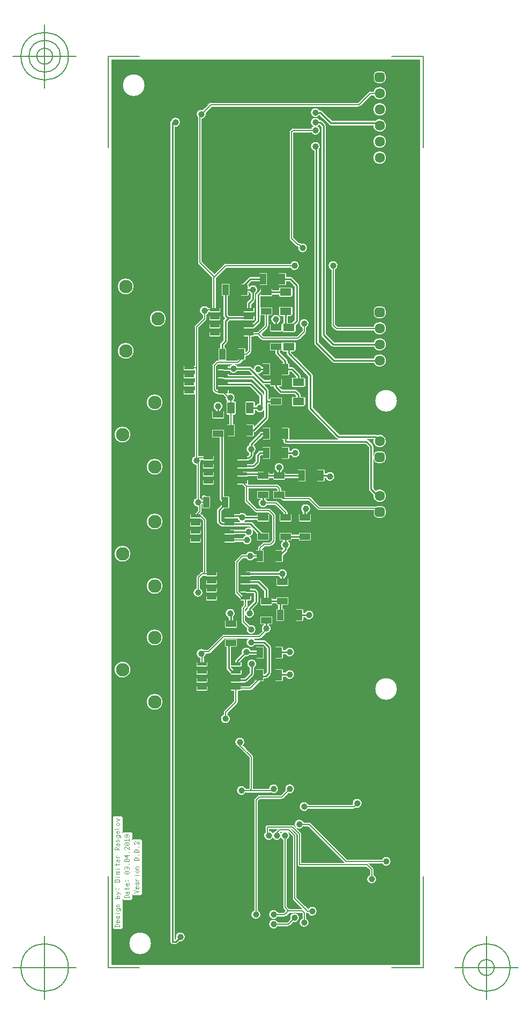
<source format=gbr>
G04 Generated by Ultiboard 14.1 *
%FSLAX34Y34*%
%MOMM*%

%ADD10C,0.0001*%
%ADD11C,0.0010*%
%ADD12C,0.2540*%
%ADD13C,0.1520*%
%ADD14C,0.0286*%
%ADD15C,0.1270*%
%ADD16C,1.0000*%
%ADD17R,1.0500X1.7500*%
%ADD18R,1.7500X1.0500*%
%ADD19R,1.1500X1.8000*%
%ADD20R,1.8000X1.1500*%
%ADD21R,0.5291X0.5291*%
%ADD22C,0.9949*%
%ADD23C,1.6088*%
%ADD24C,2.1168*%
%ADD25R,1.5500X0.6000*%


G04 ColorRGB 0000FF for the following layer *
%LNCopper Bottom*%
%LPD*%
G54D10*
G36*
X129557Y-307323D02*
X129557Y-307323D01*
X617203Y-307323D01*
X617203Y1120123D01*
X129557Y1120123D01*
X129557Y-307323D01*
D02*
G37*
%LPC*%
G36*
X151413Y647563D02*
G75*
D01*
G02X151413Y647563I987J12837*
G01*
D02*
G37*
G36*
X222227Y1020329D02*
G75*
D01*
G02X223349Y1023047I3833J7*
G01*
X223349Y1023047D01*
X224093Y1023791D01*
G74*
D01*
G02X224102Y1023800I2711J2711*
G01*
G75*
D01*
G02X229893Y1013639I7038J-2720*
G01*
X229893Y1013639D01*
X229893Y-267605D01*
X231454Y-266045D01*
G75*
D01*
G02X236875Y-271466I7306J1885*
G01*
X236875Y-271466D01*
X233856Y-274485D01*
G74*
D01*
G02X232272Y-275442I2716J2705*
G01*
G75*
D01*
G02X231134Y-275613I-1132J3662*
G01*
X231134Y-275613D01*
X226809Y-275613D01*
G75*
D01*
G02X224093Y-274491I-5J3833*
G01*
X224093Y-274491D01*
X223349Y-273747D01*
G75*
D01*
G02X222227Y-271029I2711J2711*
G01*
X222227Y-271029D01*
X222227Y1020329D01*
D02*
G37*
G36*
X287023Y1052341D02*
X287023Y1052341D01*
X519324Y1052341D01*
X536132Y1069148D01*
G74*
D01*
G02X537308Y1069907I2348J2348*
G01*
G75*
D01*
G02X538480Y1070121I1172J-3107*
G01*
X538480Y1070121D01*
X543933Y1070121D01*
G75*
D01*
G02X543933Y1063479I9787J-3321*
G01*
X543933Y1063479D01*
X539856Y1063479D01*
X523053Y1046677D01*
G74*
D01*
G02X521004Y1045713I2353J2343*
G01*
G75*
D01*
G02X520697Y1045699I-304J3307*
G01*
X520697Y1045699D01*
X288396Y1045699D01*
X278919Y1036222D01*
G75*
D01*
G02X272561Y1026276I-7139J-2442*
G01*
X272561Y1026276D01*
X272561Y801476D01*
X292100Y781937D01*
X307532Y797368D01*
G75*
D01*
G02X309886Y798341I2348J-2348*
G01*
X309886Y798341D01*
X412325Y798341D01*
G75*
D01*
G02X412325Y791699I6775J-3321*
G01*
X412325Y791699D01*
X311256Y791699D01*
X294776Y775219D01*
X294776Y729180D01*
X300790Y729180D01*
G74*
D01*
G02X301800Y728170I0J1010*
G01*
X301800Y728170D01*
X301800Y722170D01*
G75*
D01*
G02X300790Y721160I-1010J0*
G01*
X300790Y721160D01*
X285290Y721160D01*
G75*
D01*
G02X284333Y721849I0J1010*
G01*
X284333Y721849D01*
X284121Y721849D01*
G74*
D01*
G02X280181Y717125I7261J2051*
G01*
X280181Y717125D01*
X280181Y711200D01*
G75*
D01*
G02X279203Y708847I-3321J0*
G01*
X279203Y708847D01*
X267481Y697124D01*
X267481Y494775D01*
G75*
D01*
G02X267970Y494811I489J-3285*
G01*
X267970Y494811D01*
X274173Y494811D01*
G75*
D01*
G02X275130Y495500I957J-321*
G01*
X275130Y495500D01*
X290630Y495500D01*
G74*
D01*
G02X291640Y494490I0J1010*
G01*
X291640Y494490D01*
X291640Y488490D01*
G75*
D01*
G02X290630Y487480I-1010J0*
G01*
X290630Y487480D01*
X275130Y487480D01*
G75*
D01*
G02X274173Y488169I0J1010*
G01*
X274173Y488169D01*
X271689Y488169D01*
G75*
D01*
G02X270021Y482929I-7529J-489*
G01*
X270021Y482929D01*
X270021Y428415D01*
G74*
D01*
G02X273380Y425148I3321J6775*
G01*
X273380Y425148D01*
X273380Y427959D01*
G75*
D01*
G02X278348Y432348I2620J2041*
G01*
X278348Y432348D01*
X279297Y431400D01*
X284890Y431400D01*
G74*
D01*
G02X285900Y430390I0J1010*
G01*
X285900Y430390D01*
X285900Y412890D01*
G75*
D01*
G02X284890Y411880I-1010J0*
G01*
X284890Y411880D01*
X274390Y411880D01*
G75*
D01*
G02X273380Y412890I0J1010*
G01*
X273380Y412890D01*
X273380Y418132D01*
G74*
D01*
G02X272561Y416889I6680J3508*
G01*
X272561Y416889D01*
X272561Y406730D01*
G75*
D01*
G02X271583Y404377I-3321J0*
G01*
X271583Y404377D01*
X270997Y403790D01*
G74*
D01*
G02X271294Y403277I687J740*
G01*
G74*
D01*
G02X272863Y402393I784J3227*
G01*
X272863Y402393D01*
X279203Y396053D01*
G74*
D01*
G02X280181Y393700I2343J2353*
G01*
X280181Y393700D01*
X280181Y312619D01*
G75*
D01*
G02X280210Y312620I29J-1009*
G01*
X280210Y312620D01*
X295710Y312620D01*
G74*
D01*
G02X296720Y311610I0J1010*
G01*
X296720Y311610D01*
X296720Y305610D01*
G75*
D01*
G02X295710Y304600I-1010J0*
G01*
X295710Y304600D01*
X280210Y304600D01*
G75*
D01*
G02X279253Y305289I0J1010*
G01*
X279253Y305289D01*
X274326Y305289D01*
G75*
D01*
G02X274314Y305289I-6J3321*
G01*
X274314Y305289D01*
X274203Y305289D01*
X270021Y301107D01*
X270021Y286175D01*
G75*
D01*
G02X263379Y286175I-3321J-6775*
G01*
X263379Y286175D01*
X263379Y302478D01*
G75*
D01*
G02X264352Y304830I3321J4*
G01*
X264352Y304830D01*
X270480Y310958D01*
G75*
D01*
G02X272829Y311931I2348J-2348*
G01*
X272829Y311931D01*
X272944Y311931D01*
X273539Y312526D01*
X273539Y392324D01*
X269823Y396040D01*
X254810Y396040D01*
G75*
D01*
G02X253800Y397050I0J1010*
G01*
X253800Y397050D01*
X253800Y403050D01*
G75*
D01*
G02X254810Y404060I1010J0*
G01*
X254810Y404060D01*
X261873Y404060D01*
X265376Y407563D01*
X265919Y408106D01*
X265919Y414136D01*
G75*
D01*
G02X263379Y428415I781J7504*
G01*
X263379Y428415D01*
X263379Y480176D01*
G75*
D01*
G02X260839Y494455I781J7504*
G01*
X260839Y494455D01*
X260839Y591892D01*
G74*
D01*
G02X260150Y591620I689J738*
G01*
X260150Y591620D01*
X244650Y591620D01*
G75*
D01*
G02X243640Y592630I0J1010*
G01*
X243640Y592630D01*
X243640Y598630D01*
G75*
D01*
G02X244650Y599640I1010J0*
G01*
X244650Y599640D01*
X260150Y599640D01*
G74*
D01*
G02X260839Y599368I0J1010*
G01*
X260839Y599368D01*
X260839Y604592D01*
G74*
D01*
G02X260150Y604320I689J738*
G01*
X260150Y604320D01*
X244650Y604320D01*
G75*
D01*
G02X243640Y605330I0J1010*
G01*
X243640Y605330D01*
X243640Y611330D01*
G75*
D01*
G02X244650Y612340I1010J0*
G01*
X244650Y612340D01*
X260150Y612340D01*
G74*
D01*
G02X260839Y612068I0J1010*
G01*
X260839Y612068D01*
X260839Y617292D01*
G74*
D01*
G02X260150Y617020I689J738*
G01*
X260150Y617020D01*
X244650Y617020D01*
G75*
D01*
G02X243640Y618030I0J1010*
G01*
X243640Y618030D01*
X243640Y624030D01*
G75*
D01*
G02X244650Y625040I1010J0*
G01*
X244650Y625040D01*
X260150Y625040D01*
G74*
D01*
G02X260839Y624768I0J1010*
G01*
X260839Y624768D01*
X260839Y629992D01*
G74*
D01*
G02X260150Y629720I689J738*
G01*
X260150Y629720D01*
X244650Y629720D01*
G75*
D01*
G02X243640Y630730I0J1010*
G01*
X243640Y630730D01*
X243640Y636730D01*
G75*
D01*
G02X244650Y637740I1010J0*
G01*
X244650Y637740D01*
X260150Y637740D01*
G74*
D01*
G02X260839Y637468I0J1010*
G01*
X260839Y637468D01*
X260839Y698494D01*
G75*
D01*
G02X261812Y700848I3321J6*
G01*
X261812Y700848D01*
X273539Y712576D01*
X273539Y717125D01*
G75*
D01*
G02X282847Y728491I3321J6775*
G01*
X282847Y728491D01*
X284333Y728491D01*
G75*
D01*
G02X285290Y729180I957J-321*
G01*
X285290Y729180D01*
X288134Y729180D01*
X288134Y776509D01*
X266892Y797752D01*
G75*
D01*
G02X265919Y800110I2348J2348*
G01*
X265919Y800110D01*
X265919Y1029029D01*
G75*
D01*
G02X274222Y1040919I5861J4751*
G01*
X274222Y1040919D01*
X284672Y1051368D01*
G75*
D01*
G02X287023Y1052341I2348J-2348*
G01*
D02*
G37*
G36*
X410699Y838210D02*
X410699Y838210D01*
X410699Y1005832D01*
G75*
D01*
G02X411672Y1008188I3321J8*
G01*
X411672Y1008188D01*
X414212Y1010728D01*
G75*
D01*
G02X416566Y1011701I2348J-2348*
G01*
X416566Y1011701D01*
X445345Y1011701D01*
G74*
D01*
G02X448045Y1014730I6775J3321*
G01*
G75*
D01*
G02X458619Y1024913I4075J6350*
G01*
X458619Y1024913D01*
X459740Y1024913D01*
G74*
D01*
G02X462456Y1023785I0J3833*
G01*
X462456Y1023785D01*
X467525Y1018716D01*
G74*
D01*
G02X468653Y1016000I2705J2716*
G01*
X468653Y1016000D01*
X468653Y687388D01*
X481648Y674393D01*
X544122Y674393D01*
G75*
D01*
G02X544122Y666727I9598J-3833*
G01*
X544122Y666727D01*
X480064Y666727D01*
G75*
D01*
G02X477349Y667849I-4J3833*
G01*
X477349Y667849D01*
X462109Y683089D01*
G75*
D01*
G02X460987Y685806I2711J2711*
G01*
X460987Y685806D01*
X460987Y1014412D01*
X458440Y1016959D01*
G74*
D01*
G02X456195Y1014730I6320J4121*
G01*
G75*
D01*
G02X445345Y1005059I-4075J-6350*
G01*
X445345Y1005059D01*
X417936Y1005059D01*
X417341Y1004464D01*
X417341Y839576D01*
X425556Y831361D01*
X426720Y831361D01*
G74*
D01*
G02X429073Y830383I0J3321*
G01*
X429073Y830383D01*
X429358Y830099D01*
G75*
D01*
G02X424463Y824719I2442J-7139*
G01*
X424463Y824719D01*
X424180Y824719D01*
G75*
D01*
G02X423353Y824824I0J3321*
G01*
G74*
D01*
G02X421832Y825692I827J3216*
G01*
X421832Y825692D01*
X411672Y835852D01*
G75*
D01*
G02X410699Y838210I2348J2348*
G01*
D02*
G37*
G36*
X449807Y672711D02*
X449807Y672711D01*
X449807Y975798D01*
G75*
D01*
G02X457473Y977663I2313J7182*
G01*
X457473Y977663D01*
X457473Y674288D01*
X482768Y648993D01*
X544122Y648993D01*
G75*
D01*
G02X544122Y641327I9598J-3833*
G01*
X544122Y641327D01*
X481180Y641327D01*
G75*
D01*
G02X480986Y641331I0J3833*
G01*
G74*
D01*
G02X478469Y642449I194J3829*
G01*
X478469Y642449D01*
X473356Y647563D01*
X450929Y669989D01*
G75*
D01*
G02X449807Y672711I2711J2711*
G01*
D02*
G37*
G36*
X379895Y616115D02*
G75*
D01*
G02X380905Y617125I1010J0*
G01*
X380905Y617125D01*
X398405Y617125D01*
G74*
D01*
G02X399415Y616115I0J1010*
G01*
X399415Y616115D01*
X399415Y605615D01*
G75*
D01*
G02X398405Y604605I-1010J0*
G01*
X398405Y604605D01*
X393956Y604605D01*
X398863Y599698D01*
X420135Y599698D01*
G74*
D01*
G02X422851Y598570I0J3833*
G01*
X422851Y598570D01*
X427920Y593501D01*
G74*
D01*
G02X429048Y590785I2705J2716*
G01*
X429048Y590785D01*
X429048Y588630D01*
X434215Y588630D01*
G74*
D01*
G02X436230Y586615I0J2015*
G01*
X436230Y586615D01*
X436230Y575115D01*
G75*
D01*
G02X434215Y573100I-2015J0*
G01*
X434215Y573100D01*
X416215Y573100D01*
G75*
D01*
G02X414200Y575115I0J2015*
G01*
X414200Y575115D01*
X414200Y586615D01*
G75*
D01*
G02X416215Y588630I2015J0*
G01*
X416215Y588630D01*
X421382Y588630D01*
X421382Y589197D01*
X418547Y592032D01*
X397281Y592032D01*
G75*
D01*
G02X394564Y593154I-6J3833*
G01*
X394564Y593154D01*
X386944Y600774D01*
G75*
D01*
G02X385822Y603493I2711J2711*
G01*
X385822Y603493D01*
X385822Y604605D01*
X380905Y604605D01*
G75*
D01*
G02X379895Y605615I0J1010*
G01*
X379895Y605615D01*
X379895Y607272D01*
X370969Y607272D01*
X377120Y601121D01*
G74*
D01*
G02X378248Y598405I2705J2716*
G01*
X378248Y598405D01*
X378248Y584753D01*
X378303Y584698D01*
X379895Y584698D01*
X379895Y586115D01*
G75*
D01*
G02X380905Y587125I1010J0*
G01*
X380905Y587125D01*
X398405Y587125D01*
G74*
D01*
G02X399415Y586115I0J1010*
G01*
X399415Y586115D01*
X399415Y575615D01*
G75*
D01*
G02X398405Y574605I-1010J0*
G01*
X398405Y574605D01*
X380905Y574605D01*
G75*
D01*
G02X379895Y575615I0J1010*
G01*
X379895Y575615D01*
X379895Y577032D01*
X378248Y577032D01*
X378248Y555225D01*
G75*
D01*
G02X377120Y552509I-3833J0*
G01*
X377120Y552509D01*
X364280Y539669D01*
X356811Y532200D01*
G74*
D01*
G02X355035Y531189I2716J2705*
G01*
X355035Y531189D01*
X355035Y526155D01*
G75*
D01*
G02X354025Y525145I-1010J0*
G01*
X354025Y525145D01*
X343525Y525145D01*
G75*
D01*
G02X342515Y526155I0J1010*
G01*
X342515Y526155D01*
X342515Y543655D01*
G75*
D01*
G02X343525Y544665I1010J0*
G01*
X343525Y544665D01*
X354025Y544665D01*
G74*
D01*
G02X355035Y543655I0J1010*
G01*
X355035Y543655D01*
X355035Y541266D01*
X370582Y556813D01*
X370582Y566354D01*
G75*
D01*
G02X357756Y566632I-6327J4111*
G01*
X357756Y566632D01*
X356540Y566632D01*
X356540Y561465D01*
G75*
D01*
G02X354525Y559450I-2015J0*
G01*
X354525Y559450D01*
X343025Y559450D01*
G75*
D01*
G02X341010Y561465I0J2015*
G01*
X341010Y561465D01*
X341010Y579465D01*
G75*
D01*
G02X343025Y581480I2015J0*
G01*
X343025Y581480D01*
X354525Y581480D01*
G74*
D01*
G02X356540Y579465I0J2015*
G01*
X356540Y579465D01*
X356540Y574298D01*
X357756Y574298D01*
G74*
D01*
G02X362962Y577898I6499J3833*
G01*
X362962Y577898D01*
X362962Y589197D01*
X348137Y604022D01*
X306875Y604022D01*
G75*
D01*
G02X305814Y604171I0J3833*
G01*
G74*
D01*
G02X305392Y604320I1061J3684*
G01*
X305392Y604320D01*
X298650Y604320D01*
G75*
D01*
G02X297640Y605330I0J1010*
G01*
X297640Y605330D01*
X297640Y611330D01*
G75*
D01*
G02X298650Y612340I1010J0*
G01*
X298650Y612340D01*
X314150Y612340D01*
G74*
D01*
G02X315094Y611688I0J1010*
G01*
X315094Y611688D01*
X349719Y611688D01*
G75*
D01*
G02X350955Y611486I6J-3833*
G01*
G74*
D01*
G02X352441Y610560I1230J3631*
G01*
X352441Y610560D01*
X364443Y598559D01*
X369500Y593501D01*
G74*
D01*
G02X370582Y591383I2705J2716*
G01*
X370582Y591383D01*
X370582Y596817D01*
X364443Y602956D01*
X351797Y615602D01*
X307995Y615602D01*
G75*
D01*
G02X306985Y615737I0J3833*
G01*
G74*
D01*
G02X305284Y616724I1010J3698*
G01*
X305284Y616724D01*
X304989Y617020D01*
X298650Y617020D01*
G75*
D01*
G02X297640Y618030I0J1010*
G01*
X297640Y618030D01*
X297640Y624030D01*
G75*
D01*
G02X298650Y625040I1010J0*
G01*
X298650Y625040D01*
X314150Y625040D01*
G74*
D01*
G02X315160Y624030I0J1010*
G01*
X315160Y624030D01*
X315160Y623268D01*
X351750Y623268D01*
X346392Y628627D01*
X329079Y628627D01*
G75*
D01*
G02X316081Y628627I-6499J3833*
G01*
X316081Y628627D01*
X307670Y628627D01*
G75*
D01*
G02X306622Y628772I0J3833*
G01*
G74*
D01*
G02X304989Y629720I1048J3688*
G01*
X304989Y629720D01*
X298650Y629720D01*
G75*
D01*
G02X297640Y630730I0J1010*
G01*
X297640Y630730D01*
X297640Y636730D01*
G75*
D01*
G02X298650Y637740I1010J0*
G01*
X298650Y637740D01*
X314150Y637740D01*
G74*
D01*
G02X315160Y636730I0J1010*
G01*
X315160Y636730D01*
X315160Y636293D01*
X316081Y636293D01*
G74*
D01*
G02X319393Y639299I6499J3833*
G01*
X319393Y639299D01*
X298556Y639299D01*
X295421Y636164D01*
X295421Y600816D01*
X297286Y598951D01*
X297693Y598951D01*
G75*
D01*
G02X298650Y599640I957J-321*
G01*
X298650Y599640D01*
X314150Y599640D01*
G74*
D01*
G02X315160Y598630I0J1010*
G01*
X315160Y598630D01*
X315160Y593913D01*
G75*
D01*
G02X322909Y581480I2340J-7173*
G01*
X322909Y581480D01*
X324525Y581480D01*
G74*
D01*
G02X326540Y579465I0J2015*
G01*
X326540Y579465D01*
X326540Y561465D01*
G75*
D01*
G02X324525Y559450I-2015J0*
G01*
X324525Y559450D01*
X322096Y559450D01*
X322096Y544665D01*
X324025Y544665D01*
G74*
D01*
G02X325035Y543655I0J1010*
G01*
X325035Y543655D01*
X325035Y526155D01*
G75*
D01*
G02X324025Y525145I-1010J0*
G01*
X324025Y525145D01*
X313525Y525145D01*
G75*
D01*
G02X312515Y526155I0J1010*
G01*
X312515Y526155D01*
X312515Y543655D01*
G75*
D01*
G02X313525Y544665I1010J0*
G01*
X313525Y544665D01*
X315454Y544665D01*
X315454Y559450D01*
X313025Y559450D01*
G75*
D01*
G02X311010Y561465I0J2015*
G01*
X311010Y561465D01*
X311010Y579465D01*
G74*
D01*
G02X312247Y581324I2015J0*
G01*
G75*
D01*
G02X309980Y587353I5253J5416*
G01*
X309980Y587353D01*
X305713Y591620D01*
X298650Y591620D01*
G75*
D01*
G02X297693Y592309I0J1010*
G01*
X297693Y592309D01*
X295914Y592309D01*
G75*
D01*
G02X293562Y593282I-4J3321*
G01*
X293562Y593282D01*
X289752Y597092D01*
G75*
D01*
G02X288779Y599446I2348J2348*
G01*
X288779Y599446D01*
X288779Y637530D01*
G75*
D01*
G02X289752Y639888I3321J10*
G01*
X289752Y639888D01*
X294832Y644968D01*
G74*
D01*
G02X296695Y645905I2348J2348*
G01*
G75*
D01*
G02X297180Y645941I485J-3285*
G01*
X297180Y645941D01*
X299000Y645941D01*
G75*
D01*
G02X298780Y646570I790J629*
G01*
X298780Y646570D01*
X298780Y664070D01*
G75*
D01*
G02X299790Y665080I1010J0*
G01*
X299790Y665080D01*
X301207Y665080D01*
X301207Y670794D01*
G75*
D01*
G02X302329Y673511I3833J6*
G01*
X302329Y673511D01*
X306047Y677228D01*
X306047Y707382D01*
G75*
D01*
G02X307169Y710101I3833J8*
G01*
X307169Y710101D01*
X308904Y711835D01*
X307409Y713329D01*
G75*
D01*
G02X306287Y716048I2711J2711*
G01*
X306287Y716048D01*
X306287Y747160D01*
X304870Y747160D01*
G75*
D01*
G02X303860Y748170I0J1010*
G01*
X303860Y748170D01*
X303860Y765670D01*
G75*
D01*
G02X304870Y766680I1010J0*
G01*
X304870Y766680D01*
X315370Y766680D01*
G74*
D01*
G02X316380Y765670I0J1010*
G01*
X316380Y765670D01*
X316380Y748170D01*
G75*
D01*
G02X315370Y747160I-1010J0*
G01*
X315370Y747160D01*
X313953Y747160D01*
X313953Y717628D01*
X315278Y716303D01*
X338720Y716303D01*
G75*
D01*
G02X339290Y716480I570J-833*
G01*
X339290Y716480D01*
X354790Y716480D01*
G74*
D01*
G02X355800Y715470I0J1010*
G01*
X355800Y715470D01*
X355800Y709470D01*
G75*
D01*
G02X354790Y708460I-1010J0*
G01*
X354790Y708460D01*
X339290Y708460D01*
G75*
D01*
G02X338720Y708637I0J1010*
G01*
X338720Y708637D01*
X316548Y708637D01*
X313713Y705802D01*
X313713Y675640D01*
G75*
D01*
G02X312585Y672924I-3833J0*
G01*
X312585Y672924D01*
X308873Y669212D01*
X308873Y665080D01*
X310290Y665080D01*
G74*
D01*
G02X311300Y664070I0J1010*
G01*
X311300Y664070D01*
X311300Y646570D01*
G75*
D01*
G02X311080Y645941I-1010J0*
G01*
X311080Y645941D01*
X328584Y645941D01*
X328848Y646205D01*
G75*
D01*
G02X328780Y646570I942J365*
G01*
X328780Y646570D01*
X328780Y664070D01*
G75*
D01*
G02X329790Y665080I1010J0*
G01*
X329790Y665080D01*
X340290Y665080D01*
G74*
D01*
G02X341300Y664070I0J1010*
G01*
X341300Y664070D01*
X341300Y658641D01*
X341524Y658641D01*
X344659Y661776D01*
X344659Y683060D01*
X339290Y683060D01*
G75*
D01*
G02X338280Y684070I0J1010*
G01*
X338280Y684070D01*
X338280Y690070D01*
G75*
D01*
G02X339290Y691080I1010J0*
G01*
X339290Y691080D01*
X354790Y691080D01*
G74*
D01*
G02X355747Y690391I0J1010*
G01*
X355747Y690391D01*
X360574Y690391D01*
X364443Y694259D01*
X371094Y700911D01*
X371094Y716845D01*
X365665Y716845D01*
G75*
D01*
G02X365548Y716852I0J1010*
G01*
X365548Y716852D01*
X365548Y707625D01*
G75*
D01*
G02X364420Y704909I-3833J0*
G01*
X364420Y704909D01*
X356576Y697065D01*
G74*
D01*
G02X355741Y696430I2716J2705*
G01*
G74*
D01*
G02X354790Y695760I951J340*
G01*
X354790Y695760D01*
X339290Y695760D01*
G75*
D01*
G02X338280Y696770I0J1010*
G01*
X338280Y696770D01*
X338280Y702770D01*
G75*
D01*
G02X339290Y703780I1010J0*
G01*
X339290Y703780D01*
X352449Y703780D01*
X357882Y709213D01*
X357882Y748255D01*
G75*
D01*
G02X359004Y750976I3833J10*
G01*
X359004Y750976D01*
X363844Y755816D01*
G74*
D01*
G02X364655Y756435I2711J2711*
G01*
X364655Y756435D01*
X364655Y758355D01*
G75*
D01*
G02X365665Y759365I1010J0*
G01*
X365665Y759365D01*
X383165Y759365D01*
G74*
D01*
G02X384175Y758355I0J1010*
G01*
X384175Y758355D01*
X384175Y756938D01*
X393880Y756938D01*
X393880Y758855D01*
G75*
D01*
G02X395895Y760870I2015J0*
G01*
X395895Y760870D01*
X413895Y760870D01*
G74*
D01*
G02X415910Y758855I0J2015*
G01*
X415910Y758855D01*
X415910Y747355D01*
G75*
D01*
G02X413895Y745340I-2015J0*
G01*
X413895Y745340D01*
X395895Y745340D01*
G75*
D01*
G02X393880Y747355I0J2015*
G01*
X393880Y747355D01*
X393880Y749272D01*
X384175Y749272D01*
X384175Y747855D01*
G75*
D01*
G02X383165Y746845I-1010J0*
G01*
X383165Y746845D01*
X365716Y746845D01*
X365548Y746677D01*
X365548Y729358D01*
G75*
D01*
G02X365665Y729365I117J-1003*
G01*
X365665Y729365D01*
X383165Y729365D01*
G74*
D01*
G02X384175Y728355I0J1010*
G01*
X384175Y728355D01*
X384175Y717855D01*
G75*
D01*
G02X383165Y716845I-1010J0*
G01*
X383165Y716845D01*
X377736Y716845D01*
X377736Y699535D01*
G75*
D01*
G02X376758Y697182I-3321J0*
G01*
X376758Y697182D01*
X366647Y687070D01*
X369676Y684041D01*
X422804Y684041D01*
X431019Y692256D01*
X431019Y696805D01*
G75*
D01*
G02X437661Y696805I3321J6775*
G01*
X437661Y696805D01*
X437661Y690880D01*
G75*
D01*
G02X436683Y688527I-3321J0*
G01*
X436683Y688527D01*
X426533Y678377D01*
G74*
D01*
G02X424180Y677399I2353J2343*
G01*
X424180Y677399D01*
X368303Y677399D01*
G75*
D01*
G02X365952Y678372I-3J3321*
G01*
X365952Y678372D01*
X364443Y679881D01*
X360574Y683749D01*
X355747Y683749D01*
G74*
D01*
G02X354790Y683060I957J321*
G01*
X354790Y683060D01*
X351301Y683060D01*
X351301Y660400D01*
G75*
D01*
G02X350323Y658047I-3321J0*
G01*
X350323Y658047D01*
X345253Y652977D01*
G74*
D01*
G02X342900Y651999I2353J2343*
G01*
X342900Y651999D01*
X341300Y651999D01*
X341300Y646570D01*
G75*
D01*
G02X340290Y645560I-1010J0*
G01*
X340290Y645560D01*
X337580Y645560D01*
G74*
D01*
G02X337383Y645347I2540J2140*
G01*
X337383Y645347D01*
X332313Y640277D01*
G74*
D01*
G02X329960Y639299I2353J2343*
G01*
X329960Y639299D01*
X325767Y639299D01*
G74*
D01*
G02X329079Y636293I3187J6839*
G01*
X329079Y636293D01*
X347980Y636293D01*
G74*
D01*
G02X350696Y635165I0J3833*
G01*
X350696Y635165D01*
X354175Y631687D01*
G75*
D01*
G02X368214Y635258I7540J-262*
G01*
X368214Y635258D01*
X368395Y635258D01*
X368395Y640175D01*
G75*
D01*
G02X369405Y641185I1010J0*
G01*
X369405Y641185D01*
X379905Y641185D01*
G74*
D01*
G02X380915Y640175I0J1010*
G01*
X380915Y640175D01*
X380915Y622675D01*
G75*
D01*
G02X379905Y621665I-1010J0*
G01*
X379905Y621665D01*
X369405Y621665D01*
G75*
D01*
G02X368395Y622675I0J1010*
G01*
X368395Y622675D01*
X368395Y627592D01*
X368214Y627592D01*
G74*
D01*
G02X361977Y623885I6499J3833*
G01*
X361977Y623885D01*
X364426Y621436D01*
G74*
D01*
G02X364442Y621419I2711J2711*
G01*
X364442Y621419D01*
X364443Y621419D01*
X364443Y621419D01*
X370923Y614939D01*
X379895Y614939D01*
X379895Y616115D01*
D02*
G37*
G36*
X374825Y763905D02*
X374825Y763905D01*
X364325Y763905D01*
G75*
D01*
G02X363315Y764915I0J1010*
G01*
X363315Y764915D01*
X363315Y769832D01*
X351073Y769832D01*
X346380Y765139D01*
X346380Y763688D01*
G74*
D01*
G02X347533Y762057I2445J2953*
G01*
G75*
D01*
G02X356893Y750421I5527J-5137*
G01*
X356893Y750421D01*
X356893Y741680D01*
G75*
D01*
G02X355765Y738964I-3833J0*
G01*
X355765Y738964D01*
X350873Y734072D01*
X350873Y729180D01*
X354790Y729180D01*
G74*
D01*
G02X355800Y728170I0J1010*
G01*
X355800Y728170D01*
X355800Y722170D01*
G75*
D01*
G02X354790Y721160I-1010J0*
G01*
X354790Y721160D01*
X339290Y721160D01*
G75*
D01*
G02X338280Y722170I0J1010*
G01*
X338280Y722170D01*
X338280Y728170D01*
G75*
D01*
G02X339290Y729180I1010J0*
G01*
X339290Y729180D01*
X343207Y729180D01*
X343207Y735652D01*
G75*
D01*
G02X344329Y738371I3833J8*
G01*
X344329Y738371D01*
X349227Y743268D01*
X349227Y750421D01*
G74*
D01*
G02X346561Y753087I3833J6499*
G01*
X346561Y753087D01*
X346380Y753087D01*
X346380Y748170D01*
G75*
D01*
G02X345370Y747160I-1010J0*
G01*
X345370Y747160D01*
X334870Y747160D01*
G75*
D01*
G02X333860Y748170I0J1010*
G01*
X333860Y748170D01*
X333860Y765670D01*
G75*
D01*
G02X334870Y766680I1010J0*
G01*
X334870Y766680D01*
X337115Y766680D01*
G74*
D01*
G02X337409Y767011I3005J2380*
G01*
X337409Y767011D01*
X346774Y776376D01*
G74*
D01*
G02X348515Y777374I2711J2711*
G01*
G75*
D01*
G02X349485Y777498I970J-3709*
G01*
X349485Y777498D01*
X363315Y777498D01*
X363315Y782415D01*
G75*
D01*
G02X364325Y783425I1010J0*
G01*
X364325Y783425D01*
X374825Y783425D01*
G74*
D01*
G02X375835Y782415I0J1010*
G01*
X375835Y782415D01*
X375835Y764915D01*
G75*
D01*
G02X374825Y763905I-1010J0*
G01*
D02*
G37*
G36*
X139313Y167563D02*
G75*
D01*
G02X139313Y167563I8007J-10083*
G01*
D02*
G37*
G36*
X364513Y485140D02*
G75*
D01*
G02X363385Y482424I-3833J0*
G01*
X363385Y482424D01*
X357046Y476085D01*
G74*
D01*
G02X354789Y474984I2716J2705*
G01*
G75*
D01*
G02X354327Y474957I-459J3806*
G01*
X354327Y474957D01*
X345200Y474957D01*
G74*
D01*
G02X344630Y474780I570J833*
G01*
X344630Y474780D01*
X329130Y474780D01*
G75*
D01*
G02X328120Y475790I0J1010*
G01*
X328120Y475790D01*
X328120Y481790D01*
G75*
D01*
G02X329130Y482800I1010J0*
G01*
X329130Y482800D01*
X344630Y482800D01*
G74*
D01*
G02X345200Y482623I0J1010*
G01*
X345200Y482623D01*
X352742Y482623D01*
X356847Y486728D01*
X356847Y495290D01*
G75*
D01*
G02X357969Y498011I3833J10*
G01*
X357969Y498011D01*
X362014Y502056D01*
G74*
D01*
G02X363527Y502987I2711J2711*
G01*
G75*
D01*
G02X364725Y503178I1198J-3642*
G01*
X364725Y503178D01*
X368395Y503178D01*
X368395Y508095D01*
G75*
D01*
G02X369405Y509105I1010J0*
G01*
X369405Y509105D01*
X379905Y509105D01*
G74*
D01*
G02X380915Y508095I0J1010*
G01*
X380915Y508095D01*
X380915Y490595D01*
G75*
D01*
G02X379905Y489585I-1010J0*
G01*
X379905Y489585D01*
X369405Y489585D01*
G75*
D01*
G02X368395Y490595I0J1010*
G01*
X368395Y490595D01*
X368395Y495512D01*
X366313Y495512D01*
X364513Y493712D01*
X364513Y485140D01*
D02*
G37*
G36*
X378085Y457285D02*
X378085Y457285D01*
X360585Y457285D01*
G75*
D01*
G02X359575Y458295I0J1010*
G01*
X359575Y458295D01*
X359575Y462492D01*
X345443Y462492D01*
G74*
D01*
G02X344630Y462080I813J598*
G01*
X344630Y462080D01*
X329130Y462080D01*
G75*
D01*
G02X328120Y463090I0J1010*
G01*
X328120Y463090D01*
X328120Y469090D01*
G75*
D01*
G02X329130Y470100I1010J0*
G01*
X329130Y470100D01*
X336447Y470100D01*
G74*
D01*
G02X337090Y470158I668J3775*
G01*
G75*
D01*
G02X337115Y470158I25J-3833*
G01*
X337115Y470158D01*
X368591Y470158D01*
G74*
D01*
G02X370199Y469805I0J3833*
G01*
X370199Y469805D01*
X378085Y469805D01*
G74*
D01*
G02X379095Y468795I0J1010*
G01*
X379095Y468795D01*
X379095Y467378D01*
X384975Y467378D01*
X384975Y468795D01*
G75*
D01*
G02X385985Y469805I1010J0*
G01*
X385985Y469805D01*
X390902Y469805D01*
X390902Y469986D01*
G75*
D01*
G02X398568Y469986I3833J6499*
G01*
X398568Y469986D01*
X398568Y469805D01*
X403485Y469805D01*
G74*
D01*
G02X404495Y468795I0J1010*
G01*
X404495Y468795D01*
X404495Y467378D01*
X424275Y467378D01*
X424275Y472535D01*
G75*
D01*
G02X425285Y473545I1010J0*
G01*
X425285Y473545D01*
X435785Y473545D01*
G74*
D01*
G02X436795Y472535I0J1010*
G01*
X436795Y472535D01*
X436795Y455035D01*
G75*
D01*
G02X435785Y454025I-1010J0*
G01*
X435785Y454025D01*
X425285Y454025D01*
G75*
D01*
G02X424275Y455035I0J1010*
G01*
X424275Y455035D01*
X424275Y459712D01*
X404495Y459712D01*
X404495Y458295D01*
G75*
D01*
G02X403485Y457285I-1010J0*
G01*
X403485Y457285D01*
X385985Y457285D01*
G75*
D01*
G02X384975Y458295I0J1010*
G01*
X384975Y458295D01*
X384975Y459712D01*
X379095Y459712D01*
X379095Y458295D01*
G75*
D01*
G02X378085Y457285I-1010J0*
G01*
D02*
G37*
G36*
X431542Y406148D02*
G75*
D01*
G02X439208Y404303I5338J5332*
G01*
X439208Y404303D01*
X439208Y403765D01*
X444125Y403765D01*
G74*
D01*
G02X445135Y402755I0J1010*
G01*
X445135Y402755D01*
X445135Y392255D01*
G75*
D01*
G02X444125Y391245I-1010J0*
G01*
X444125Y391245D01*
X426625Y391245D01*
G75*
D01*
G02X425615Y392255I0J1010*
G01*
X425615Y392255D01*
X425615Y402755D01*
G75*
D01*
G02X426625Y403765I1010J0*
G01*
X426625Y403765D01*
X431542Y403765D01*
X431542Y406148D01*
D02*
G37*
G36*
X378085Y373765D02*
G74*
D01*
G02X379095Y372755I0J1010*
G01*
X379095Y372755D01*
X379095Y362255D01*
G75*
D01*
G02X378085Y361245I-1010J0*
G01*
X378085Y361245D01*
X360585Y361245D01*
G75*
D01*
G02X359575Y362255I0J1010*
G01*
X359575Y362255D01*
X359575Y371844D01*
X353285Y378134D01*
G75*
D01*
G02X349002Y367776I-6810J-3249*
G01*
G75*
D01*
G02X337160Y358864I-5067J-5591*
G01*
X337160Y358864D01*
X325316Y358864D01*
G74*
D01*
G02X324310Y357940I1006J86*
G01*
X324310Y357940D01*
X308810Y357940D01*
G75*
D01*
G02X307800Y358950I0J1010*
G01*
X307800Y358950D01*
X307800Y364950D01*
G75*
D01*
G02X308810Y365960I1010J0*
G01*
X308810Y365960D01*
X324310Y365960D01*
G74*
D01*
G02X325153Y365506I0J1010*
G01*
X325153Y365506D01*
X337160Y365506D01*
G74*
D01*
G02X341408Y369294I6775J3321*
G01*
G74*
D01*
G02X339976Y371052I5067J5591*
G01*
X339976Y371052D01*
X325123Y371052D01*
G74*
D01*
G02X324310Y370640I813J598*
G01*
X324310Y370640D01*
X308810Y370640D01*
G75*
D01*
G02X307800Y371650I0J1010*
G01*
X307800Y371650D01*
X307800Y377650D01*
G75*
D01*
G02X308810Y378660I1010J0*
G01*
X308810Y378660D01*
X316127Y378660D01*
G75*
D01*
G02X316795Y378718I668J-3775*
G01*
X316795Y378718D01*
X339976Y378718D01*
G75*
D01*
G02X349724Y381695I6499J-3833*
G01*
X349724Y381695D01*
X347902Y383517D01*
X324880Y383517D01*
G74*
D01*
G02X324310Y383340I570J833*
G01*
X324310Y383340D01*
X308810Y383340D01*
G75*
D01*
G02X308240Y383517I0J1010*
G01*
X308240Y383517D01*
X303534Y383517D01*
G75*
D01*
G02X300819Y384639I-4J3833*
G01*
X300819Y384639D01*
X297009Y388449D01*
G75*
D01*
G02X295887Y391166I2711J2711*
G01*
X295887Y391166D01*
X295887Y408931D01*
G75*
D01*
G02X297009Y411651I3833J9*
G01*
X297009Y411651D01*
X303380Y418021D01*
X303380Y422479D01*
X301289Y424569D01*
G75*
D01*
G02X300167Y427291I2711J2711*
G01*
X300167Y427291D01*
X300167Y523805D01*
X289465Y523805D01*
G75*
D01*
G02X288455Y524815I0J1010*
G01*
X288455Y524815D01*
X288455Y535315D01*
G75*
D01*
G02X289465Y536325I1010J0*
G01*
X289465Y536325D01*
X306965Y536325D01*
G74*
D01*
G02X307975Y535315I0J1010*
G01*
X307975Y535315D01*
X307975Y524815D01*
G75*
D01*
G02X307833Y524300I-1010J0*
G01*
X307833Y524300D01*
X307833Y431400D01*
X314890Y431400D01*
G74*
D01*
G02X315900Y430390I0J1010*
G01*
X315900Y430390D01*
X315900Y412890D01*
G75*
D01*
G02X314890Y411880I-1010J0*
G01*
X314890Y411880D01*
X308081Y411880D01*
X303764Y407563D01*
X303553Y407352D01*
X303553Y392748D01*
X305118Y391183D01*
X308240Y391183D01*
G75*
D01*
G02X308810Y391360I570J-833*
G01*
X308810Y391360D01*
X324310Y391360D01*
G74*
D01*
G02X324880Y391183I0J1010*
G01*
X324880Y391183D01*
X332590Y391183D01*
G74*
D01*
G02X328926Y396217I3725J6562*
G01*
X328926Y396217D01*
X324880Y396217D01*
G74*
D01*
G02X324310Y396040I570J833*
G01*
X324310Y396040D01*
X308810Y396040D01*
G75*
D01*
G02X307800Y397050I0J1010*
G01*
X307800Y397050D01*
X307800Y403050D01*
G75*
D01*
G02X308810Y404060I1010J0*
G01*
X308810Y404060D01*
X324310Y404060D01*
G74*
D01*
G02X324880Y403883I0J1010*
G01*
X324880Y403883D01*
X331928Y403883D01*
G75*
D01*
G02X343039Y401168I4387J-6138*
G01*
X343039Y401168D01*
X355266Y401168D01*
G75*
D01*
G02X356395Y401338I1129J-3663*
G01*
X356395Y401338D01*
X359575Y401338D01*
X359575Y402755D01*
G75*
D01*
G02X360585Y403765I1010J0*
G01*
X360585Y403765D01*
X378085Y403765D01*
G74*
D01*
G02X379095Y402755I0J1010*
G01*
X379095Y402755D01*
X379095Y392255D01*
G75*
D01*
G02X378085Y391245I-1010J0*
G01*
X378085Y391245D01*
X360585Y391245D01*
G75*
D01*
G02X359575Y392255I0J1010*
G01*
X359575Y392255D01*
X359575Y393672D01*
X357354Y393672D01*
G74*
D01*
G02X356665Y393527I1129J3663*
G01*
G75*
D01*
G02X356222Y393502I-440J3808*
G01*
X356222Y393502D01*
X342554Y393502D01*
G74*
D01*
G02X340040Y391183I6239J4243*
G01*
X340040Y391183D01*
X349490Y391183D01*
G74*
D01*
G02X352206Y390055I0J3833*
G01*
X352206Y390055D01*
X364443Y377819D01*
X368496Y373765D01*
X378085Y373765D01*
D02*
G37*
G36*
X385985Y439805D02*
X385985Y439805D01*
X391414Y439805D01*
X391414Y442089D01*
X389784Y443719D01*
X346386Y443719D01*
X346386Y425391D01*
X359516Y412261D01*
X378460Y412261D01*
G74*
D01*
G02X380813Y411283I0J3321*
G01*
X380813Y411283D01*
X388423Y403673D01*
G74*
D01*
G02X389401Y401320I2343J2353*
G01*
X389401Y401320D01*
X389401Y360680D01*
G75*
D01*
G02X388423Y358327I-3321J0*
G01*
X388423Y358327D01*
X383353Y353257D01*
G74*
D01*
G02X381000Y352279I2353J2343*
G01*
X381000Y352279D01*
X372216Y352279D01*
X367816Y347879D01*
X367816Y346545D01*
X369745Y346545D01*
G74*
D01*
G02X370755Y345535I0J1010*
G01*
X370755Y345535D01*
X370755Y328035D01*
G75*
D01*
G02X369745Y327025I-1010J0*
G01*
X369745Y327025D01*
X359245Y327025D01*
G75*
D01*
G02X358235Y328035I0J1010*
G01*
X358235Y328035D01*
X358235Y333464D01*
X355790Y333464D01*
G75*
D01*
G02X342240Y333464I-6775J3321*
G01*
X342240Y333464D01*
X338161Y333464D01*
X330981Y326284D01*
X330981Y280776D01*
X337237Y274520D01*
X349710Y274520D01*
G74*
D01*
G02X350720Y273510I0J1010*
G01*
X350720Y273510D01*
X350720Y267510D01*
G75*
D01*
G02X349710Y266500I-1010J0*
G01*
X349710Y266500D01*
X345281Y266500D01*
X345281Y258140D01*
G75*
D01*
G02X344303Y255787I-3321J0*
G01*
X344303Y255787D01*
X341141Y252624D01*
X341141Y249567D01*
G74*
D01*
G02X344147Y252879I6839J3187*
G01*
X344147Y252879D01*
X344147Y253993D01*
G75*
D01*
G02X345269Y256711I3833J7*
G01*
X345269Y256711D01*
X354307Y265748D01*
X354307Y277812D01*
X354012Y278107D01*
X343230Y278107D01*
G75*
D01*
G02X342182Y278252I0J3833*
G01*
G74*
D01*
G02X340549Y279200I1048J3688*
G01*
X340549Y279200D01*
X334210Y279200D01*
G75*
D01*
G02X333200Y280210I0J1010*
G01*
X333200Y280210D01*
X333200Y286210D01*
G75*
D01*
G02X334210Y287220I1010J0*
G01*
X334210Y287220D01*
X349710Y287220D01*
G74*
D01*
G02X350720Y286210I0J1010*
G01*
X350720Y286210D01*
X350720Y285773D01*
X355593Y285773D01*
G75*
D01*
G02X356971Y285520I7J-3833*
G01*
G74*
D01*
G02X358316Y284645I1371J3580*
G01*
X358316Y284645D01*
X360845Y282116D01*
G74*
D01*
G02X361973Y279400I2705J2716*
G01*
X361973Y279400D01*
X361973Y264160D01*
G75*
D01*
G02X360845Y261444I-3833J0*
G01*
X360845Y261444D01*
X352101Y252700D01*
G75*
D01*
G02X341141Y243193I-4121J-6320*
G01*
X341141Y243193D01*
X341141Y235056D01*
X348078Y228119D01*
G75*
D01*
G02X343381Y223422I2442J-7139*
G01*
X343381Y223422D01*
X335472Y231332D01*
G75*
D01*
G02X334499Y233686I2348J2348*
G01*
X334499Y233686D01*
X334499Y253990D01*
G75*
D01*
G02X335472Y256348I3321J10*
G01*
X335472Y256348D01*
X338639Y259516D01*
X338639Y266500D01*
X334210Y266500D01*
G75*
D01*
G02X333200Y267510I0J1010*
G01*
X333200Y267510D01*
X333200Y269163D01*
X325312Y277052D01*
G75*
D01*
G02X324339Y279408I2348J2348*
G01*
X324339Y279408D01*
X324339Y327655D01*
G75*
D01*
G02X325312Y330008I3321J5*
G01*
X325312Y330008D01*
X334437Y339133D01*
G75*
D01*
G02X336787Y340106I2348J-2348*
G01*
X336787Y340106D01*
X342240Y340106D01*
G75*
D01*
G02X355790Y340106I6775J-3321*
G01*
X355790Y340106D01*
X358235Y340106D01*
X358235Y345535D01*
G75*
D01*
G02X359245Y346545I1010J0*
G01*
X359245Y346545D01*
X361174Y346545D01*
X361174Y349248D01*
G75*
D01*
G02X362147Y351603I3321J7*
G01*
X362147Y351603D01*
X364443Y353899D01*
X368492Y357948D01*
G75*
D01*
G02X370846Y358921I2348J-2348*
G01*
X370846Y358921D01*
X379624Y358921D01*
X382759Y362056D01*
X382759Y399944D01*
X377084Y405619D01*
X358145Y405619D01*
G75*
D01*
G02X355792Y406592I-5J3321*
G01*
X355792Y406592D01*
X354821Y407563D01*
X340717Y421667D01*
G75*
D01*
G02X339744Y424022I2348J2348*
G01*
X339744Y424022D01*
X339744Y445829D01*
X336193Y449380D01*
X329130Y449380D01*
G75*
D01*
G02X328120Y450390I0J1010*
G01*
X328120Y450390D01*
X328120Y456390D01*
G75*
D01*
G02X329130Y457400I1010J0*
G01*
X329130Y457400D01*
X344630Y457400D01*
G74*
D01*
G02X345640Y456390I0J1010*
G01*
X345640Y456390D01*
X345640Y450390D01*
G75*
D01*
G02X345639Y450361I-1010J0*
G01*
X345639Y450361D01*
X391160Y450361D01*
G74*
D01*
G02X393513Y449383I0J3321*
G01*
X393513Y449383D01*
X397078Y445818D01*
G74*
D01*
G02X398056Y443465I2343J2353*
G01*
X398056Y443465D01*
X398056Y439805D01*
X403485Y439805D01*
G74*
D01*
G02X404495Y438795I0J1010*
G01*
X404495Y438795D01*
X404495Y430821D01*
X442500Y430821D01*
G74*
D01*
G02X444853Y429843I0J3321*
G01*
X444853Y429843D01*
X458876Y415821D01*
X547620Y415821D01*
G74*
D01*
G02X548222Y415766I0J3321*
G01*
G75*
D01*
G02X551075Y416346I2853J-6721*
G01*
X551075Y416346D01*
X556365Y416346D01*
G74*
D01*
G02X563666Y409045I0J7301*
G01*
X563666Y409045D01*
X563666Y403755D01*
G75*
D01*
G02X556365Y396454I-7301J0*
G01*
X556365Y396454D01*
X551075Y396454D01*
G75*
D01*
G02X543774Y403755I0J7301*
G01*
X543774Y403755D01*
X543774Y409045D01*
G74*
D01*
G02X543775Y409179I7301J0*
G01*
X543775Y409179D01*
X457506Y409179D01*
G75*
D01*
G02X455152Y410152I-6J3321*
G01*
X455152Y410152D01*
X441124Y424179D01*
X400787Y424179D01*
G75*
D01*
G02X398432Y425152I-7J3321*
G01*
X398432Y425152D01*
X396298Y427285D01*
X385985Y427285D01*
G75*
D01*
G02X384975Y428295I0J1010*
G01*
X384975Y428295D01*
X384975Y438795D01*
G75*
D01*
G02X385985Y439805I1010J0*
G01*
D02*
G37*
G36*
X365502Y427104D02*
X365502Y427104D01*
X365502Y427285D01*
X360585Y427285D01*
G75*
D01*
G02X359575Y428295I0J1010*
G01*
X359575Y428295D01*
X359575Y438795D01*
G75*
D01*
G02X360585Y439805I1010J0*
G01*
X360585Y439805D01*
X378085Y439805D01*
G74*
D01*
G02X379095Y438795I0J1010*
G01*
X379095Y438795D01*
X379095Y428295D01*
G75*
D01*
G02X378085Y427285I-1010J0*
G01*
X378085Y427285D01*
X373168Y427285D01*
X373168Y427104D01*
G74*
D01*
G02X376110Y423926I3833J6499*
G01*
X376110Y423926D01*
X389651Y423926D01*
G75*
D01*
G02X390173Y423885I4J-3321*
G01*
G74*
D01*
G02X392008Y422948I518J3280*
G01*
X392008Y422948D01*
X407238Y407718D01*
G74*
D01*
G02X408216Y405365I2343J2353*
G01*
X408216Y405365D01*
X408216Y403765D01*
X413645Y403765D01*
G74*
D01*
G02X414655Y402755I0J1010*
G01*
X414655Y402755D01*
X414655Y392255D01*
G75*
D01*
G02X413645Y391245I-1010J0*
G01*
X413645Y391245D01*
X396145Y391245D01*
G75*
D01*
G02X395135Y392255I0J1010*
G01*
X395135Y392255D01*
X395135Y402755D01*
G75*
D01*
G02X396145Y403765I1010J0*
G01*
X396145Y403765D01*
X401574Y403765D01*
X401574Y403989D01*
X398001Y407563D01*
X388279Y417284D01*
X376110Y417284D01*
G75*
D01*
G02X365502Y427104I-6775J3321*
G01*
D02*
G37*
G36*
X368395Y521075D02*
X368395Y521075D01*
X368395Y525534D01*
X364443Y521581D01*
X354641Y511780D01*
G75*
D01*
G02X354353Y498961I-4121J-6320*
G01*
X354353Y498961D01*
X354353Y495300D01*
G75*
D01*
G02X353225Y492584I-3833J0*
G01*
X353225Y492584D01*
X349426Y488785D01*
G74*
D01*
G02X346710Y487657I2716J2705*
G01*
X346710Y487657D01*
X345200Y487657D01*
G74*
D01*
G02X344630Y487480I570J833*
G01*
X344630Y487480D01*
X329130Y487480D01*
G75*
D01*
G02X328120Y488490I0J1010*
G01*
X328120Y488490D01*
X328120Y494490D01*
G75*
D01*
G02X329130Y495500I1010J0*
G01*
X329130Y495500D01*
X344630Y495500D01*
G74*
D01*
G02X345153Y495354I0J1010*
G01*
X345153Y495354D01*
X346687Y496888D01*
X346687Y498961D01*
G75*
D01*
G02X346687Y511959I3833J6499*
G01*
X346687Y511959D01*
X346687Y513074D01*
G75*
D01*
G02X347809Y515791I3833J6*
G01*
X347809Y515791D01*
X364324Y532306D01*
G75*
D01*
G02X367038Y533428I2711J-2711*
G01*
X367038Y533428D01*
X368395Y533428D01*
X368395Y538575D01*
G75*
D01*
G02X369405Y539585I1010J0*
G01*
X369405Y539585D01*
X379905Y539585D01*
G74*
D01*
G02X380915Y538575I0J1010*
G01*
X380915Y538575D01*
X380915Y521075D01*
G75*
D01*
G02X379905Y520065I-1010J0*
G01*
X379905Y520065D01*
X369405Y520065D01*
G75*
D01*
G02X368395Y521075I0J1010*
G01*
D02*
G37*
G36*
X407360Y647081D02*
G74*
D01*
G02X408488Y644365I2705J2716*
G01*
X408488Y644365D01*
X408488Y641185D01*
X409905Y641185D01*
G74*
D01*
G02X410915Y640175I0J1010*
G01*
X410915Y640175D01*
X410915Y635258D01*
X415055Y635258D01*
G74*
D01*
G02X417771Y634130I0J3833*
G01*
X417771Y634130D01*
X427920Y623981D01*
G74*
D01*
G02X429048Y621265I2705J2716*
G01*
X429048Y621265D01*
X429048Y618630D01*
X434215Y618630D01*
G74*
D01*
G02X436230Y616615I0J2015*
G01*
X436230Y616615D01*
X436230Y605115D01*
G75*
D01*
G02X434215Y603100I-2015J0*
G01*
X434215Y603100D01*
X416215Y603100D01*
G75*
D01*
G02X414200Y605115I0J2015*
G01*
X414200Y605115D01*
X414200Y616615D01*
G75*
D01*
G02X416215Y618630I2015J0*
G01*
X416215Y618630D01*
X421382Y618630D01*
X421382Y619677D01*
X413467Y627592D01*
X410915Y627592D01*
X410915Y622675D01*
G75*
D01*
G02X409905Y621665I-1010J0*
G01*
X409905Y621665D01*
X399405Y621665D01*
G75*
D01*
G02X398395Y622675I0J1010*
G01*
X398395Y622675D01*
X398395Y640175D01*
G75*
D01*
G02X399405Y641185I1010J0*
G01*
X399405Y641185D01*
X400822Y641185D01*
X400822Y642777D01*
X396036Y647563D01*
X389484Y654114D01*
G75*
D01*
G02X388362Y656836I2711J2711*
G01*
X388362Y656836D01*
X388362Y660965D01*
X380905Y660965D01*
G75*
D01*
G02X379895Y661975I0J1010*
G01*
X379895Y661975D01*
X379895Y672475D01*
G75*
D01*
G02X380905Y673485I1010J0*
G01*
X380905Y673485D01*
X398405Y673485D01*
G74*
D01*
G02X398987Y673300I0J1010*
G01*
G75*
D01*
G02X400975Y674990I1988J-325*
G01*
X400975Y674990D01*
X418975Y674990D01*
G74*
D01*
G02X420990Y672975I0J2015*
G01*
X420990Y672975D01*
X420990Y661475D01*
G75*
D01*
G02X418975Y659460I-2015J0*
G01*
X418975Y659460D01*
X413808Y659460D01*
X413808Y657993D01*
X424239Y647563D01*
X446785Y625016D01*
G74*
D01*
G02X447913Y622300I2705J2716*
G01*
X447913Y622300D01*
X447913Y570968D01*
X490048Y528833D01*
X547500Y528833D01*
G74*
D01*
G02X550082Y527834I0J3833*
G01*
G75*
D01*
G02X543832Y521167I3638J-9674*
G01*
X543832Y521167D01*
X533619Y521167D01*
G74*
D01*
G02X533901Y521068I1119J3667*
G01*
G74*
D01*
G02X535216Y520205I1401J3568*
G01*
X535216Y520205D01*
X542705Y512716D01*
G74*
D01*
G02X543833Y510000I2705J2716*
G01*
X543833Y510000D01*
X543833Y496336D01*
G75*
D01*
G02X551075Y502706I7242J-931*
G01*
X551075Y502706D01*
X556365Y502706D01*
G74*
D01*
G02X563666Y495405I0J7301*
G01*
X563666Y495405D01*
X563666Y490115D01*
G75*
D01*
G02X556365Y482814I-7301J0*
G01*
X556365Y482814D01*
X551075Y482814D01*
G75*
D01*
G02X543833Y489184I0J7301*
G01*
X543833Y489184D01*
X543833Y444088D01*
X547712Y440209D01*
G75*
D01*
G02X543533Y433545I6008J-8409*
G01*
X543533Y433545D01*
X537289Y439789D01*
G75*
D01*
G02X536167Y442511I2711J2711*
G01*
X536167Y442511D01*
X536167Y508412D01*
X530912Y513667D01*
X405000Y513667D01*
G75*
D01*
G02X401167Y517500I0J3833*
G01*
X401167Y517500D01*
X401167Y520065D01*
X399405Y520065D01*
G75*
D01*
G02X398395Y521075I0J1010*
G01*
X398395Y521075D01*
X398395Y538575D01*
G75*
D01*
G02X399405Y539585I1010J0*
G01*
X399405Y539585D01*
X409905Y539585D01*
G74*
D01*
G02X410915Y538575I0J1010*
G01*
X410915Y538575D01*
X410915Y521333D01*
X487341Y521333D01*
G74*
D01*
G02X487075Y521426I1119J3667*
G01*
G74*
D01*
G02X485749Y522289I1385J3574*
G01*
X485749Y522289D01*
X441369Y566669D01*
G75*
D01*
G02X440247Y569389I2711J2711*
G01*
X440247Y569389D01*
X440247Y620712D01*
X413396Y647563D01*
X407264Y653694D01*
G75*
D01*
G02X406142Y656415I2711J2711*
G01*
X406142Y656415D01*
X406142Y659460D01*
X400975Y659460D01*
G75*
D01*
G02X398987Y661150I0J2015*
G01*
G74*
D01*
G02X398405Y660965I582J825*
G01*
X398405Y660965D01*
X396028Y660965D01*
X396028Y658413D01*
X406879Y647563D01*
X407360Y647081D01*
D02*
G37*
G36*
X393316Y312678D02*
G75*
D01*
G02X403648Y302346I6499J-3833*
G01*
X403648Y302346D01*
X403648Y302165D01*
X408565Y302165D01*
G74*
D01*
G02X409575Y301155I0J1010*
G01*
X409575Y301155D01*
X409575Y290655D01*
G75*
D01*
G02X408565Y289645I-1010J0*
G01*
X408565Y289645D01*
X391065Y289645D01*
G75*
D01*
G02X390055Y290655I0J1010*
G01*
X390055Y290655D01*
X390055Y301155D01*
G75*
D01*
G02X391065Y302165I1010J0*
G01*
X391065Y302165D01*
X395982Y302165D01*
X395982Y302346D01*
G74*
D01*
G02X393316Y305012I3833J6499*
G01*
X393316Y305012D01*
X350523Y305012D01*
G74*
D01*
G02X349710Y304600I813J598*
G01*
X349710Y304600D01*
X334210Y304600D01*
G75*
D01*
G02X333200Y305610I0J1010*
G01*
X333200Y305610D01*
X333200Y311610D01*
G75*
D01*
G02X334210Y312620I1010J0*
G01*
X334210Y312620D01*
X341527Y312620D01*
G75*
D01*
G02X342195Y312678I668J-3775*
G01*
X342195Y312678D01*
X393316Y312678D01*
D02*
G37*
G36*
X364666Y298615D02*
X364666Y298615D01*
X377120Y286161D01*
G74*
D01*
G02X378248Y283445I2705J2716*
G01*
X378248Y283445D01*
X378248Y271685D01*
X383165Y271685D01*
G74*
D01*
G02X384175Y270675I0J1010*
G01*
X384175Y270675D01*
X384175Y269738D01*
X390055Y269738D01*
X390055Y271155D01*
G75*
D01*
G02X391065Y272165I1010J0*
G01*
X391065Y272165D01*
X408565Y272165D01*
G74*
D01*
G02X409575Y271155I0J1010*
G01*
X409575Y271155D01*
X409575Y260655D01*
G75*
D01*
G02X408565Y259645I-1010J0*
G01*
X408565Y259645D01*
X400313Y259645D01*
X400313Y253600D01*
X401730Y253600D01*
G74*
D01*
G02X402740Y252590I0J1010*
G01*
X402740Y252590D01*
X402740Y235090D01*
G75*
D01*
G02X401730Y234080I-1010J0*
G01*
X401730Y234080D01*
X391230Y234080D01*
G75*
D01*
G02X390220Y235090I0J1010*
G01*
X390220Y235090D01*
X390220Y252590D01*
G75*
D01*
G02X391230Y253600I1010J0*
G01*
X391230Y253600D01*
X392647Y253600D01*
X392647Y259645D01*
X391065Y259645D01*
G75*
D01*
G02X390055Y260655I0J1010*
G01*
X390055Y260655D01*
X390055Y262072D01*
X384175Y262072D01*
X384175Y260175D01*
G75*
D01*
G02X383165Y259165I-1010J0*
G01*
X383165Y259165D01*
X365665Y259165D01*
G75*
D01*
G02X364655Y260175I0J1010*
G01*
X364655Y260175D01*
X364655Y270675D01*
G75*
D01*
G02X365665Y271685I1010J0*
G01*
X365665Y271685D01*
X370582Y271685D01*
X370582Y281857D01*
X364443Y287996D01*
X364443Y287996D01*
X360362Y292077D01*
X350280Y292077D01*
G74*
D01*
G02X349710Y291900I570J833*
G01*
X349710Y291900D01*
X334210Y291900D01*
G75*
D01*
G02X333200Y292910I0J1010*
G01*
X333200Y292910D01*
X333200Y298910D01*
G75*
D01*
G02X334210Y299920I1010J0*
G01*
X334210Y299920D01*
X349710Y299920D01*
G74*
D01*
G02X350280Y299743I0J1010*
G01*
X350280Y299743D01*
X361945Y299743D01*
G75*
D01*
G02X362771Y299654I5J-3833*
G01*
G74*
D01*
G02X364666Y298615I821J3744*
G01*
D02*
G37*
G36*
X347722Y160106D02*
G75*
D01*
G02X355388Y160106I3833J6499*
G01*
X355388Y160106D01*
X355388Y150895D01*
G75*
D01*
G02X354260Y148179I-3833J0*
G01*
X354260Y148179D01*
X344346Y138265D01*
G74*
D01*
G02X341630Y137137I2716J2705*
G01*
X341630Y137137D01*
X335040Y137137D01*
G74*
D01*
G02X334470Y136960I570J833*
G01*
X334470Y136960D01*
X318970Y136960D01*
G75*
D01*
G02X317960Y137970I0J1010*
G01*
X317960Y137970D01*
X317960Y143970D01*
G75*
D01*
G02X318970Y144980I1010J0*
G01*
X318970Y144980D01*
X334470Y144980D01*
G74*
D01*
G02X335040Y144803I0J1010*
G01*
X335040Y144803D01*
X340042Y144803D01*
X347722Y152483D01*
X347722Y160106D01*
D02*
G37*
G36*
X370840Y204493D02*
G74*
D01*
G02X373556Y203365I0J3833*
G01*
X373556Y203365D01*
X381165Y195756D01*
G74*
D01*
G02X382293Y193040I2705J2716*
G01*
X382293Y193040D01*
X382293Y152400D01*
G75*
D01*
G02X381165Y149684I-3833J0*
G01*
X381165Y149684D01*
X376096Y144615D01*
G74*
D01*
G02X374640Y143700I2716J2705*
G01*
G75*
D01*
G02X373374Y143487I-1260J3620*
G01*
X373374Y143487D01*
X370755Y143487D01*
X370755Y140075D01*
G75*
D01*
G02X369745Y139065I-1010J0*
G01*
X369745Y139065D01*
X364742Y139065D01*
X364443Y138766D01*
X351603Y125927D01*
G74*
D01*
G02X350305Y125121I2353J2343*
G01*
G75*
D01*
G02X349244Y124949I-1055J3149*
G01*
X349244Y124949D01*
X335427Y124949D01*
G74*
D01*
G02X334470Y124260I957J321*
G01*
X334470Y124260D01*
X330041Y124260D01*
X330041Y106880D01*
G75*
D01*
G02X329063Y104527I-3321J0*
G01*
X329063Y104527D01*
X313321Y88784D01*
X313321Y86775D01*
G75*
D01*
G02X306679Y86775I-3321J-6775*
G01*
X306679Y86775D01*
X306679Y90151D01*
G75*
D01*
G02X307652Y92508I3321J9*
G01*
X307652Y92508D01*
X323399Y108256D01*
X323399Y124260D01*
X318970Y124260D01*
G75*
D01*
G02X317960Y125270I0J1010*
G01*
X317960Y125270D01*
X317960Y131270D01*
G75*
D01*
G02X318970Y132280I1010J0*
G01*
X318970Y132280D01*
X334470Y132280D01*
G74*
D01*
G02X335427Y131591I0J1010*
G01*
X335427Y131591D01*
X347874Y131591D01*
X358235Y141952D01*
X358235Y157575D01*
G75*
D01*
G02X359245Y158585I1010J0*
G01*
X359245Y158585D01*
X369745Y158585D01*
G74*
D01*
G02X370755Y157575I0J1010*
G01*
X370755Y157575D01*
X370755Y151153D01*
X371792Y151153D01*
X374627Y153988D01*
X374627Y191452D01*
X369252Y196827D01*
X357019Y196827D01*
G75*
D01*
G02X345541Y206329I-6499J3833*
G01*
X345541Y206329D01*
X308586Y206329D01*
X285913Y183657D01*
G74*
D01*
G02X284355Y182775I2353J2343*
G01*
G75*
D01*
G02X283555Y182679I-795J3225*
G01*
X283555Y182679D01*
X279322Y182679D01*
G74*
D01*
G02X276041Y176653I7542J201*
G01*
X276041Y176653D01*
X276041Y170380D01*
X280470Y170380D01*
G74*
D01*
G02X281480Y169370I0J1010*
G01*
X281480Y169370D01*
X281480Y163370D01*
G75*
D01*
G02X280470Y162360I-1010J0*
G01*
X280470Y162360D01*
X264970Y162360D01*
G75*
D01*
G02X263960Y163370I0J1010*
G01*
X263960Y163370D01*
X263960Y169370D01*
G75*
D01*
G02X264970Y170380I1010J0*
G01*
X264970Y170380D01*
X269399Y170380D01*
X269399Y175721D01*
G75*
D01*
G02X275709Y189321I2381J7159*
G01*
X275709Y189321D01*
X282184Y189321D01*
X304862Y211998D01*
G74*
D01*
G02X306328Y212852I2348J2348*
G01*
G75*
D01*
G02X307210Y212971I882J-3202*
G01*
X307210Y212971D01*
X362274Y212971D01*
X364443Y215139D01*
X364443Y215139D01*
X367931Y218627D01*
G75*
D01*
G02X370582Y228984I6484J3858*
G01*
X370582Y228984D01*
X370582Y229165D01*
X365665Y229165D01*
G75*
D01*
G02X364655Y230175I0J1010*
G01*
X364655Y230175D01*
X364655Y240675D01*
G75*
D01*
G02X365665Y241685I1010J0*
G01*
X365665Y241685D01*
X383165Y241685D01*
G74*
D01*
G02X384175Y240675I0J1010*
G01*
X384175Y240675D01*
X384175Y230175D01*
G75*
D01*
G02X383165Y229165I-1010J0*
G01*
X383165Y229165D01*
X378248Y229165D01*
X378248Y228984D01*
G75*
D01*
G02X373673Y214977I-3833J-6499*
G01*
X373673Y214977D01*
X366003Y207307D01*
G74*
D01*
G02X364808Y206537I2353J2343*
G01*
G75*
D01*
G02X363644Y206329I-1158J3113*
G01*
X363644Y206329D01*
X355499Y206329D01*
G74*
D01*
G02X357019Y204493I4979J5669*
G01*
X357019Y204493D01*
X370840Y204493D01*
D02*
G37*
G36*
X359245Y174625D02*
G75*
D01*
G02X358235Y175635I0J1010*
G01*
X358235Y175635D01*
X358235Y180552D01*
X348664Y180552D01*
G75*
D01*
G02X341015Y178114I-5764J4868*
G01*
X341015Y178114D01*
X333281Y170380D01*
X334470Y170380D01*
G74*
D01*
G02X335480Y169370I0J1010*
G01*
X335480Y169370D01*
X335480Y163370D01*
G75*
D01*
G02X334470Y162360I-1010J0*
G01*
X334470Y162360D01*
X318970Y162360D01*
G75*
D01*
G02X318793Y162376I0J1010*
G01*
X318793Y162376D01*
X318793Y161608D01*
X322721Y157680D01*
X334470Y157680D01*
G74*
D01*
G02X335480Y156670I0J1010*
G01*
X335480Y156670D01*
X335480Y150670D01*
G75*
D01*
G02X334470Y149660I-1010J0*
G01*
X334470Y149660D01*
X318970Y149660D01*
G75*
D01*
G02X317960Y150670I0J1010*
G01*
X317960Y150670D01*
X317960Y151599D01*
X312249Y157309D01*
G75*
D01*
G02X311127Y160029I2711J2711*
G01*
X311127Y160029D01*
X311127Y193605D01*
X309785Y193605D01*
G75*
D01*
G02X308775Y194615I0J1010*
G01*
X308775Y194615D01*
X308775Y205115D01*
G75*
D01*
G02X309785Y206125I1010J0*
G01*
X309785Y206125D01*
X327285Y206125D01*
G74*
D01*
G02X328295Y205115I0J1010*
G01*
X328295Y205115D01*
X328295Y194615D01*
G75*
D01*
G02X327285Y193605I-1010J0*
G01*
X327285Y193605D01*
X318793Y193605D01*
X318793Y170364D01*
G75*
D01*
G02X318970Y170380I177J-994*
G01*
X318970Y170380D01*
X325097Y170380D01*
X325097Y171442D01*
G75*
D01*
G02X326219Y174161I3833J8*
G01*
X326219Y174161D01*
X335594Y183535D01*
G75*
D01*
G02X349907Y188218I7306J1885*
G01*
X349907Y188218D01*
X358235Y188218D01*
X358235Y193135D01*
G75*
D01*
G02X359245Y194145I1010J0*
G01*
X359245Y194145D01*
X369745Y194145D01*
G74*
D01*
G02X370755Y193135I0J1010*
G01*
X370755Y193135D01*
X370755Y175635D01*
G75*
D01*
G02X369745Y174625I-1010J0*
G01*
X369745Y174625D01*
X359245Y174625D01*
D02*
G37*
G36*
X378576Y-29699D02*
G75*
D01*
G02X381329Y-36341I7504J-781*
G01*
X381329Y-36341D01*
X342055Y-36341D01*
G75*
D01*
G02X342055Y-29699I-6775J3321*
G01*
X342055Y-29699D01*
X346604Y-29699D01*
X347199Y-29104D01*
X347199Y18944D01*
X330252Y35892D01*
G74*
D01*
G02X330028Y36139I2348J2348*
G01*
G75*
D01*
G02X337880Y37657I2712J7041*
G01*
X337880Y37657D01*
X352863Y22673D01*
G74*
D01*
G02X353841Y20320I2343J2353*
G01*
X353841Y20320D01*
X353841Y-29699D01*
X378576Y-29699D01*
D02*
G37*
G36*
X361461Y-221825D02*
G75*
D01*
G02X354819Y-221825I-3321J-6775*
G01*
X354819Y-221825D01*
X354819Y-48267D01*
G75*
D01*
G02X355792Y-45912I3321J7*
G01*
X355792Y-45912D01*
X360872Y-40832D01*
G75*
D01*
G02X363226Y-39859I2348J-2348*
G01*
X363226Y-39859D01*
X397404Y-39859D01*
X404341Y-32922D01*
G75*
D01*
G02X409038Y-37619I7139J2442*
G01*
X409038Y-37619D01*
X401133Y-45523D01*
G74*
D01*
G02X399479Y-46427I2353J2343*
G01*
G75*
D01*
G02X398776Y-46501I-699J3247*
G01*
X398776Y-46501D01*
X364596Y-46501D01*
X364443Y-46654D01*
X364443Y-46654D01*
X361461Y-49636D01*
X361461Y-221825D01*
D02*
G37*
G36*
X284280Y715470D02*
G75*
D01*
G02X285290Y716480I1010J0*
G01*
X285290Y716480D01*
X300790Y716480D01*
G74*
D01*
G02X301800Y715470I0J1010*
G01*
X301800Y715470D01*
X301800Y709470D01*
G75*
D01*
G02X300790Y708460I-1010J0*
G01*
X300790Y708460D01*
X285290Y708460D01*
G75*
D01*
G02X284280Y709470I0J1010*
G01*
X284280Y709470D01*
X284280Y715470D01*
D02*
G37*
G36*
X284280Y690070D02*
G75*
D01*
G02X285290Y691080I1010J0*
G01*
X285290Y691080D01*
X300790Y691080D01*
G74*
D01*
G02X301800Y690070I0J1010*
G01*
X301800Y690070D01*
X301800Y684070D01*
G75*
D01*
G02X300790Y683060I-1010J0*
G01*
X300790Y683060D01*
X285290Y683060D01*
G75*
D01*
G02X284280Y684070I0J1010*
G01*
X284280Y684070D01*
X284280Y690070D01*
D02*
G37*
G36*
X284280Y702770D02*
G75*
D01*
G02X285290Y703780I1010J0*
G01*
X285290Y703780D01*
X300790Y703780D01*
G74*
D01*
G02X301800Y702770I0J1010*
G01*
X301800Y702770D01*
X301800Y696770D01*
G75*
D01*
G02X300790Y695760I-1010J0*
G01*
X300790Y695760D01*
X285290Y695760D01*
G75*
D01*
G02X284280Y696770I0J1010*
G01*
X284280Y696770D01*
X284280Y702770D01*
D02*
G37*
G36*
X185245Y391160D02*
G75*
D01*
G02X185245Y391160I12875J0*
G01*
D02*
G37*
G36*
X134445Y340360D02*
G75*
D01*
G02X134445Y340360I12875J0*
G01*
D02*
G37*
G36*
X185245Y289560D02*
G75*
D01*
G02X185245Y289560I12875J0*
G01*
D02*
G37*
G36*
X185245Y208280D02*
G75*
D01*
G02X185245Y208280I12875J0*
G01*
D02*
G37*
G36*
X185245Y106680D02*
G75*
D01*
G02X185245Y106680I12875J0*
G01*
D02*
G37*
G36*
X139525Y762000D02*
G75*
D01*
G02X139525Y762000I12875J0*
G01*
D02*
G37*
G36*
X190325Y711200D02*
G75*
D01*
G02X190325Y711200I12875J0*
G01*
D02*
G37*
G36*
X185245Y579120D02*
G75*
D01*
G02X185245Y579120I12875J0*
G01*
D02*
G37*
G36*
X134445Y528320D02*
G75*
D01*
G02X134445Y528320I12875J0*
G01*
D02*
G37*
G36*
X185245Y477520D02*
G75*
D01*
G02X185245Y477520I12875J0*
G01*
D02*
G37*
G36*
X302048Y566506D02*
X302048Y566506D01*
X302048Y566325D01*
X306965Y566325D01*
G74*
D01*
G02X307975Y565315I0J1010*
G01*
X307975Y565315D01*
X307975Y554815D01*
G75*
D01*
G02X306965Y553805I-1010J0*
G01*
X306965Y553805D01*
X289465Y553805D01*
G75*
D01*
G02X288455Y554815I0J1010*
G01*
X288455Y554815D01*
X288455Y565315D01*
G75*
D01*
G02X289465Y566325I1010J0*
G01*
X289465Y566325D01*
X294382Y566325D01*
X294382Y566506D01*
G75*
D01*
G02X302048Y566506I3833J6499*
G01*
D02*
G37*
G36*
X274120Y481790D02*
G75*
D01*
G02X275130Y482800I1010J0*
G01*
X275130Y482800D01*
X290630Y482800D01*
G74*
D01*
G02X291640Y481790I0J1010*
G01*
X291640Y481790D01*
X291640Y475790D01*
G75*
D01*
G02X290630Y474780I-1010J0*
G01*
X290630Y474780D01*
X275130Y474780D01*
G75*
D01*
G02X274120Y475790I0J1010*
G01*
X274120Y475790D01*
X274120Y481790D01*
D02*
G37*
G36*
X274120Y469090D02*
G75*
D01*
G02X275130Y470100I1010J0*
G01*
X275130Y470100D01*
X290630Y470100D01*
G74*
D01*
G02X291640Y469090I0J1010*
G01*
X291640Y469090D01*
X291640Y463090D01*
G75*
D01*
G02X290630Y462080I-1010J0*
G01*
X290630Y462080D01*
X275130Y462080D01*
G75*
D01*
G02X274120Y463090I0J1010*
G01*
X274120Y463090D01*
X274120Y469090D01*
D02*
G37*
G36*
X274120Y456390D02*
G75*
D01*
G02X275130Y457400I1010J0*
G01*
X275130Y457400D01*
X290630Y457400D01*
G74*
D01*
G02X291640Y456390I0J1010*
G01*
X291640Y456390D01*
X291640Y450390D01*
G75*
D01*
G02X290630Y449380I-1010J0*
G01*
X290630Y449380D01*
X275130Y449380D01*
G75*
D01*
G02X274120Y450390I0J1010*
G01*
X274120Y450390D01*
X274120Y456390D01*
D02*
G37*
G36*
X385822Y703666D02*
G75*
D01*
G02X394328Y716089I3833J6499*
G01*
G75*
D01*
G02X393880Y717355I1567J1266*
G01*
X393880Y717355D01*
X393880Y728855D01*
G75*
D01*
G02X395895Y730870I2015J0*
G01*
X395895Y730870D01*
X413895Y730870D01*
G74*
D01*
G02X415910Y728855I0J2015*
G01*
X415910Y728855D01*
X415910Y717355D01*
G75*
D01*
G02X413895Y715340I-2015J0*
G01*
X413895Y715340D01*
X408728Y715340D01*
X408728Y704990D01*
X414618Y704990D01*
X418842Y709213D01*
X418842Y761917D01*
X410927Y769832D01*
X405835Y769832D01*
X405835Y764915D01*
G75*
D01*
G02X404825Y763905I-1010J0*
G01*
X404825Y763905D01*
X394325Y763905D01*
G75*
D01*
G02X393315Y764915I0J1010*
G01*
X393315Y764915D01*
X393315Y782415D01*
G75*
D01*
G02X394325Y783425I1010J0*
G01*
X394325Y783425D01*
X404825Y783425D01*
G74*
D01*
G02X405835Y782415I0J1010*
G01*
X405835Y782415D01*
X405835Y777498D01*
X412510Y777498D01*
G75*
D01*
G02X413498Y777370I5J-3833*
G01*
G74*
D01*
G02X415231Y776370I983J3705*
G01*
X415231Y776370D01*
X425380Y766221D01*
G74*
D01*
G02X426508Y763505I2705J2716*
G01*
X426508Y763505D01*
X426508Y707625D01*
G75*
D01*
G02X425380Y704909I-3833J0*
G01*
X425380Y704909D01*
X420990Y700518D01*
X420990Y691475D01*
G75*
D01*
G02X418975Y689460I-2015J0*
G01*
X418975Y689460D01*
X400975Y689460D01*
G75*
D01*
G02X398987Y691150I0J2015*
G01*
G74*
D01*
G02X398405Y690965I582J825*
G01*
X398405Y690965D01*
X380905Y690965D01*
G75*
D01*
G02X379895Y691975I0J1010*
G01*
X379895Y691975D01*
X379895Y702475D01*
G75*
D01*
G02X380905Y703485I1010J0*
G01*
X380905Y703485D01*
X385822Y703485D01*
X385822Y703666D01*
D02*
G37*
G36*
X253800Y390350D02*
G75*
D01*
G02X254810Y391360I1010J0*
G01*
X254810Y391360D01*
X270310Y391360D01*
G74*
D01*
G02X271320Y390350I0J1010*
G01*
X271320Y390350D01*
X271320Y384350D01*
G75*
D01*
G02X270310Y383340I-1010J0*
G01*
X270310Y383340D01*
X254810Y383340D01*
G75*
D01*
G02X253800Y384350I0J1010*
G01*
X253800Y384350D01*
X253800Y390350D01*
D02*
G37*
G36*
X253800Y377650D02*
G75*
D01*
G02X254810Y378660I1010J0*
G01*
X254810Y378660D01*
X270310Y378660D01*
G74*
D01*
G02X271320Y377650I0J1010*
G01*
X271320Y377650D01*
X271320Y371650D01*
G75*
D01*
G02X270310Y370640I-1010J0*
G01*
X270310Y370640D01*
X254810Y370640D01*
G75*
D01*
G02X253800Y371650I0J1010*
G01*
X253800Y371650D01*
X253800Y377650D01*
D02*
G37*
G36*
X253800Y364950D02*
G75*
D01*
G02X254810Y365960I1010J0*
G01*
X254810Y365960D01*
X270310Y365960D01*
G74*
D01*
G02X271320Y364950I0J1010*
G01*
X271320Y364950D01*
X271320Y358950D01*
G75*
D01*
G02X270310Y357940I-1010J0*
G01*
X270310Y357940D01*
X254810Y357940D01*
G75*
D01*
G02X253800Y358950I0J1010*
G01*
X253800Y358950D01*
X253800Y364950D01*
D02*
G37*
G36*
X279200Y298910D02*
G75*
D01*
G02X280210Y299920I1010J0*
G01*
X280210Y299920D01*
X295710Y299920D01*
G74*
D01*
G02X296720Y298910I0J1010*
G01*
X296720Y298910D01*
X296720Y292910D01*
G75*
D01*
G02X295710Y291900I-1010J0*
G01*
X295710Y291900D01*
X280210Y291900D01*
G75*
D01*
G02X279200Y292910I0J1010*
G01*
X279200Y292910D01*
X279200Y298910D01*
D02*
G37*
G36*
X279200Y286210D02*
G75*
D01*
G02X280210Y287220I1010J0*
G01*
X280210Y287220D01*
X295710Y287220D01*
G74*
D01*
G02X296720Y286210I0J1010*
G01*
X296720Y286210D01*
X296720Y280210D01*
G75*
D01*
G02X295710Y279200I-1010J0*
G01*
X295710Y279200D01*
X280210Y279200D01*
G75*
D01*
G02X279200Y280210I0J1010*
G01*
X279200Y280210D01*
X279200Y286210D01*
D02*
G37*
G36*
X279200Y273510D02*
G75*
D01*
G02X280210Y274520I1010J0*
G01*
X280210Y274520D01*
X295710Y274520D01*
G74*
D01*
G02X296720Y273510I0J1010*
G01*
X296720Y273510D01*
X296720Y267510D01*
G75*
D01*
G02X295710Y266500I-1010J0*
G01*
X295710Y266500D01*
X280210Y266500D01*
G75*
D01*
G02X279200Y267510I0J1010*
G01*
X279200Y267510D01*
X279200Y273510D01*
D02*
G37*
G36*
X314702Y239373D02*
G75*
D01*
G02X322368Y240616I2798J7007*
G01*
X322368Y240616D01*
X322368Y236125D01*
X327285Y236125D01*
G74*
D01*
G02X328295Y235115I0J1010*
G01*
X328295Y235115D01*
X328295Y224615D01*
G75*
D01*
G02X327285Y223605I-1010J0*
G01*
X327285Y223605D01*
X309785Y223605D01*
G75*
D01*
G02X308775Y224615I0J1010*
G01*
X308775Y224615D01*
X308775Y235115D01*
G75*
D01*
G02X309785Y236125I1010J0*
G01*
X309785Y236125D01*
X314702Y236125D01*
X314702Y239373D01*
D02*
G37*
G36*
X263960Y131270D02*
G75*
D01*
G02X264970Y132280I1010J0*
G01*
X264970Y132280D01*
X280470Y132280D01*
G74*
D01*
G02X281480Y131270I0J1010*
G01*
X281480Y131270D01*
X281480Y125270D01*
G75*
D01*
G02X280470Y124260I-1010J0*
G01*
X280470Y124260D01*
X264970Y124260D01*
G75*
D01*
G02X263960Y125270I0J1010*
G01*
X263960Y125270D01*
X263960Y131270D01*
D02*
G37*
G36*
X263960Y143970D02*
G75*
D01*
G02X264970Y144980I1010J0*
G01*
X264970Y144980D01*
X280470Y144980D01*
G74*
D01*
G02X281480Y143970I0J1010*
G01*
X281480Y143970D01*
X281480Y137970D01*
G75*
D01*
G02X280470Y136960I-1010J0*
G01*
X280470Y136960D01*
X264970Y136960D01*
G75*
D01*
G02X263960Y137970I0J1010*
G01*
X263960Y137970D01*
X263960Y143970D01*
D02*
G37*
G36*
X263960Y156670D02*
G75*
D01*
G02X264970Y157680I1010J0*
G01*
X264970Y157680D01*
X280470Y157680D01*
G74*
D01*
G02X281480Y156670I0J1010*
G01*
X281480Y156670D01*
X281480Y150670D01*
G75*
D01*
G02X280470Y149660I-1010J0*
G01*
X280470Y149660D01*
X264970Y149660D01*
G75*
D01*
G02X263960Y150670I0J1010*
G01*
X263960Y150670D01*
X263960Y156670D01*
D02*
G37*
G36*
X483381Y788245D02*
X483381Y788245D01*
X483381Y702416D01*
X486516Y699281D01*
X543933Y699281D01*
G75*
D01*
G02X543933Y692639I9787J-3321*
G01*
X543933Y692639D01*
X485146Y692639D01*
G75*
D01*
G02X482792Y693612I-6J3321*
G01*
X482792Y693612D01*
X477712Y698692D01*
G75*
D01*
G02X476739Y701047I2348J2348*
G01*
X476739Y701047D01*
X476739Y788245D01*
G75*
D01*
G02X483381Y788245I3321J6775*
G01*
D02*
G37*
G36*
X556365Y731306D02*
G74*
D01*
G02X563666Y724005I0J7301*
G01*
X563666Y724005D01*
X563666Y718715D01*
G75*
D01*
G02X556365Y711414I-7301J0*
G01*
X556365Y711414D01*
X551075Y711414D01*
G75*
D01*
G02X543774Y718715I0J7301*
G01*
X543774Y718715D01*
X543774Y724005D01*
G75*
D01*
G02X551075Y731306I7301J0*
G01*
X551075Y731306D01*
X556365Y731306D01*
D02*
G37*
G36*
X147555Y1079500D02*
G75*
D01*
G02X147555Y1079500I17545J0*
G01*
D02*
G37*
G36*
X147308Y-205332D02*
X147308Y-205332D01*
X147308Y-250056D01*
G75*
D01*
G02X145757Y-251608I-1551J0*
G01*
X145757Y-251608D01*
X133484Y-251608D01*
G75*
D01*
G02X131932Y-250056I0J1552*
G01*
X131932Y-250056D01*
X131932Y-74984D01*
G75*
D01*
G02X133484Y-73432I1552J0*
G01*
X133484Y-73432D01*
X145757Y-73432D01*
G74*
D01*
G02X147308Y-74984I0J1552*
G01*
X147308Y-74984D01*
X147308Y-99388D01*
G75*
D01*
G02X148724Y-98472I1416J-636*
G01*
X148724Y-98472D01*
X160997Y-98472D01*
G74*
D01*
G02X162548Y-100024I0J1552*
G01*
X162548Y-100024D01*
X162548Y-110608D01*
G75*
D01*
G02X163964Y-109692I1416J-636*
G01*
X163964Y-109692D01*
X176237Y-109692D01*
G74*
D01*
G02X177788Y-111244I0J1552*
G01*
X177788Y-111244D01*
X177788Y-196716D01*
G75*
D01*
G02X176237Y-198268I-1551J0*
G01*
X176237Y-198268D01*
X163964Y-198268D01*
G75*
D01*
G02X162548Y-197352I0J1552*
G01*
X162548Y-197352D01*
X162548Y-204696D01*
G75*
D01*
G02X160997Y-206248I-1551J0*
G01*
X160997Y-206248D01*
X148724Y-206248D01*
G75*
D01*
G02X147308Y-205332I0J1552*
G01*
D02*
G37*
G36*
X157715Y-274320D02*
G75*
D01*
G02X157715Y-274320I17545J0*
G01*
D02*
G37*
G36*
X458619Y1040153D02*
X458619Y1040153D01*
X459734Y1040153D01*
G75*
D01*
G02X460979Y1039948I6J-3833*
G01*
G74*
D01*
G02X462456Y1039025I1239J3628*
G01*
X462456Y1039025D01*
X477648Y1023833D01*
X546978Y1023833D01*
G75*
D01*
G02X543386Y1016167I6742J-7833*
G01*
X543386Y1016167D01*
X476060Y1016167D01*
G75*
D01*
G02X475459Y1016214I0J3833*
G01*
G74*
D01*
G02X473349Y1017289I601J3786*
G01*
X473349Y1017289D01*
X458440Y1032199D01*
G75*
D01*
G02X458619Y1040153I-6320J4121*
G01*
D02*
G37*
G36*
X543385Y965200D02*
G75*
D01*
G02X543385Y965200I10335J0*
G01*
D02*
G37*
G36*
X543385Y990600D02*
G75*
D01*
G02X543385Y990600I10335J0*
G01*
D02*
G37*
G36*
X543385Y1041400D02*
G75*
D01*
G02X543385Y1041400I10335J0*
G01*
D02*
G37*
G36*
X556365Y1102146D02*
G74*
D01*
G02X563666Y1094845I0J7301*
G01*
X563666Y1094845D01*
X563666Y1089555D01*
G75*
D01*
G02X556365Y1082254I-7301J0*
G01*
X556365Y1082254D01*
X551075Y1082254D01*
G75*
D01*
G02X543774Y1089555I0J7301*
G01*
X543774Y1089555D01*
X543774Y1094845D01*
G75*
D01*
G02X551075Y1102146I7301J0*
G01*
X551075Y1102146D01*
X556365Y1102146D01*
D02*
G37*
G36*
X392855Y-225279D02*
X392855Y-225279D01*
X402176Y-225279D01*
X404679Y-222776D01*
X401512Y-219609D01*
G75*
D01*
G02X400539Y-217255I2348J2348*
G01*
X400539Y-217255D01*
X400539Y-110915D01*
G74*
D01*
G02X397510Y-108215I3321J6775*
G01*
G75*
D01*
G02X384810Y-108215I-6350J4075*
G01*
G75*
D01*
G02X372599Y-99389I-6350J4075*
G01*
X372599Y-99389D01*
X372599Y-91236D01*
G75*
D01*
G02X373572Y-88877I3321J11*
G01*
X373572Y-88877D01*
X374017Y-88432D01*
G75*
D01*
G02X376366Y-87459I2348J-2348*
G01*
X376366Y-87459D01*
X415895Y-87459D01*
G75*
D01*
G02X416695Y-87556I5J-3321*
G01*
G74*
D01*
G02X418253Y-88437I795J3224*
G01*
X418253Y-88437D01*
X420628Y-90812D01*
G75*
D01*
G02X433495Y-83039I6092J4452*
G01*
X433495Y-83039D01*
X441960Y-83039D01*
G74*
D01*
G02X444313Y-84017I0J3321*
G01*
X444313Y-84017D01*
X501756Y-141459D01*
X557105Y-141459D01*
G75*
D01*
G02X557105Y-148101I6775J-3321*
G01*
X557105Y-148101D01*
X536338Y-148101D01*
X543363Y-155127D01*
G74*
D01*
G02X544341Y-157480I2343J2353*
G01*
X544341Y-157480D01*
X544341Y-165945D01*
G75*
D01*
G02X537699Y-165945I-3321J-6775*
G01*
X537699Y-165945D01*
X537699Y-158856D01*
X532024Y-153181D01*
X426720Y-153181D01*
G75*
D01*
G02X423399Y-149860I0J3321*
G01*
X423399Y-149860D01*
X423399Y-102976D01*
X414524Y-94101D01*
X413758Y-94101D01*
X421443Y-101787D01*
G74*
D01*
G02X422421Y-104140I2343J2353*
G01*
X422421Y-104140D01*
X422421Y-201824D01*
X440447Y-219851D01*
G75*
D01*
G02X440265Y-226841I6593J-3669*
G01*
X440265Y-226841D01*
X439420Y-226841D01*
G75*
D01*
G02X438162Y-226594I0J3321*
G01*
G74*
D01*
G02X437661Y-226337I1258J3074*
G01*
X437661Y-226337D01*
X437661Y-234525D01*
G75*
D01*
G02X431019Y-234525I-3321J-6775*
G01*
X431019Y-234525D01*
X431019Y-227436D01*
X429680Y-226097D01*
X410751Y-226097D01*
X405905Y-230943D01*
G74*
D01*
G02X403576Y-231921I2354J2343*
G01*
G75*
D01*
G02X403551Y-231921I-25J3321*
G01*
X403551Y-231921D01*
X392855Y-231921D01*
G75*
D01*
G02X392855Y-225279I-6775J3321*
G01*
D02*
G37*
G36*
X392855Y-247161D02*
G75*
D01*
G02X392855Y-240519I-6775J3321*
G01*
X392855Y-240519D01*
X407564Y-240519D01*
X411961Y-236122D01*
G75*
D01*
G02X416658Y-240819I7139J2442*
G01*
X416658Y-240819D01*
X411293Y-246183D01*
G74*
D01*
G02X409791Y-247050I2353J2343*
G01*
G75*
D01*
G02X408935Y-247161I-851J3210*
G01*
X408935Y-247161D01*
X392855Y-247161D01*
D02*
G37*
G36*
X404981Y153693D02*
G75*
D01*
G02X404981Y146027I6499J-3833*
G01*
X404981Y146027D01*
X400755Y146027D01*
X400755Y140075D01*
G75*
D01*
G02X399745Y139065I-1010J0*
G01*
X399745Y139065D01*
X389245Y139065D01*
G75*
D01*
G02X388235Y140075I0J1010*
G01*
X388235Y140075D01*
X388235Y157575D01*
G75*
D01*
G02X389245Y158585I1010J0*
G01*
X389245Y158585D01*
X399745Y158585D01*
G74*
D01*
G02X400755Y157575I0J1010*
G01*
X400755Y157575D01*
X400755Y153693D01*
X404981Y153693D01*
D02*
G37*
G36*
X515718Y-60479D02*
X515718Y-60479D01*
X515433Y-60763D01*
G74*
D01*
G02X513080Y-61741I2353J2343*
G01*
X513080Y-61741D01*
X441115Y-61741D01*
G75*
D01*
G02X441115Y-55099I-6775J3321*
G01*
X441115Y-55099D01*
X510823Y-55099D01*
G75*
D01*
G02X515718Y-60479I7337J1759*
G01*
D02*
G37*
G36*
X546335Y127000D02*
G75*
D01*
G02X546335Y127000I17545J0*
G01*
D02*
G37*
G36*
X400630Y348341D02*
G75*
D01*
G02X401062Y361064I4265J6224*
G01*
X401062Y361064D01*
X401062Y361245D01*
X396145Y361245D01*
G75*
D01*
G02X395135Y362255I0J1010*
G01*
X395135Y362255D01*
X395135Y372755D01*
G75*
D01*
G02X396145Y373765I1010J0*
G01*
X396145Y373765D01*
X413645Y373765D01*
G74*
D01*
G02X414655Y372755I0J1010*
G01*
X414655Y372755D01*
X414655Y371338D01*
X425615Y371338D01*
X425615Y372755D01*
G75*
D01*
G02X426625Y373765I1010J0*
G01*
X426625Y373765D01*
X444125Y373765D01*
G74*
D01*
G02X445135Y372755I0J1010*
G01*
X445135Y372755D01*
X445135Y362255D01*
G75*
D01*
G02X444125Y361245I-1010J0*
G01*
X444125Y361245D01*
X426625Y361245D01*
G75*
D01*
G02X425615Y362255I0J1010*
G01*
X425615Y362255D01*
X425615Y363672D01*
X414655Y363672D01*
X414655Y362255D01*
G75*
D01*
G02X413645Y361245I-1010J0*
G01*
X413645Y361245D01*
X408728Y361245D01*
X408728Y361064D01*
G75*
D01*
G02X408728Y348066I-3833J-6499*
G01*
X408728Y348066D01*
X408728Y347185D01*
G75*
D01*
G02X407600Y344469I-3833J0*
G01*
X407600Y344469D01*
X400755Y337624D01*
X400755Y328035D01*
G75*
D01*
G02X399745Y327025I-1010J0*
G01*
X399745Y327025D01*
X389245Y327025D01*
G75*
D01*
G02X388235Y328035I0J1010*
G01*
X388235Y328035D01*
X388235Y345535D01*
G75*
D01*
G02X389245Y346545I1010J0*
G01*
X389245Y346545D01*
X398834Y346545D01*
X400630Y348341D01*
D02*
G37*
G36*
X435461Y247673D02*
G75*
D01*
G02X435461Y240007I6499J-3833*
G01*
X435461Y240007D01*
X432740Y240007D01*
X432740Y235090D01*
G75*
D01*
G02X431730Y234080I-1010J0*
G01*
X431730Y234080D01*
X421230Y234080D01*
G75*
D01*
G02X420220Y235090I0J1010*
G01*
X420220Y235090D01*
X420220Y252590D01*
G75*
D01*
G02X421230Y253600I1010J0*
G01*
X421230Y253600D01*
X431730Y253600D01*
G74*
D01*
G02X432740Y252590I0J1010*
G01*
X432740Y252590D01*
X432740Y247673D01*
X435461Y247673D01*
D02*
G37*
G36*
X404981Y189253D02*
G75*
D01*
G02X404981Y181587I6499J-3833*
G01*
X404981Y181587D01*
X400755Y181587D01*
X400755Y175635D01*
G75*
D01*
G02X399745Y174625I-1010J0*
G01*
X399745Y174625D01*
X389245Y174625D01*
G75*
D01*
G02X388235Y175635I0J1010*
G01*
X388235Y175635D01*
X388235Y193135D01*
G75*
D01*
G02X389245Y194145I1010J0*
G01*
X389245Y194145D01*
X399745Y194145D01*
G74*
D01*
G02X400755Y193135I0J1010*
G01*
X400755Y193135D01*
X400755Y189253D01*
X404981Y189253D01*
D02*
G37*
G36*
X546335Y581660D02*
G75*
D01*
G02X546335Y581660I17545J0*
G01*
D02*
G37*
G36*
X413636Y495512D02*
X413636Y495512D01*
X410915Y495512D01*
X410915Y490595D01*
G75*
D01*
G02X409905Y489585I-1010J0*
G01*
X409905Y489585D01*
X399405Y489585D01*
G75*
D01*
G02X398395Y490595I0J1010*
G01*
X398395Y490595D01*
X398395Y508095D01*
G75*
D01*
G02X399405Y509105I1010J0*
G01*
X399405Y509105D01*
X409905Y509105D01*
G74*
D01*
G02X410915Y508095I0J1010*
G01*
X410915Y508095D01*
X410915Y503178D01*
X413636Y503178D01*
G75*
D01*
G02X413636Y495512I6499J-3833*
G01*
D02*
G37*
G36*
X467803Y459952D02*
X467803Y459952D01*
X466795Y459952D01*
X466795Y455035D01*
G75*
D01*
G02X465785Y454025I-1010J0*
G01*
X465785Y454025D01*
X455285Y454025D01*
G75*
D01*
G02X454275Y455035I0J1010*
G01*
X454275Y455035D01*
X454275Y472535D01*
G75*
D01*
G02X455285Y473545I1010J0*
G01*
X455285Y473545D01*
X465785Y473545D01*
G74*
D01*
G02X466795Y472535I0J1010*
G01*
X466795Y472535D01*
X466795Y467618D01*
X469648Y467618D01*
G75*
D01*
G02X467803Y459952I5332J-5338*
G01*
D02*
G37*
%LPD*%
G36*
X429063Y-99247D02*
X429063Y-99247D01*
X422268Y-92452D01*
G75*
D01*
G03X433495Y-89681I4452J6092*
G01*
X433495Y-89681D01*
X440584Y-89681D01*
X497442Y-146539D01*
X430041Y-146539D01*
X430041Y-101600D01*
G74*
D01*
G03X429063Y-99247I3321J0*
G01*
D02*
G37*
G36*
X416752Y-205548D02*
X416752Y-205548D01*
X430659Y-219455D01*
X410751Y-219455D01*
X407181Y-215885D01*
X407181Y-110915D01*
G75*
D01*
G03X409952Y-99688I-3321J6775*
G01*
X409952Y-99688D01*
X415779Y-105516D01*
X415779Y-203192D01*
G75*
D01*
G03X416752Y-205548I3321J-8*
G01*
D02*
G37*
G36*
X393488Y703666D02*
X393488Y703666D01*
X393488Y703485D01*
X398405Y703485D01*
G74*
D01*
G02X398987Y703300I0J1010*
G01*
G75*
D01*
G02X400975Y704990I1988J-325*
G01*
X400975Y704990D01*
X401062Y704990D01*
X401062Y715340D01*
X395895Y715340D01*
G75*
D01*
G02X394862Y715625I0J2015*
G01*
G75*
D01*
G02X393488Y703666I-5207J-5460*
G01*
D02*
G37*
G36*
X388492Y-97082D02*
G74*
D01*
G03X384810Y-100065I2668J7058*
G01*
G74*
D01*
G03X379241Y-96636I6350J4075*
G01*
X379241Y-96636D01*
X379241Y-94101D01*
X391422Y-94101D01*
X388812Y-96712D01*
G74*
D01*
G03X388492Y-97082I2348J2348*
G01*
D02*
G37*
G36*
X396300Y-98617D02*
X396300Y-98617D01*
X396756Y-98161D01*
X399258Y-98161D01*
G74*
D01*
G03X397510Y-100065I4602J5979*
G01*
G74*
D01*
G03X396300Y-98617I6350J4075*
G01*
D02*
G37*
G54D11*
X416752Y-205548D02*
X430659Y-219455D01*
X410751Y-219455D01*
X407181Y-215885D01*
X407181Y-110915D01*
G75*
D01*
G03X409952Y-99688I-3321J6775*
G01*
X415779Y-105516D01*
X415779Y-203192D01*
G75*
D01*
G03X416752Y-205548I3321J-8*
G01*
X396300Y-98617D02*
X396756Y-98161D01*
X399258Y-98161D01*
G74*
D01*
G03X397510Y-100065I4602J5979*
G01*
G74*
D01*
G03X396300Y-98617I6350J4075*
G01*
X388492Y-97082D02*
G74*
D01*
G03X384810Y-100065I2668J7058*
G01*
G74*
D01*
G03X379241Y-96636I6350J4075*
G01*
X379241Y-94101D01*
X391422Y-94101D01*
X388812Y-96712D01*
G74*
D01*
G03X388492Y-97082I2348J2348*
G01*
X151413Y647563D02*
G75*
D01*
G02X151413Y647563I987J12837*
G01*
X222227Y1020329D02*
G75*
D01*
G02X223349Y1023047I3833J7*
G01*
X224093Y1023791D01*
G74*
D01*
G02X224102Y1023800I2711J2711*
G01*
G75*
D01*
G02X229893Y1013639I7038J-2720*
G01*
X229893Y-267605D01*
X231454Y-266045D01*
G75*
D01*
G02X236875Y-271466I7306J1885*
G01*
X233856Y-274485D01*
G74*
D01*
G02X232272Y-275442I2716J2705*
G01*
G75*
D01*
G02X231134Y-275613I-1132J3662*
G01*
X226809Y-275613D01*
G75*
D01*
G02X224093Y-274491I-5J3833*
G01*
X223349Y-273747D01*
G75*
D01*
G02X222227Y-271029I2711J2711*
G01*
X222227Y1020329D01*
X287023Y1052341D02*
X519324Y1052341D01*
X536132Y1069148D01*
G74*
D01*
G02X537308Y1069907I2348J2348*
G01*
G75*
D01*
G02X538480Y1070121I1172J-3107*
G01*
X543933Y1070121D01*
G75*
D01*
G02X543933Y1063479I9787J-3321*
G01*
X539856Y1063479D01*
X523053Y1046677D01*
G74*
D01*
G02X521004Y1045713I2353J2343*
G01*
G75*
D01*
G02X520697Y1045699I-304J3307*
G01*
X288396Y1045699D01*
X278919Y1036222D01*
G75*
D01*
G02X272561Y1026276I-7139J-2442*
G01*
X272561Y801476D01*
X292100Y781937D01*
X307532Y797368D01*
G75*
D01*
G02X309886Y798341I2348J-2348*
G01*
X412325Y798341D01*
G75*
D01*
G02X412325Y791699I6775J-3321*
G01*
X311256Y791699D01*
X294776Y775219D01*
X294776Y729180D01*
X300790Y729180D01*
G74*
D01*
G02X301800Y728170I0J1010*
G01*
X301800Y722170D01*
G75*
D01*
G02X300790Y721160I-1010J0*
G01*
X285290Y721160D01*
G75*
D01*
G02X284333Y721849I0J1010*
G01*
X284121Y721849D01*
G74*
D01*
G02X280181Y717125I7261J2051*
G01*
X280181Y711200D01*
G75*
D01*
G02X279203Y708847I-3321J0*
G01*
X267481Y697124D01*
X267481Y494775D01*
G75*
D01*
G02X267970Y494811I489J-3285*
G01*
X274173Y494811D01*
G75*
D01*
G02X275130Y495500I957J-321*
G01*
X290630Y495500D01*
G74*
D01*
G02X291640Y494490I0J1010*
G01*
X291640Y488490D01*
G75*
D01*
G02X290630Y487480I-1010J0*
G01*
X275130Y487480D01*
G75*
D01*
G02X274173Y488169I0J1010*
G01*
X271689Y488169D01*
G75*
D01*
G02X270021Y482929I-7529J-489*
G01*
X270021Y428415D01*
G74*
D01*
G02X273380Y425148I3321J6775*
G01*
X273380Y427959D01*
G75*
D01*
G02X278348Y432348I2620J2041*
G01*
X279297Y431400D01*
X284890Y431400D01*
G74*
D01*
G02X285900Y430390I0J1010*
G01*
X285900Y412890D01*
G75*
D01*
G02X284890Y411880I-1010J0*
G01*
X274390Y411880D01*
G75*
D01*
G02X273380Y412890I0J1010*
G01*
X273380Y418132D01*
G74*
D01*
G02X272561Y416889I6680J3508*
G01*
X272561Y406730D01*
G75*
D01*
G02X271583Y404377I-3321J0*
G01*
X270997Y403790D01*
G74*
D01*
G02X271294Y403277I687J740*
G01*
G74*
D01*
G02X272863Y402393I784J3227*
G01*
X279203Y396053D01*
G74*
D01*
G02X280181Y393700I2343J2353*
G01*
X280181Y312619D01*
G75*
D01*
G02X280210Y312620I29J-1009*
G01*
X295710Y312620D01*
G74*
D01*
G02X296720Y311610I0J1010*
G01*
X296720Y305610D01*
G75*
D01*
G02X295710Y304600I-1010J0*
G01*
X280210Y304600D01*
G75*
D01*
G02X279253Y305289I0J1010*
G01*
X274326Y305289D01*
G75*
D01*
G02X274314Y305289I-6J3321*
G01*
X274203Y305289D01*
X270021Y301107D01*
X270021Y286175D01*
G75*
D01*
G02X263379Y286175I-3321J-6775*
G01*
X263379Y302478D01*
G75*
D01*
G02X264352Y304830I3321J4*
G01*
X270480Y310958D01*
G75*
D01*
G02X272829Y311931I2348J-2348*
G01*
X272944Y311931D01*
X273539Y312526D01*
X273539Y392324D01*
X269823Y396040D01*
X254810Y396040D01*
G75*
D01*
G02X253800Y397050I0J1010*
G01*
X253800Y403050D01*
G75*
D01*
G02X254810Y404060I1010J0*
G01*
X261873Y404060D01*
X265376Y407563D01*
X265919Y408106D01*
X265919Y414136D01*
G75*
D01*
G02X263379Y428415I781J7504*
G01*
X263379Y480176D01*
G75*
D01*
G02X260839Y494455I781J7504*
G01*
X260839Y591892D01*
G74*
D01*
G02X260150Y591620I689J738*
G01*
X244650Y591620D01*
G75*
D01*
G02X243640Y592630I0J1010*
G01*
X243640Y598630D01*
G75*
D01*
G02X244650Y599640I1010J0*
G01*
X260150Y599640D01*
G74*
D01*
G02X260839Y599368I0J1010*
G01*
X260839Y604592D01*
G74*
D01*
G02X260150Y604320I689J738*
G01*
X244650Y604320D01*
G75*
D01*
G02X243640Y605330I0J1010*
G01*
X243640Y611330D01*
G75*
D01*
G02X244650Y612340I1010J0*
G01*
X260150Y612340D01*
G74*
D01*
G02X260839Y612068I0J1010*
G01*
X260839Y617292D01*
G74*
D01*
G02X260150Y617020I689J738*
G01*
X244650Y617020D01*
G75*
D01*
G02X243640Y618030I0J1010*
G01*
X243640Y624030D01*
G75*
D01*
G02X244650Y625040I1010J0*
G01*
X260150Y625040D01*
G74*
D01*
G02X260839Y624768I0J1010*
G01*
X260839Y629992D01*
G74*
D01*
G02X260150Y629720I689J738*
G01*
X244650Y629720D01*
G75*
D01*
G02X243640Y630730I0J1010*
G01*
X243640Y636730D01*
G75*
D01*
G02X244650Y637740I1010J0*
G01*
X260150Y637740D01*
G74*
D01*
G02X260839Y637468I0J1010*
G01*
X260839Y698494D01*
G75*
D01*
G02X261812Y700848I3321J6*
G01*
X273539Y712576D01*
X273539Y717125D01*
G75*
D01*
G02X282847Y728491I3321J6775*
G01*
X284333Y728491D01*
G75*
D01*
G02X285290Y729180I957J-321*
G01*
X288134Y729180D01*
X288134Y776509D01*
X266892Y797752D01*
G75*
D01*
G02X265919Y800110I2348J2348*
G01*
X265919Y1029029D01*
G75*
D01*
G02X274222Y1040919I5861J4751*
G01*
X284672Y1051368D01*
G75*
D01*
G02X287023Y1052341I2348J-2348*
G01*
X410699Y838210D02*
X410699Y1005832D01*
G75*
D01*
G02X411672Y1008188I3321J8*
G01*
X414212Y1010728D01*
G75*
D01*
G02X416566Y1011701I2348J-2348*
G01*
X445345Y1011701D01*
G74*
D01*
G02X448045Y1014730I6775J3321*
G01*
G75*
D01*
G02X458619Y1024913I4075J6350*
G01*
X459740Y1024913D01*
G74*
D01*
G02X462456Y1023785I0J3833*
G01*
X467525Y1018716D01*
G74*
D01*
G02X468653Y1016000I2705J2716*
G01*
X468653Y687388D01*
X481648Y674393D01*
X544122Y674393D01*
G75*
D01*
G02X544122Y666727I9598J-3833*
G01*
X480064Y666727D01*
G75*
D01*
G02X477349Y667849I-4J3833*
G01*
X462109Y683089D01*
G75*
D01*
G02X460987Y685806I2711J2711*
G01*
X460987Y1014412D01*
X458440Y1016959D01*
G74*
D01*
G02X456195Y1014730I6320J4121*
G01*
G75*
D01*
G02X445345Y1005059I-4075J-6350*
G01*
X417936Y1005059D01*
X417341Y1004464D01*
X417341Y839576D01*
X425556Y831361D01*
X426720Y831361D01*
G74*
D01*
G02X429073Y830383I0J3321*
G01*
X429358Y830099D01*
G75*
D01*
G02X424463Y824719I2442J-7139*
G01*
X424180Y824719D01*
G75*
D01*
G02X423353Y824824I0J3321*
G01*
G74*
D01*
G02X421832Y825692I827J3216*
G01*
X411672Y835852D01*
G75*
D01*
G02X410699Y838210I2348J2348*
G01*
X449807Y672711D02*
X449807Y975798D01*
G75*
D01*
G02X457473Y977663I2313J7182*
G01*
X457473Y674288D01*
X482768Y648993D01*
X544122Y648993D01*
G75*
D01*
G02X544122Y641327I9598J-3833*
G01*
X481180Y641327D01*
G75*
D01*
G02X480986Y641331I0J3833*
G01*
G74*
D01*
G02X478469Y642449I194J3829*
G01*
X473356Y647563D01*
X450929Y669989D01*
G75*
D01*
G02X449807Y672711I2711J2711*
G01*
X379895Y616115D02*
G75*
D01*
G02X380905Y617125I1010J0*
G01*
X398405Y617125D01*
G74*
D01*
G02X399415Y616115I0J1010*
G01*
X399415Y605615D01*
G75*
D01*
G02X398405Y604605I-1010J0*
G01*
X393956Y604605D01*
X398863Y599698D01*
X420135Y599698D01*
G74*
D01*
G02X422851Y598570I0J3833*
G01*
X427920Y593501D01*
G74*
D01*
G02X429048Y590785I2705J2716*
G01*
X429048Y588630D01*
X434215Y588630D01*
G74*
D01*
G02X436230Y586615I0J2015*
G01*
X436230Y575115D01*
G75*
D01*
G02X434215Y573100I-2015J0*
G01*
X416215Y573100D01*
G75*
D01*
G02X414200Y575115I0J2015*
G01*
X414200Y586615D01*
G75*
D01*
G02X416215Y588630I2015J0*
G01*
X421382Y588630D01*
X421382Y589197D01*
X418547Y592032D01*
X397281Y592032D01*
G75*
D01*
G02X394564Y593154I-6J3833*
G01*
X386944Y600774D01*
G75*
D01*
G02X385822Y603493I2711J2711*
G01*
X385822Y604605D01*
X380905Y604605D01*
G75*
D01*
G02X379895Y605615I0J1010*
G01*
X379895Y607272D01*
X370969Y607272D01*
X377120Y601121D01*
G74*
D01*
G02X378248Y598405I2705J2716*
G01*
X378248Y584753D01*
X378303Y584698D01*
X379895Y584698D01*
X379895Y586115D01*
G75*
D01*
G02X380905Y587125I1010J0*
G01*
X398405Y587125D01*
G74*
D01*
G02X399415Y586115I0J1010*
G01*
X399415Y575615D01*
G75*
D01*
G02X398405Y574605I-1010J0*
G01*
X380905Y574605D01*
G75*
D01*
G02X379895Y575615I0J1010*
G01*
X379895Y577032D01*
X378248Y577032D01*
X378248Y555225D01*
G75*
D01*
G02X377120Y552509I-3833J0*
G01*
X364280Y539669D01*
X356811Y532200D01*
G74*
D01*
G02X355035Y531189I2716J2705*
G01*
X355035Y526155D01*
G75*
D01*
G02X354025Y525145I-1010J0*
G01*
X343525Y525145D01*
G75*
D01*
G02X342515Y526155I0J1010*
G01*
X342515Y543655D01*
G75*
D01*
G02X343525Y544665I1010J0*
G01*
X354025Y544665D01*
G74*
D01*
G02X355035Y543655I0J1010*
G01*
X355035Y541266D01*
X370582Y556813D01*
X370582Y566354D01*
G75*
D01*
G02X357756Y566632I-6327J4111*
G01*
X356540Y566632D01*
X356540Y561465D01*
G75*
D01*
G02X354525Y559450I-2015J0*
G01*
X343025Y559450D01*
G75*
D01*
G02X341010Y561465I0J2015*
G01*
X341010Y579465D01*
G75*
D01*
G02X343025Y581480I2015J0*
G01*
X354525Y581480D01*
G74*
D01*
G02X356540Y579465I0J2015*
G01*
X356540Y574298D01*
X357756Y574298D01*
G74*
D01*
G02X362962Y577898I6499J3833*
G01*
X362962Y589197D01*
X348137Y604022D01*
X306875Y604022D01*
G75*
D01*
G02X305814Y604171I0J3833*
G01*
G74*
D01*
G02X305392Y604320I1061J3684*
G01*
X298650Y604320D01*
G75*
D01*
G02X297640Y605330I0J1010*
G01*
X297640Y611330D01*
G75*
D01*
G02X298650Y612340I1010J0*
G01*
X314150Y612340D01*
G74*
D01*
G02X315094Y611688I0J1010*
G01*
X349719Y611688D01*
G75*
D01*
G02X350955Y611486I6J-3833*
G01*
G74*
D01*
G02X352441Y610560I1230J3631*
G01*
X364443Y598559D01*
X369500Y593501D01*
G74*
D01*
G02X370582Y591383I2705J2716*
G01*
X370582Y596817D01*
X364443Y602956D01*
X351797Y615602D01*
X307995Y615602D01*
G75*
D01*
G02X306985Y615737I0J3833*
G01*
G74*
D01*
G02X305284Y616724I1010J3698*
G01*
X304989Y617020D01*
X298650Y617020D01*
G75*
D01*
G02X297640Y618030I0J1010*
G01*
X297640Y624030D01*
G75*
D01*
G02X298650Y625040I1010J0*
G01*
X314150Y625040D01*
G74*
D01*
G02X315160Y624030I0J1010*
G01*
X315160Y623268D01*
X351750Y623268D01*
X346392Y628627D01*
X329079Y628627D01*
G75*
D01*
G02X316081Y628627I-6499J3833*
G01*
X307670Y628627D01*
G75*
D01*
G02X306622Y628772I0J3833*
G01*
G74*
D01*
G02X304989Y629720I1048J3688*
G01*
X298650Y629720D01*
G75*
D01*
G02X297640Y630730I0J1010*
G01*
X297640Y636730D01*
G75*
D01*
G02X298650Y637740I1010J0*
G01*
X314150Y637740D01*
G74*
D01*
G02X315160Y636730I0J1010*
G01*
X315160Y636293D01*
X316081Y636293D01*
G74*
D01*
G02X319393Y639299I6499J3833*
G01*
X298556Y639299D01*
X295421Y636164D01*
X295421Y600816D01*
X297286Y598951D01*
X297693Y598951D01*
G75*
D01*
G02X298650Y599640I957J-321*
G01*
X314150Y599640D01*
G74*
D01*
G02X315160Y598630I0J1010*
G01*
X315160Y593913D01*
G75*
D01*
G02X322909Y581480I2340J-7173*
G01*
X324525Y581480D01*
G74*
D01*
G02X326540Y579465I0J2015*
G01*
X326540Y561465D01*
G75*
D01*
G02X324525Y559450I-2015J0*
G01*
X322096Y559450D01*
X322096Y544665D01*
X324025Y544665D01*
G74*
D01*
G02X325035Y543655I0J1010*
G01*
X325035Y526155D01*
G75*
D01*
G02X324025Y525145I-1010J0*
G01*
X313525Y525145D01*
G75*
D01*
G02X312515Y526155I0J1010*
G01*
X312515Y543655D01*
G75*
D01*
G02X313525Y544665I1010J0*
G01*
X315454Y544665D01*
X315454Y559450D01*
X313025Y559450D01*
G75*
D01*
G02X311010Y561465I0J2015*
G01*
X311010Y579465D01*
G74*
D01*
G02X312247Y581324I2015J0*
G01*
G75*
D01*
G02X309980Y587353I5253J5416*
G01*
X305713Y591620D01*
X298650Y591620D01*
G75*
D01*
G02X297693Y592309I0J1010*
G01*
X295914Y592309D01*
G75*
D01*
G02X293562Y593282I-4J3321*
G01*
X289752Y597092D01*
G75*
D01*
G02X288779Y599446I2348J2348*
G01*
X288779Y637530D01*
G75*
D01*
G02X289752Y639888I3321J10*
G01*
X294832Y644968D01*
G74*
D01*
G02X296695Y645905I2348J2348*
G01*
G75*
D01*
G02X297180Y645941I485J-3285*
G01*
X299000Y645941D01*
G75*
D01*
G02X298780Y646570I790J629*
G01*
X298780Y664070D01*
G75*
D01*
G02X299790Y665080I1010J0*
G01*
X301207Y665080D01*
X301207Y670794D01*
G75*
D01*
G02X302329Y673511I3833J6*
G01*
X306047Y677228D01*
X306047Y707382D01*
G75*
D01*
G02X307169Y710101I3833J8*
G01*
X308904Y711835D01*
X307409Y713329D01*
G75*
D01*
G02X306287Y716048I2711J2711*
G01*
X306287Y747160D01*
X304870Y747160D01*
G75*
D01*
G02X303860Y748170I0J1010*
G01*
X303860Y765670D01*
G75*
D01*
G02X304870Y766680I1010J0*
G01*
X315370Y766680D01*
G74*
D01*
G02X316380Y765670I0J1010*
G01*
X316380Y748170D01*
G75*
D01*
G02X315370Y747160I-1010J0*
G01*
X313953Y747160D01*
X313953Y717628D01*
X315278Y716303D01*
X338720Y716303D01*
G75*
D01*
G02X339290Y716480I570J-833*
G01*
X354790Y716480D01*
G74*
D01*
G02X355800Y715470I0J1010*
G01*
X355800Y709470D01*
G75*
D01*
G02X354790Y708460I-1010J0*
G01*
X339290Y708460D01*
G75*
D01*
G02X338720Y708637I0J1010*
G01*
X316548Y708637D01*
X313713Y705802D01*
X313713Y675640D01*
G75*
D01*
G02X312585Y672924I-3833J0*
G01*
X308873Y669212D01*
X308873Y665080D01*
X310290Y665080D01*
G74*
D01*
G02X311300Y664070I0J1010*
G01*
X311300Y646570D01*
G75*
D01*
G02X311080Y645941I-1010J0*
G01*
X328584Y645941D01*
X328848Y646205D01*
G75*
D01*
G02X328780Y646570I942J365*
G01*
X328780Y664070D01*
G75*
D01*
G02X329790Y665080I1010J0*
G01*
X340290Y665080D01*
G74*
D01*
G02X341300Y664070I0J1010*
G01*
X341300Y658641D01*
X341524Y658641D01*
X344659Y661776D01*
X344659Y683060D01*
X339290Y683060D01*
G75*
D01*
G02X338280Y684070I0J1010*
G01*
X338280Y690070D01*
G75*
D01*
G02X339290Y691080I1010J0*
G01*
X354790Y691080D01*
G74*
D01*
G02X355747Y690391I0J1010*
G01*
X360574Y690391D01*
X364443Y694259D01*
X371094Y700911D01*
X371094Y716845D01*
X365665Y716845D01*
G75*
D01*
G02X365548Y716852I0J1010*
G01*
X365548Y707625D01*
G75*
D01*
G02X364420Y704909I-3833J0*
G01*
X356576Y697065D01*
G74*
D01*
G02X355741Y696430I2716J2705*
G01*
G74*
D01*
G02X354790Y695760I951J340*
G01*
X339290Y695760D01*
G75*
D01*
G02X338280Y696770I0J1010*
G01*
X338280Y702770D01*
G75*
D01*
G02X339290Y703780I1010J0*
G01*
X352449Y703780D01*
X357882Y709213D01*
X357882Y748255D01*
G75*
D01*
G02X359004Y750976I3833J10*
G01*
X363844Y755816D01*
G74*
D01*
G02X364655Y756435I2711J2711*
G01*
X364655Y758355D01*
G75*
D01*
G02X365665Y759365I1010J0*
G01*
X383165Y759365D01*
G74*
D01*
G02X384175Y758355I0J1010*
G01*
X384175Y756938D01*
X393880Y756938D01*
X393880Y758855D01*
G75*
D01*
G02X395895Y760870I2015J0*
G01*
X413895Y760870D01*
G74*
D01*
G02X415910Y758855I0J2015*
G01*
X415910Y747355D01*
G75*
D01*
G02X413895Y745340I-2015J0*
G01*
X395895Y745340D01*
G75*
D01*
G02X393880Y747355I0J2015*
G01*
X393880Y749272D01*
X384175Y749272D01*
X384175Y747855D01*
G75*
D01*
G02X383165Y746845I-1010J0*
G01*
X365716Y746845D01*
X365548Y746677D01*
X365548Y729358D01*
G75*
D01*
G02X365665Y729365I117J-1003*
G01*
X383165Y729365D01*
G74*
D01*
G02X384175Y728355I0J1010*
G01*
X384175Y717855D01*
G75*
D01*
G02X383165Y716845I-1010J0*
G01*
X377736Y716845D01*
X377736Y699535D01*
G75*
D01*
G02X376758Y697182I-3321J0*
G01*
X366647Y687070D01*
X369676Y684041D01*
X422804Y684041D01*
X431019Y692256D01*
X431019Y696805D01*
G75*
D01*
G02X437661Y696805I3321J6775*
G01*
X437661Y690880D01*
G75*
D01*
G02X436683Y688527I-3321J0*
G01*
X426533Y678377D01*
G74*
D01*
G02X424180Y677399I2353J2343*
G01*
X368303Y677399D01*
G75*
D01*
G02X365952Y678372I-3J3321*
G01*
X364443Y679881D01*
X360574Y683749D01*
X355747Y683749D01*
G74*
D01*
G02X354790Y683060I957J321*
G01*
X351301Y683060D01*
X351301Y660400D01*
G75*
D01*
G02X350323Y658047I-3321J0*
G01*
X345253Y652977D01*
G74*
D01*
G02X342900Y651999I2353J2343*
G01*
X341300Y651999D01*
X341300Y646570D01*
G75*
D01*
G02X340290Y645560I-1010J0*
G01*
X337580Y645560D01*
G74*
D01*
G02X337383Y645347I2540J2140*
G01*
X332313Y640277D01*
G74*
D01*
G02X329960Y639299I2353J2343*
G01*
X325767Y639299D01*
G74*
D01*
G02X329079Y636293I3187J6839*
G01*
X347980Y636293D01*
G74*
D01*
G02X350696Y635165I0J3833*
G01*
X354175Y631687D01*
G75*
D01*
G02X368214Y635258I7540J-262*
G01*
X368395Y635258D01*
X368395Y640175D01*
G75*
D01*
G02X369405Y641185I1010J0*
G01*
X379905Y641185D01*
G74*
D01*
G02X380915Y640175I0J1010*
G01*
X380915Y622675D01*
G75*
D01*
G02X379905Y621665I-1010J0*
G01*
X369405Y621665D01*
G75*
D01*
G02X368395Y622675I0J1010*
G01*
X368395Y627592D01*
X368214Y627592D01*
G74*
D01*
G02X361977Y623885I6499J3833*
G01*
X364426Y621436D01*
G74*
D01*
G02X364442Y621419I2711J2711*
G01*
X364443Y621419D01*
X364443Y621419D01*
X370923Y614939D01*
X379895Y614939D01*
X379895Y616115D01*
X374825Y763905D02*
X364325Y763905D01*
G75*
D01*
G02X363315Y764915I0J1010*
G01*
X363315Y769832D01*
X351073Y769832D01*
X346380Y765139D01*
X346380Y763688D01*
G74*
D01*
G02X347533Y762057I2445J2953*
G01*
G75*
D01*
G02X356893Y750421I5527J-5137*
G01*
X356893Y741680D01*
G75*
D01*
G02X355765Y738964I-3833J0*
G01*
X350873Y734072D01*
X350873Y729180D01*
X354790Y729180D01*
G74*
D01*
G02X355800Y728170I0J1010*
G01*
X355800Y722170D01*
G75*
D01*
G02X354790Y721160I-1010J0*
G01*
X339290Y721160D01*
G75*
D01*
G02X338280Y722170I0J1010*
G01*
X338280Y728170D01*
G75*
D01*
G02X339290Y729180I1010J0*
G01*
X343207Y729180D01*
X343207Y735652D01*
G75*
D01*
G02X344329Y738371I3833J8*
G01*
X349227Y743268D01*
X349227Y750421D01*
G74*
D01*
G02X346561Y753087I3833J6499*
G01*
X346380Y753087D01*
X346380Y748170D01*
G75*
D01*
G02X345370Y747160I-1010J0*
G01*
X334870Y747160D01*
G75*
D01*
G02X333860Y748170I0J1010*
G01*
X333860Y765670D01*
G75*
D01*
G02X334870Y766680I1010J0*
G01*
X337115Y766680D01*
G74*
D01*
G02X337409Y767011I3005J2380*
G01*
X346774Y776376D01*
G74*
D01*
G02X348515Y777374I2711J2711*
G01*
G75*
D01*
G02X349485Y777498I970J-3709*
G01*
X363315Y777498D01*
X363315Y782415D01*
G75*
D01*
G02X364325Y783425I1010J0*
G01*
X374825Y783425D01*
G74*
D01*
G02X375835Y782415I0J1010*
G01*
X375835Y764915D01*
G75*
D01*
G02X374825Y763905I-1010J0*
G01*
X139313Y167563D02*
G75*
D01*
G02X139313Y167563I8007J-10083*
G01*
X364513Y485140D02*
G75*
D01*
G02X363385Y482424I-3833J0*
G01*
X357046Y476085D01*
G74*
D01*
G02X354789Y474984I2716J2705*
G01*
G75*
D01*
G02X354327Y474957I-459J3806*
G01*
X345200Y474957D01*
G74*
D01*
G02X344630Y474780I570J833*
G01*
X329130Y474780D01*
G75*
D01*
G02X328120Y475790I0J1010*
G01*
X328120Y481790D01*
G75*
D01*
G02X329130Y482800I1010J0*
G01*
X344630Y482800D01*
G74*
D01*
G02X345200Y482623I0J1010*
G01*
X352742Y482623D01*
X356847Y486728D01*
X356847Y495290D01*
G75*
D01*
G02X357969Y498011I3833J10*
G01*
X362014Y502056D01*
G74*
D01*
G02X363527Y502987I2711J2711*
G01*
G75*
D01*
G02X364725Y503178I1198J-3642*
G01*
X368395Y503178D01*
X368395Y508095D01*
G75*
D01*
G02X369405Y509105I1010J0*
G01*
X379905Y509105D01*
G74*
D01*
G02X380915Y508095I0J1010*
G01*
X380915Y490595D01*
G75*
D01*
G02X379905Y489585I-1010J0*
G01*
X369405Y489585D01*
G75*
D01*
G02X368395Y490595I0J1010*
G01*
X368395Y495512D01*
X366313Y495512D01*
X364513Y493712D01*
X364513Y485140D01*
X378085Y457285D02*
X360585Y457285D01*
G75*
D01*
G02X359575Y458295I0J1010*
G01*
X359575Y462492D01*
X345443Y462492D01*
G74*
D01*
G02X344630Y462080I813J598*
G01*
X329130Y462080D01*
G75*
D01*
G02X328120Y463090I0J1010*
G01*
X328120Y469090D01*
G75*
D01*
G02X329130Y470100I1010J0*
G01*
X336447Y470100D01*
G74*
D01*
G02X337090Y470158I668J3775*
G01*
G75*
D01*
G02X337115Y470158I25J-3833*
G01*
X368591Y470158D01*
G74*
D01*
G02X370199Y469805I0J3833*
G01*
X378085Y469805D01*
G74*
D01*
G02X379095Y468795I0J1010*
G01*
X379095Y467378D01*
X384975Y467378D01*
X384975Y468795D01*
G75*
D01*
G02X385985Y469805I1010J0*
G01*
X390902Y469805D01*
X390902Y469986D01*
G75*
D01*
G02X398568Y469986I3833J6499*
G01*
X398568Y469805D01*
X403485Y469805D01*
G74*
D01*
G02X404495Y468795I0J1010*
G01*
X404495Y467378D01*
X424275Y467378D01*
X424275Y472535D01*
G75*
D01*
G02X425285Y473545I1010J0*
G01*
X435785Y473545D01*
G74*
D01*
G02X436795Y472535I0J1010*
G01*
X436795Y455035D01*
G75*
D01*
G02X435785Y454025I-1010J0*
G01*
X425285Y454025D01*
G75*
D01*
G02X424275Y455035I0J1010*
G01*
X424275Y459712D01*
X404495Y459712D01*
X404495Y458295D01*
G75*
D01*
G02X403485Y457285I-1010J0*
G01*
X385985Y457285D01*
G75*
D01*
G02X384975Y458295I0J1010*
G01*
X384975Y459712D01*
X379095Y459712D01*
X379095Y458295D01*
G75*
D01*
G02X378085Y457285I-1010J0*
G01*
X431542Y406148D02*
G75*
D01*
G02X439208Y404303I5338J5332*
G01*
X439208Y403765D01*
X444125Y403765D01*
G74*
D01*
G02X445135Y402755I0J1010*
G01*
X445135Y392255D01*
G75*
D01*
G02X444125Y391245I-1010J0*
G01*
X426625Y391245D01*
G75*
D01*
G02X425615Y392255I0J1010*
G01*
X425615Y402755D01*
G75*
D01*
G02X426625Y403765I1010J0*
G01*
X431542Y403765D01*
X431542Y406148D01*
X378085Y373765D02*
G74*
D01*
G02X379095Y372755I0J1010*
G01*
X379095Y362255D01*
G75*
D01*
G02X378085Y361245I-1010J0*
G01*
X360585Y361245D01*
G75*
D01*
G02X359575Y362255I0J1010*
G01*
X359575Y371844D01*
X353285Y378134D01*
G75*
D01*
G02X349002Y367776I-6810J-3249*
G01*
G75*
D01*
G02X337160Y358864I-5067J-5591*
G01*
X325316Y358864D01*
G74*
D01*
G02X324310Y357940I1006J86*
G01*
X308810Y357940D01*
G75*
D01*
G02X307800Y358950I0J1010*
G01*
X307800Y364950D01*
G75*
D01*
G02X308810Y365960I1010J0*
G01*
X324310Y365960D01*
G74*
D01*
G02X325153Y365506I0J1010*
G01*
X337160Y365506D01*
G74*
D01*
G02X341408Y369294I6775J3321*
G01*
G74*
D01*
G02X339976Y371052I5067J5591*
G01*
X325123Y371052D01*
G74*
D01*
G02X324310Y370640I813J598*
G01*
X308810Y370640D01*
G75*
D01*
G02X307800Y371650I0J1010*
G01*
X307800Y377650D01*
G75*
D01*
G02X308810Y378660I1010J0*
G01*
X316127Y378660D01*
G75*
D01*
G02X316795Y378718I668J-3775*
G01*
X339976Y378718D01*
G75*
D01*
G02X349724Y381695I6499J-3833*
G01*
X347902Y383517D01*
X324880Y383517D01*
G74*
D01*
G02X324310Y383340I570J833*
G01*
X308810Y383340D01*
G75*
D01*
G02X308240Y383517I0J1010*
G01*
X303534Y383517D01*
G75*
D01*
G02X300819Y384639I-4J3833*
G01*
X297009Y388449D01*
G75*
D01*
G02X295887Y391166I2711J2711*
G01*
X295887Y408931D01*
G75*
D01*
G02X297009Y411651I3833J9*
G01*
X303380Y418021D01*
X303380Y422479D01*
X301289Y424569D01*
G75*
D01*
G02X300167Y427291I2711J2711*
G01*
X300167Y523805D01*
X289465Y523805D01*
G75*
D01*
G02X288455Y524815I0J1010*
G01*
X288455Y535315D01*
G75*
D01*
G02X289465Y536325I1010J0*
G01*
X306965Y536325D01*
G74*
D01*
G02X307975Y535315I0J1010*
G01*
X307975Y524815D01*
G75*
D01*
G02X307833Y524300I-1010J0*
G01*
X307833Y431400D01*
X314890Y431400D01*
G74*
D01*
G02X315900Y430390I0J1010*
G01*
X315900Y412890D01*
G75*
D01*
G02X314890Y411880I-1010J0*
G01*
X308081Y411880D01*
X303764Y407563D01*
X303553Y407352D01*
X303553Y392748D01*
X305118Y391183D01*
X308240Y391183D01*
G75*
D01*
G02X308810Y391360I570J-833*
G01*
X324310Y391360D01*
G74*
D01*
G02X324880Y391183I0J1010*
G01*
X332590Y391183D01*
G74*
D01*
G02X328926Y396217I3725J6562*
G01*
X324880Y396217D01*
G74*
D01*
G02X324310Y396040I570J833*
G01*
X308810Y396040D01*
G75*
D01*
G02X307800Y397050I0J1010*
G01*
X307800Y403050D01*
G75*
D01*
G02X308810Y404060I1010J0*
G01*
X324310Y404060D01*
G74*
D01*
G02X324880Y403883I0J1010*
G01*
X331928Y403883D01*
G75*
D01*
G02X343039Y401168I4387J-6138*
G01*
X355266Y401168D01*
G75*
D01*
G02X356395Y401338I1129J-3663*
G01*
X359575Y401338D01*
X359575Y402755D01*
G75*
D01*
G02X360585Y403765I1010J0*
G01*
X378085Y403765D01*
G74*
D01*
G02X379095Y402755I0J1010*
G01*
X379095Y392255D01*
G75*
D01*
G02X378085Y391245I-1010J0*
G01*
X360585Y391245D01*
G75*
D01*
G02X359575Y392255I0J1010*
G01*
X359575Y393672D01*
X357354Y393672D01*
G74*
D01*
G02X356665Y393527I1129J3663*
G01*
G75*
D01*
G02X356222Y393502I-440J3808*
G01*
X342554Y393502D01*
G74*
D01*
G02X340040Y391183I6239J4243*
G01*
X349490Y391183D01*
G74*
D01*
G02X352206Y390055I0J3833*
G01*
X364443Y377819D01*
X368496Y373765D01*
X378085Y373765D01*
X385985Y439805D02*
X391414Y439805D01*
X391414Y442089D01*
X389784Y443719D01*
X346386Y443719D01*
X346386Y425391D01*
X359516Y412261D01*
X378460Y412261D01*
G74*
D01*
G02X380813Y411283I0J3321*
G01*
X388423Y403673D01*
G74*
D01*
G02X389401Y401320I2343J2353*
G01*
X389401Y360680D01*
G75*
D01*
G02X388423Y358327I-3321J0*
G01*
X383353Y353257D01*
G74*
D01*
G02X381000Y352279I2353J2343*
G01*
X372216Y352279D01*
X367816Y347879D01*
X367816Y346545D01*
X369745Y346545D01*
G74*
D01*
G02X370755Y345535I0J1010*
G01*
X370755Y328035D01*
G75*
D01*
G02X369745Y327025I-1010J0*
G01*
X359245Y327025D01*
G75*
D01*
G02X358235Y328035I0J1010*
G01*
X358235Y333464D01*
X355790Y333464D01*
G75*
D01*
G02X342240Y333464I-6775J3321*
G01*
X338161Y333464D01*
X330981Y326284D01*
X330981Y280776D01*
X337237Y274520D01*
X349710Y274520D01*
G74*
D01*
G02X350720Y273510I0J1010*
G01*
X350720Y267510D01*
G75*
D01*
G02X349710Y266500I-1010J0*
G01*
X345281Y266500D01*
X345281Y258140D01*
G75*
D01*
G02X344303Y255787I-3321J0*
G01*
X341141Y252624D01*
X341141Y249567D01*
G74*
D01*
G02X344147Y252879I6839J3187*
G01*
X344147Y253993D01*
G75*
D01*
G02X345269Y256711I3833J7*
G01*
X354307Y265748D01*
X354307Y277812D01*
X354012Y278107D01*
X343230Y278107D01*
G75*
D01*
G02X342182Y278252I0J3833*
G01*
G74*
D01*
G02X340549Y279200I1048J3688*
G01*
X334210Y279200D01*
G75*
D01*
G02X333200Y280210I0J1010*
G01*
X333200Y286210D01*
G75*
D01*
G02X334210Y287220I1010J0*
G01*
X349710Y287220D01*
G74*
D01*
G02X350720Y286210I0J1010*
G01*
X350720Y285773D01*
X355593Y285773D01*
G75*
D01*
G02X356971Y285520I7J-3833*
G01*
G74*
D01*
G02X358316Y284645I1371J3580*
G01*
X360845Y282116D01*
G74*
D01*
G02X361973Y279400I2705J2716*
G01*
X361973Y264160D01*
G75*
D01*
G02X360845Y261444I-3833J0*
G01*
X352101Y252700D01*
G75*
D01*
G02X341141Y243193I-4121J-6320*
G01*
X341141Y235056D01*
X348078Y228119D01*
G75*
D01*
G02X343381Y223422I2442J-7139*
G01*
X335472Y231332D01*
G75*
D01*
G02X334499Y233686I2348J2348*
G01*
X334499Y253990D01*
G75*
D01*
G02X335472Y256348I3321J10*
G01*
X338639Y259516D01*
X338639Y266500D01*
X334210Y266500D01*
G75*
D01*
G02X333200Y267510I0J1010*
G01*
X333200Y269163D01*
X325312Y277052D01*
G75*
D01*
G02X324339Y279408I2348J2348*
G01*
X324339Y327655D01*
G75*
D01*
G02X325312Y330008I3321J5*
G01*
X334437Y339133D01*
G75*
D01*
G02X336787Y340106I2348J-2348*
G01*
X342240Y340106D01*
G75*
D01*
G02X355790Y340106I6775J-3321*
G01*
X358235Y340106D01*
X358235Y345535D01*
G75*
D01*
G02X359245Y346545I1010J0*
G01*
X361174Y346545D01*
X361174Y349248D01*
G75*
D01*
G02X362147Y351603I3321J7*
G01*
X364443Y353899D01*
X368492Y357948D01*
G75*
D01*
G02X370846Y358921I2348J-2348*
G01*
X379624Y358921D01*
X382759Y362056D01*
X382759Y399944D01*
X377084Y405619D01*
X358145Y405619D01*
G75*
D01*
G02X355792Y406592I-5J3321*
G01*
X354821Y407563D01*
X340717Y421667D01*
G75*
D01*
G02X339744Y424022I2348J2348*
G01*
X339744Y445829D01*
X336193Y449380D01*
X329130Y449380D01*
G75*
D01*
G02X328120Y450390I0J1010*
G01*
X328120Y456390D01*
G75*
D01*
G02X329130Y457400I1010J0*
G01*
X344630Y457400D01*
G74*
D01*
G02X345640Y456390I0J1010*
G01*
X345640Y450390D01*
G75*
D01*
G02X345639Y450361I-1010J0*
G01*
X391160Y450361D01*
G74*
D01*
G02X393513Y449383I0J3321*
G01*
X397078Y445818D01*
G74*
D01*
G02X398056Y443465I2343J2353*
G01*
X398056Y439805D01*
X403485Y439805D01*
G74*
D01*
G02X404495Y438795I0J1010*
G01*
X404495Y430821D01*
X442500Y430821D01*
G74*
D01*
G02X444853Y429843I0J3321*
G01*
X458876Y415821D01*
X547620Y415821D01*
G74*
D01*
G02X548222Y415766I0J3321*
G01*
G75*
D01*
G02X551075Y416346I2853J-6721*
G01*
X556365Y416346D01*
G74*
D01*
G02X563666Y409045I0J7301*
G01*
X563666Y403755D01*
G75*
D01*
G02X556365Y396454I-7301J0*
G01*
X551075Y396454D01*
G75*
D01*
G02X543774Y403755I0J7301*
G01*
X543774Y409045D01*
G74*
D01*
G02X543775Y409179I7301J0*
G01*
X457506Y409179D01*
G75*
D01*
G02X455152Y410152I-6J3321*
G01*
X441124Y424179D01*
X400787Y424179D01*
G75*
D01*
G02X398432Y425152I-7J3321*
G01*
X396298Y427285D01*
X385985Y427285D01*
G75*
D01*
G02X384975Y428295I0J1010*
G01*
X384975Y438795D01*
G75*
D01*
G02X385985Y439805I1010J0*
G01*
X365502Y427104D02*
X365502Y427285D01*
X360585Y427285D01*
G75*
D01*
G02X359575Y428295I0J1010*
G01*
X359575Y438795D01*
G75*
D01*
G02X360585Y439805I1010J0*
G01*
X378085Y439805D01*
G74*
D01*
G02X379095Y438795I0J1010*
G01*
X379095Y428295D01*
G75*
D01*
G02X378085Y427285I-1010J0*
G01*
X373168Y427285D01*
X373168Y427104D01*
G74*
D01*
G02X376110Y423926I3833J6499*
G01*
X389651Y423926D01*
G75*
D01*
G02X390173Y423885I4J-3321*
G01*
G74*
D01*
G02X392008Y422948I518J3280*
G01*
X407238Y407718D01*
G74*
D01*
G02X408216Y405365I2343J2353*
G01*
X408216Y403765D01*
X413645Y403765D01*
G74*
D01*
G02X414655Y402755I0J1010*
G01*
X414655Y392255D01*
G75*
D01*
G02X413645Y391245I-1010J0*
G01*
X396145Y391245D01*
G75*
D01*
G02X395135Y392255I0J1010*
G01*
X395135Y402755D01*
G75*
D01*
G02X396145Y403765I1010J0*
G01*
X401574Y403765D01*
X401574Y403989D01*
X398001Y407563D01*
X388279Y417284D01*
X376110Y417284D01*
G75*
D01*
G02X365502Y427104I-6775J3321*
G01*
X368395Y521075D02*
X368395Y525534D01*
X364443Y521581D01*
X354641Y511780D01*
G75*
D01*
G02X354353Y498961I-4121J-6320*
G01*
X354353Y495300D01*
G75*
D01*
G02X353225Y492584I-3833J0*
G01*
X349426Y488785D01*
G74*
D01*
G02X346710Y487657I2716J2705*
G01*
X345200Y487657D01*
G74*
D01*
G02X344630Y487480I570J833*
G01*
X329130Y487480D01*
G75*
D01*
G02X328120Y488490I0J1010*
G01*
X328120Y494490D01*
G75*
D01*
G02X329130Y495500I1010J0*
G01*
X344630Y495500D01*
G74*
D01*
G02X345153Y495354I0J1010*
G01*
X346687Y496888D01*
X346687Y498961D01*
G75*
D01*
G02X346687Y511959I3833J6499*
G01*
X346687Y513074D01*
G75*
D01*
G02X347809Y515791I3833J6*
G01*
X364324Y532306D01*
G75*
D01*
G02X367038Y533428I2711J-2711*
G01*
X368395Y533428D01*
X368395Y538575D01*
G75*
D01*
G02X369405Y539585I1010J0*
G01*
X379905Y539585D01*
G74*
D01*
G02X380915Y538575I0J1010*
G01*
X380915Y521075D01*
G75*
D01*
G02X379905Y520065I-1010J0*
G01*
X369405Y520065D01*
G75*
D01*
G02X368395Y521075I0J1010*
G01*
X407360Y647081D02*
G74*
D01*
G02X408488Y644365I2705J2716*
G01*
X408488Y641185D01*
X409905Y641185D01*
G74*
D01*
G02X410915Y640175I0J1010*
G01*
X410915Y635258D01*
X415055Y635258D01*
G74*
D01*
G02X417771Y634130I0J3833*
G01*
X427920Y623981D01*
G74*
D01*
G02X429048Y621265I2705J2716*
G01*
X429048Y618630D01*
X434215Y618630D01*
G74*
D01*
G02X436230Y616615I0J2015*
G01*
X436230Y605115D01*
G75*
D01*
G02X434215Y603100I-2015J0*
G01*
X416215Y603100D01*
G75*
D01*
G02X414200Y605115I0J2015*
G01*
X414200Y616615D01*
G75*
D01*
G02X416215Y618630I2015J0*
G01*
X421382Y618630D01*
X421382Y619677D01*
X413467Y627592D01*
X410915Y627592D01*
X410915Y622675D01*
G75*
D01*
G02X409905Y621665I-1010J0*
G01*
X399405Y621665D01*
G75*
D01*
G02X398395Y622675I0J1010*
G01*
X398395Y640175D01*
G75*
D01*
G02X399405Y641185I1010J0*
G01*
X400822Y641185D01*
X400822Y642777D01*
X396036Y647563D01*
X389484Y654114D01*
G75*
D01*
G02X388362Y656836I2711J2711*
G01*
X388362Y660965D01*
X380905Y660965D01*
G75*
D01*
G02X379895Y661975I0J1010*
G01*
X379895Y672475D01*
G75*
D01*
G02X380905Y673485I1010J0*
G01*
X398405Y673485D01*
G74*
D01*
G02X398987Y673300I0J1010*
G01*
G75*
D01*
G02X400975Y674990I1988J-325*
G01*
X418975Y674990D01*
G74*
D01*
G02X420990Y672975I0J2015*
G01*
X420990Y661475D01*
G75*
D01*
G02X418975Y659460I-2015J0*
G01*
X413808Y659460D01*
X413808Y657993D01*
X424239Y647563D01*
X446785Y625016D01*
G74*
D01*
G02X447913Y622300I2705J2716*
G01*
X447913Y570968D01*
X490048Y528833D01*
X547500Y528833D01*
G74*
D01*
G02X550082Y527834I0J3833*
G01*
G75*
D01*
G02X543832Y521167I3638J-9674*
G01*
X533619Y521167D01*
G74*
D01*
G02X533901Y521068I1119J3667*
G01*
G74*
D01*
G02X535216Y520205I1401J3568*
G01*
X542705Y512716D01*
G74*
D01*
G02X543833Y510000I2705J2716*
G01*
X543833Y496336D01*
G75*
D01*
G02X551075Y502706I7242J-931*
G01*
X556365Y502706D01*
G74*
D01*
G02X563666Y495405I0J7301*
G01*
X563666Y490115D01*
G75*
D01*
G02X556365Y482814I-7301J0*
G01*
X551075Y482814D01*
G75*
D01*
G02X543833Y489184I0J7301*
G01*
X543833Y444088D01*
X547712Y440209D01*
G75*
D01*
G02X543533Y433545I6008J-8409*
G01*
X537289Y439789D01*
G75*
D01*
G02X536167Y442511I2711J2711*
G01*
X536167Y508412D01*
X530912Y513667D01*
X405000Y513667D01*
G75*
D01*
G02X401167Y517500I0J3833*
G01*
X401167Y520065D01*
X399405Y520065D01*
G75*
D01*
G02X398395Y521075I0J1010*
G01*
X398395Y538575D01*
G75*
D01*
G02X399405Y539585I1010J0*
G01*
X409905Y539585D01*
G74*
D01*
G02X410915Y538575I0J1010*
G01*
X410915Y521333D01*
X487341Y521333D01*
G74*
D01*
G02X487075Y521426I1119J3667*
G01*
G74*
D01*
G02X485749Y522289I1385J3574*
G01*
X441369Y566669D01*
G75*
D01*
G02X440247Y569389I2711J2711*
G01*
X440247Y620712D01*
X413396Y647563D01*
X407264Y653694D01*
G75*
D01*
G02X406142Y656415I2711J2711*
G01*
X406142Y659460D01*
X400975Y659460D01*
G75*
D01*
G02X398987Y661150I0J2015*
G01*
G74*
D01*
G02X398405Y660965I582J825*
G01*
X396028Y660965D01*
X396028Y658413D01*
X406879Y647563D01*
X407360Y647081D01*
X393316Y312678D02*
G75*
D01*
G02X403648Y302346I6499J-3833*
G01*
X403648Y302165D01*
X408565Y302165D01*
G74*
D01*
G02X409575Y301155I0J1010*
G01*
X409575Y290655D01*
G75*
D01*
G02X408565Y289645I-1010J0*
G01*
X391065Y289645D01*
G75*
D01*
G02X390055Y290655I0J1010*
G01*
X390055Y301155D01*
G75*
D01*
G02X391065Y302165I1010J0*
G01*
X395982Y302165D01*
X395982Y302346D01*
G74*
D01*
G02X393316Y305012I3833J6499*
G01*
X350523Y305012D01*
G74*
D01*
G02X349710Y304600I813J598*
G01*
X334210Y304600D01*
G75*
D01*
G02X333200Y305610I0J1010*
G01*
X333200Y311610D01*
G75*
D01*
G02X334210Y312620I1010J0*
G01*
X341527Y312620D01*
G75*
D01*
G02X342195Y312678I668J-3775*
G01*
X393316Y312678D01*
X364666Y298615D02*
X377120Y286161D01*
G74*
D01*
G02X378248Y283445I2705J2716*
G01*
X378248Y271685D01*
X383165Y271685D01*
G74*
D01*
G02X384175Y270675I0J1010*
G01*
X384175Y269738D01*
X390055Y269738D01*
X390055Y271155D01*
G75*
D01*
G02X391065Y272165I1010J0*
G01*
X408565Y272165D01*
G74*
D01*
G02X409575Y271155I0J1010*
G01*
X409575Y260655D01*
G75*
D01*
G02X408565Y259645I-1010J0*
G01*
X400313Y259645D01*
X400313Y253600D01*
X401730Y253600D01*
G74*
D01*
G02X402740Y252590I0J1010*
G01*
X402740Y235090D01*
G75*
D01*
G02X401730Y234080I-1010J0*
G01*
X391230Y234080D01*
G75*
D01*
G02X390220Y235090I0J1010*
G01*
X390220Y252590D01*
G75*
D01*
G02X391230Y253600I1010J0*
G01*
X392647Y253600D01*
X392647Y259645D01*
X391065Y259645D01*
G75*
D01*
G02X390055Y260655I0J1010*
G01*
X390055Y262072D01*
X384175Y262072D01*
X384175Y260175D01*
G75*
D01*
G02X383165Y259165I-1010J0*
G01*
X365665Y259165D01*
G75*
D01*
G02X364655Y260175I0J1010*
G01*
X364655Y270675D01*
G75*
D01*
G02X365665Y271685I1010J0*
G01*
X370582Y271685D01*
X370582Y281857D01*
X364443Y287996D01*
X364443Y287996D01*
X360362Y292077D01*
X350280Y292077D01*
G74*
D01*
G02X349710Y291900I570J833*
G01*
X334210Y291900D01*
G75*
D01*
G02X333200Y292910I0J1010*
G01*
X333200Y298910D01*
G75*
D01*
G02X334210Y299920I1010J0*
G01*
X349710Y299920D01*
G74*
D01*
G02X350280Y299743I0J1010*
G01*
X361945Y299743D01*
G75*
D01*
G02X362771Y299654I5J-3833*
G01*
G74*
D01*
G02X364666Y298615I821J3744*
G01*
X347722Y160106D02*
G75*
D01*
G02X355388Y160106I3833J6499*
G01*
X355388Y150895D01*
G75*
D01*
G02X354260Y148179I-3833J0*
G01*
X344346Y138265D01*
G74*
D01*
G02X341630Y137137I2716J2705*
G01*
X335040Y137137D01*
G74*
D01*
G02X334470Y136960I570J833*
G01*
X318970Y136960D01*
G75*
D01*
G02X317960Y137970I0J1010*
G01*
X317960Y143970D01*
G75*
D01*
G02X318970Y144980I1010J0*
G01*
X334470Y144980D01*
G74*
D01*
G02X335040Y144803I0J1010*
G01*
X340042Y144803D01*
X347722Y152483D01*
X347722Y160106D01*
X370840Y204493D02*
G74*
D01*
G02X373556Y203365I0J3833*
G01*
X381165Y195756D01*
G74*
D01*
G02X382293Y193040I2705J2716*
G01*
X382293Y152400D01*
G75*
D01*
G02X381165Y149684I-3833J0*
G01*
X376096Y144615D01*
G74*
D01*
G02X374640Y143700I2716J2705*
G01*
G75*
D01*
G02X373374Y143487I-1260J3620*
G01*
X370755Y143487D01*
X370755Y140075D01*
G75*
D01*
G02X369745Y139065I-1010J0*
G01*
X364742Y139065D01*
X364443Y138766D01*
X351603Y125927D01*
G74*
D01*
G02X350305Y125121I2353J2343*
G01*
G75*
D01*
G02X349244Y124949I-1055J3149*
G01*
X335427Y124949D01*
G74*
D01*
G02X334470Y124260I957J321*
G01*
X330041Y124260D01*
X330041Y106880D01*
G75*
D01*
G02X329063Y104527I-3321J0*
G01*
X313321Y88784D01*
X313321Y86775D01*
G75*
D01*
G02X306679Y86775I-3321J-6775*
G01*
X306679Y90151D01*
G75*
D01*
G02X307652Y92508I3321J9*
G01*
X323399Y108256D01*
X323399Y124260D01*
X318970Y124260D01*
G75*
D01*
G02X317960Y125270I0J1010*
G01*
X317960Y131270D01*
G75*
D01*
G02X318970Y132280I1010J0*
G01*
X334470Y132280D01*
G74*
D01*
G02X335427Y131591I0J1010*
G01*
X347874Y131591D01*
X358235Y141952D01*
X358235Y157575D01*
G75*
D01*
G02X359245Y158585I1010J0*
G01*
X369745Y158585D01*
G74*
D01*
G02X370755Y157575I0J1010*
G01*
X370755Y151153D01*
X371792Y151153D01*
X374627Y153988D01*
X374627Y191452D01*
X369252Y196827D01*
X357019Y196827D01*
G75*
D01*
G02X345541Y206329I-6499J3833*
G01*
X308586Y206329D01*
X285913Y183657D01*
G74*
D01*
G02X284355Y182775I2353J2343*
G01*
G75*
D01*
G02X283555Y182679I-795J3225*
G01*
X279322Y182679D01*
G74*
D01*
G02X276041Y176653I7542J201*
G01*
X276041Y170380D01*
X280470Y170380D01*
G74*
D01*
G02X281480Y169370I0J1010*
G01*
X281480Y163370D01*
G75*
D01*
G02X280470Y162360I-1010J0*
G01*
X264970Y162360D01*
G75*
D01*
G02X263960Y163370I0J1010*
G01*
X263960Y169370D01*
G75*
D01*
G02X264970Y170380I1010J0*
G01*
X269399Y170380D01*
X269399Y175721D01*
G75*
D01*
G02X275709Y189321I2381J7159*
G01*
X282184Y189321D01*
X304862Y211998D01*
G74*
D01*
G02X306328Y212852I2348J2348*
G01*
G75*
D01*
G02X307210Y212971I882J-3202*
G01*
X362274Y212971D01*
X364443Y215139D01*
X364443Y215139D01*
X367931Y218627D01*
G75*
D01*
G02X370582Y228984I6484J3858*
G01*
X370582Y229165D01*
X365665Y229165D01*
G75*
D01*
G02X364655Y230175I0J1010*
G01*
X364655Y240675D01*
G75*
D01*
G02X365665Y241685I1010J0*
G01*
X383165Y241685D01*
G74*
D01*
G02X384175Y240675I0J1010*
G01*
X384175Y230175D01*
G75*
D01*
G02X383165Y229165I-1010J0*
G01*
X378248Y229165D01*
X378248Y228984D01*
G75*
D01*
G02X373673Y214977I-3833J-6499*
G01*
X366003Y207307D01*
G74*
D01*
G02X364808Y206537I2353J2343*
G01*
G75*
D01*
G02X363644Y206329I-1158J3113*
G01*
X355499Y206329D01*
G74*
D01*
G02X357019Y204493I4979J5669*
G01*
X370840Y204493D01*
X359245Y174625D02*
G75*
D01*
G02X358235Y175635I0J1010*
G01*
X358235Y180552D01*
X348664Y180552D01*
G75*
D01*
G02X341015Y178114I-5764J4868*
G01*
X333281Y170380D01*
X334470Y170380D01*
G74*
D01*
G02X335480Y169370I0J1010*
G01*
X335480Y163370D01*
G75*
D01*
G02X334470Y162360I-1010J0*
G01*
X318970Y162360D01*
G75*
D01*
G02X318793Y162376I0J1010*
G01*
X318793Y161608D01*
X322721Y157680D01*
X334470Y157680D01*
G74*
D01*
G02X335480Y156670I0J1010*
G01*
X335480Y150670D01*
G75*
D01*
G02X334470Y149660I-1010J0*
G01*
X318970Y149660D01*
G75*
D01*
G02X317960Y150670I0J1010*
G01*
X317960Y151599D01*
X312249Y157309D01*
G75*
D01*
G02X311127Y160029I2711J2711*
G01*
X311127Y193605D01*
X309785Y193605D01*
G75*
D01*
G02X308775Y194615I0J1010*
G01*
X308775Y205115D01*
G75*
D01*
G02X309785Y206125I1010J0*
G01*
X327285Y206125D01*
G74*
D01*
G02X328295Y205115I0J1010*
G01*
X328295Y194615D01*
G75*
D01*
G02X327285Y193605I-1010J0*
G01*
X318793Y193605D01*
X318793Y170364D01*
G75*
D01*
G02X318970Y170380I177J-994*
G01*
X325097Y170380D01*
X325097Y171442D01*
G75*
D01*
G02X326219Y174161I3833J8*
G01*
X335594Y183535D01*
G75*
D01*
G02X349907Y188218I7306J1885*
G01*
X358235Y188218D01*
X358235Y193135D01*
G75*
D01*
G02X359245Y194145I1010J0*
G01*
X369745Y194145D01*
G74*
D01*
G02X370755Y193135I0J1010*
G01*
X370755Y175635D01*
G75*
D01*
G02X369745Y174625I-1010J0*
G01*
X359245Y174625D01*
X378576Y-29699D02*
G75*
D01*
G02X381329Y-36341I7504J-781*
G01*
X342055Y-36341D01*
G75*
D01*
G02X342055Y-29699I-6775J3321*
G01*
X346604Y-29699D01*
X347199Y-29104D01*
X347199Y18944D01*
X330252Y35892D01*
G74*
D01*
G02X330028Y36139I2348J2348*
G01*
G75*
D01*
G02X337880Y37657I2712J7041*
G01*
X352863Y22673D01*
G74*
D01*
G02X353841Y20320I2343J2353*
G01*
X353841Y-29699D01*
X378576Y-29699D01*
X361461Y-221825D02*
G75*
D01*
G02X354819Y-221825I-3321J-6775*
G01*
X354819Y-48267D01*
G75*
D01*
G02X355792Y-45912I3321J7*
G01*
X360872Y-40832D01*
G75*
D01*
G02X363226Y-39859I2348J-2348*
G01*
X397404Y-39859D01*
X404341Y-32922D01*
G75*
D01*
G02X409038Y-37619I7139J2442*
G01*
X401133Y-45523D01*
G74*
D01*
G02X399479Y-46427I2353J2343*
G01*
G75*
D01*
G02X398776Y-46501I-699J3247*
G01*
X364596Y-46501D01*
X364443Y-46654D01*
X364443Y-46654D01*
X361461Y-49636D01*
X361461Y-221825D01*
X284280Y715470D02*
G75*
D01*
G02X285290Y716480I1010J0*
G01*
X300790Y716480D01*
G74*
D01*
G02X301800Y715470I0J1010*
G01*
X301800Y709470D01*
G75*
D01*
G02X300790Y708460I-1010J0*
G01*
X285290Y708460D01*
G75*
D01*
G02X284280Y709470I0J1010*
G01*
X284280Y715470D01*
X284280Y690070D02*
G75*
D01*
G02X285290Y691080I1010J0*
G01*
X300790Y691080D01*
G74*
D01*
G02X301800Y690070I0J1010*
G01*
X301800Y684070D01*
G75*
D01*
G02X300790Y683060I-1010J0*
G01*
X285290Y683060D01*
G75*
D01*
G02X284280Y684070I0J1010*
G01*
X284280Y690070D01*
X284280Y702770D02*
G75*
D01*
G02X285290Y703780I1010J0*
G01*
X300790Y703780D01*
G74*
D01*
G02X301800Y702770I0J1010*
G01*
X301800Y696770D01*
G75*
D01*
G02X300790Y695760I-1010J0*
G01*
X285290Y695760D01*
G75*
D01*
G02X284280Y696770I0J1010*
G01*
X284280Y702770D01*
X185245Y391160D02*
G75*
D01*
G02X185245Y391160I12875J0*
G01*
X134445Y340360D02*
G75*
D01*
G02X134445Y340360I12875J0*
G01*
X185245Y289560D02*
G75*
D01*
G02X185245Y289560I12875J0*
G01*
X185245Y208280D02*
G75*
D01*
G02X185245Y208280I12875J0*
G01*
X185245Y106680D02*
G75*
D01*
G02X185245Y106680I12875J0*
G01*
X139525Y762000D02*
G75*
D01*
G02X139525Y762000I12875J0*
G01*
X190325Y711200D02*
G75*
D01*
G02X190325Y711200I12875J0*
G01*
X185245Y579120D02*
G75*
D01*
G02X185245Y579120I12875J0*
G01*
X134445Y528320D02*
G75*
D01*
G02X134445Y528320I12875J0*
G01*
X185245Y477520D02*
G75*
D01*
G02X185245Y477520I12875J0*
G01*
X302048Y566506D02*
X302048Y566325D01*
X306965Y566325D01*
G74*
D01*
G02X307975Y565315I0J1010*
G01*
X307975Y554815D01*
G75*
D01*
G02X306965Y553805I-1010J0*
G01*
X289465Y553805D01*
G75*
D01*
G02X288455Y554815I0J1010*
G01*
X288455Y565315D01*
G75*
D01*
G02X289465Y566325I1010J0*
G01*
X294382Y566325D01*
X294382Y566506D01*
G75*
D01*
G02X302048Y566506I3833J6499*
G01*
X274120Y481790D02*
G75*
D01*
G02X275130Y482800I1010J0*
G01*
X290630Y482800D01*
G74*
D01*
G02X291640Y481790I0J1010*
G01*
X291640Y475790D01*
G75*
D01*
G02X290630Y474780I-1010J0*
G01*
X275130Y474780D01*
G75*
D01*
G02X274120Y475790I0J1010*
G01*
X274120Y481790D01*
X274120Y469090D02*
G75*
D01*
G02X275130Y470100I1010J0*
G01*
X290630Y470100D01*
G74*
D01*
G02X291640Y469090I0J1010*
G01*
X291640Y463090D01*
G75*
D01*
G02X290630Y462080I-1010J0*
G01*
X275130Y462080D01*
G75*
D01*
G02X274120Y463090I0J1010*
G01*
X274120Y469090D01*
X274120Y456390D02*
G75*
D01*
G02X275130Y457400I1010J0*
G01*
X290630Y457400D01*
G74*
D01*
G02X291640Y456390I0J1010*
G01*
X291640Y450390D01*
G75*
D01*
G02X290630Y449380I-1010J0*
G01*
X275130Y449380D01*
G75*
D01*
G02X274120Y450390I0J1010*
G01*
X274120Y456390D01*
X385822Y703666D02*
G75*
D01*
G02X394328Y716089I3833J6499*
G01*
G75*
D01*
G02X393880Y717355I1567J1266*
G01*
X393880Y728855D01*
G75*
D01*
G02X395895Y730870I2015J0*
G01*
X413895Y730870D01*
G74*
D01*
G02X415910Y728855I0J2015*
G01*
X415910Y717355D01*
G75*
D01*
G02X413895Y715340I-2015J0*
G01*
X408728Y715340D01*
X408728Y704990D01*
X414618Y704990D01*
X418842Y709213D01*
X418842Y761917D01*
X410927Y769832D01*
X405835Y769832D01*
X405835Y764915D01*
G75*
D01*
G02X404825Y763905I-1010J0*
G01*
X394325Y763905D01*
G75*
D01*
G02X393315Y764915I0J1010*
G01*
X393315Y782415D01*
G75*
D01*
G02X394325Y783425I1010J0*
G01*
X404825Y783425D01*
G74*
D01*
G02X405835Y782415I0J1010*
G01*
X405835Y777498D01*
X412510Y777498D01*
G75*
D01*
G02X413498Y777370I5J-3833*
G01*
G74*
D01*
G02X415231Y776370I983J3705*
G01*
X425380Y766221D01*
G74*
D01*
G02X426508Y763505I2705J2716*
G01*
X426508Y707625D01*
G75*
D01*
G02X425380Y704909I-3833J0*
G01*
X420990Y700518D01*
X420990Y691475D01*
G75*
D01*
G02X418975Y689460I-2015J0*
G01*
X400975Y689460D01*
G75*
D01*
G02X398987Y691150I0J2015*
G01*
G74*
D01*
G02X398405Y690965I582J825*
G01*
X380905Y690965D01*
G75*
D01*
G02X379895Y691975I0J1010*
G01*
X379895Y702475D01*
G75*
D01*
G02X380905Y703485I1010J0*
G01*
X385822Y703485D01*
X385822Y703666D01*
X253800Y390350D02*
G75*
D01*
G02X254810Y391360I1010J0*
G01*
X270310Y391360D01*
G74*
D01*
G02X271320Y390350I0J1010*
G01*
X271320Y384350D01*
G75*
D01*
G02X270310Y383340I-1010J0*
G01*
X254810Y383340D01*
G75*
D01*
G02X253800Y384350I0J1010*
G01*
X253800Y390350D01*
X253800Y377650D02*
G75*
D01*
G02X254810Y378660I1010J0*
G01*
X270310Y378660D01*
G74*
D01*
G02X271320Y377650I0J1010*
G01*
X271320Y371650D01*
G75*
D01*
G02X270310Y370640I-1010J0*
G01*
X254810Y370640D01*
G75*
D01*
G02X253800Y371650I0J1010*
G01*
X253800Y377650D01*
X253800Y364950D02*
G75*
D01*
G02X254810Y365960I1010J0*
G01*
X270310Y365960D01*
G74*
D01*
G02X271320Y364950I0J1010*
G01*
X271320Y358950D01*
G75*
D01*
G02X270310Y357940I-1010J0*
G01*
X254810Y357940D01*
G75*
D01*
G02X253800Y358950I0J1010*
G01*
X253800Y364950D01*
X279200Y298910D02*
G75*
D01*
G02X280210Y299920I1010J0*
G01*
X295710Y299920D01*
G74*
D01*
G02X296720Y298910I0J1010*
G01*
X296720Y292910D01*
G75*
D01*
G02X295710Y291900I-1010J0*
G01*
X280210Y291900D01*
G75*
D01*
G02X279200Y292910I0J1010*
G01*
X279200Y298910D01*
X279200Y286210D02*
G75*
D01*
G02X280210Y287220I1010J0*
G01*
X295710Y287220D01*
G74*
D01*
G02X296720Y286210I0J1010*
G01*
X296720Y280210D01*
G75*
D01*
G02X295710Y279200I-1010J0*
G01*
X280210Y279200D01*
G75*
D01*
G02X279200Y280210I0J1010*
G01*
X279200Y286210D01*
X279200Y273510D02*
G75*
D01*
G02X280210Y274520I1010J0*
G01*
X295710Y274520D01*
G74*
D01*
G02X296720Y273510I0J1010*
G01*
X296720Y267510D01*
G75*
D01*
G02X295710Y266500I-1010J0*
G01*
X280210Y266500D01*
G75*
D01*
G02X279200Y267510I0J1010*
G01*
X279200Y273510D01*
X314702Y239373D02*
G75*
D01*
G02X322368Y240616I2798J7007*
G01*
X322368Y236125D01*
X327285Y236125D01*
G74*
D01*
G02X328295Y235115I0J1010*
G01*
X328295Y224615D01*
G75*
D01*
G02X327285Y223605I-1010J0*
G01*
X309785Y223605D01*
G75*
D01*
G02X308775Y224615I0J1010*
G01*
X308775Y235115D01*
G75*
D01*
G02X309785Y236125I1010J0*
G01*
X314702Y236125D01*
X314702Y239373D01*
X263960Y131270D02*
G75*
D01*
G02X264970Y132280I1010J0*
G01*
X280470Y132280D01*
G74*
D01*
G02X281480Y131270I0J1010*
G01*
X281480Y125270D01*
G75*
D01*
G02X280470Y124260I-1010J0*
G01*
X264970Y124260D01*
G75*
D01*
G02X263960Y125270I0J1010*
G01*
X263960Y131270D01*
X263960Y143970D02*
G75*
D01*
G02X264970Y144980I1010J0*
G01*
X280470Y144980D01*
G74*
D01*
G02X281480Y143970I0J1010*
G01*
X281480Y137970D01*
G75*
D01*
G02X280470Y136960I-1010J0*
G01*
X264970Y136960D01*
G75*
D01*
G02X263960Y137970I0J1010*
G01*
X263960Y143970D01*
X263960Y156670D02*
G75*
D01*
G02X264970Y157680I1010J0*
G01*
X280470Y157680D01*
G74*
D01*
G02X281480Y156670I0J1010*
G01*
X281480Y150670D01*
G75*
D01*
G02X280470Y149660I-1010J0*
G01*
X264970Y149660D01*
G75*
D01*
G02X263960Y150670I0J1010*
G01*
X263960Y156670D01*
X483381Y788245D02*
X483381Y702416D01*
X486516Y699281D01*
X543933Y699281D01*
G75*
D01*
G02X543933Y692639I9787J-3321*
G01*
X485146Y692639D01*
G75*
D01*
G02X482792Y693612I-6J3321*
G01*
X477712Y698692D01*
G75*
D01*
G02X476739Y701047I2348J2348*
G01*
X476739Y788245D01*
G75*
D01*
G02X483381Y788245I3321J6775*
G01*
X556365Y731306D02*
G74*
D01*
G02X563666Y724005I0J7301*
G01*
X563666Y718715D01*
G75*
D01*
G02X556365Y711414I-7301J0*
G01*
X551075Y711414D01*
G75*
D01*
G02X543774Y718715I0J7301*
G01*
X543774Y724005D01*
G75*
D01*
G02X551075Y731306I7301J0*
G01*
X556365Y731306D01*
X147555Y1079500D02*
G75*
D01*
G02X147555Y1079500I17545J0*
G01*
X147308Y-205332D02*
X147308Y-250056D01*
G75*
D01*
G02X145757Y-251608I-1551J0*
G01*
X133484Y-251608D01*
G75*
D01*
G02X131932Y-250056I0J1552*
G01*
X131932Y-74984D01*
G75*
D01*
G02X133484Y-73432I1552J0*
G01*
X145757Y-73432D01*
G74*
D01*
G02X147308Y-74984I0J1552*
G01*
X147308Y-99388D01*
G75*
D01*
G02X148724Y-98472I1416J-636*
G01*
X160997Y-98472D01*
G74*
D01*
G02X162548Y-100024I0J1552*
G01*
X162548Y-110608D01*
G75*
D01*
G02X163964Y-109692I1416J-636*
G01*
X176237Y-109692D01*
G74*
D01*
G02X177788Y-111244I0J1552*
G01*
X177788Y-196716D01*
G75*
D01*
G02X176237Y-198268I-1551J0*
G01*
X163964Y-198268D01*
G75*
D01*
G02X162548Y-197352I0J1552*
G01*
X162548Y-204696D01*
G75*
D01*
G02X160997Y-206248I-1551J0*
G01*
X148724Y-206248D01*
G75*
D01*
G02X147308Y-205332I0J1552*
G01*
X157715Y-274320D02*
G75*
D01*
G02X157715Y-274320I17545J0*
G01*
X458619Y1040153D02*
X459734Y1040153D01*
G75*
D01*
G02X460979Y1039948I6J-3833*
G01*
G74*
D01*
G02X462456Y1039025I1239J3628*
G01*
X477648Y1023833D01*
X546978Y1023833D01*
G75*
D01*
G02X543386Y1016167I6742J-7833*
G01*
X476060Y1016167D01*
G75*
D01*
G02X475459Y1016214I0J3833*
G01*
G74*
D01*
G02X473349Y1017289I601J3786*
G01*
X458440Y1032199D01*
G75*
D01*
G02X458619Y1040153I-6320J4121*
G01*
X543385Y965200D02*
G75*
D01*
G02X543385Y965200I10335J0*
G01*
X543385Y990600D02*
G75*
D01*
G02X543385Y990600I10335J0*
G01*
X543385Y1041400D02*
G75*
D01*
G02X543385Y1041400I10335J0*
G01*
X556365Y1102146D02*
G74*
D01*
G02X563666Y1094845I0J7301*
G01*
X563666Y1089555D01*
G75*
D01*
G02X556365Y1082254I-7301J0*
G01*
X551075Y1082254D01*
G75*
D01*
G02X543774Y1089555I0J7301*
G01*
X543774Y1094845D01*
G75*
D01*
G02X551075Y1102146I7301J0*
G01*
X556365Y1102146D01*
X392855Y-225279D02*
X402176Y-225279D01*
X404679Y-222776D01*
X401512Y-219609D01*
G75*
D01*
G02X400539Y-217255I2348J2348*
G01*
X400539Y-110915D01*
G74*
D01*
G02X397510Y-108215I3321J6775*
G01*
G75*
D01*
G02X384810Y-108215I-6350J4075*
G01*
G75*
D01*
G02X372599Y-99389I-6350J4075*
G01*
X372599Y-91236D01*
G75*
D01*
G02X373572Y-88877I3321J11*
G01*
X374017Y-88432D01*
G75*
D01*
G02X376366Y-87459I2348J-2348*
G01*
X415895Y-87459D01*
G75*
D01*
G02X416695Y-87556I5J-3321*
G01*
G74*
D01*
G02X418253Y-88437I795J3224*
G01*
X420628Y-90812D01*
G75*
D01*
G02X433495Y-83039I6092J4452*
G01*
X441960Y-83039D01*
G74*
D01*
G02X444313Y-84017I0J3321*
G01*
X501756Y-141459D01*
X557105Y-141459D01*
G75*
D01*
G02X557105Y-148101I6775J-3321*
G01*
X536338Y-148101D01*
X543363Y-155127D01*
G74*
D01*
G02X544341Y-157480I2343J2353*
G01*
X544341Y-165945D01*
G75*
D01*
G02X537699Y-165945I-3321J-6775*
G01*
X537699Y-158856D01*
X532024Y-153181D01*
X426720Y-153181D01*
G75*
D01*
G02X423399Y-149860I0J3321*
G01*
X423399Y-102976D01*
X414524Y-94101D01*
X413758Y-94101D01*
X421443Y-101787D01*
G74*
D01*
G02X422421Y-104140I2343J2353*
G01*
X422421Y-201824D01*
X440447Y-219851D01*
G75*
D01*
G02X440265Y-226841I6593J-3669*
G01*
X439420Y-226841D01*
G75*
D01*
G02X438162Y-226594I0J3321*
G01*
G74*
D01*
G02X437661Y-226337I1258J3074*
G01*
X437661Y-234525D01*
G75*
D01*
G02X431019Y-234525I-3321J-6775*
G01*
X431019Y-227436D01*
X429680Y-226097D01*
X410751Y-226097D01*
X405905Y-230943D01*
G74*
D01*
G02X403576Y-231921I2354J2343*
G01*
G75*
D01*
G02X403551Y-231921I-25J3321*
G01*
X392855Y-231921D01*
G75*
D01*
G02X392855Y-225279I-6775J3321*
G01*
X392855Y-247161D02*
G75*
D01*
G02X392855Y-240519I-6775J3321*
G01*
X407564Y-240519D01*
X411961Y-236122D01*
G75*
D01*
G02X416658Y-240819I7139J2442*
G01*
X411293Y-246183D01*
G74*
D01*
G02X409791Y-247050I2353J2343*
G01*
G75*
D01*
G02X408935Y-247161I-851J3210*
G01*
X392855Y-247161D01*
X404981Y153693D02*
G75*
D01*
G02X404981Y146027I6499J-3833*
G01*
X400755Y146027D01*
X400755Y140075D01*
G75*
D01*
G02X399745Y139065I-1010J0*
G01*
X389245Y139065D01*
G75*
D01*
G02X388235Y140075I0J1010*
G01*
X388235Y157575D01*
G75*
D01*
G02X389245Y158585I1010J0*
G01*
X399745Y158585D01*
G74*
D01*
G02X400755Y157575I0J1010*
G01*
X400755Y153693D01*
X404981Y153693D01*
X515718Y-60479D02*
X515433Y-60763D01*
G74*
D01*
G02X513080Y-61741I2353J2343*
G01*
X441115Y-61741D01*
G75*
D01*
G02X441115Y-55099I-6775J3321*
G01*
X510823Y-55099D01*
G75*
D01*
G02X515718Y-60479I7337J1759*
G01*
X546335Y127000D02*
G75*
D01*
G02X546335Y127000I17545J0*
G01*
X400630Y348341D02*
G75*
D01*
G02X401062Y361064I4265J6224*
G01*
X401062Y361245D01*
X396145Y361245D01*
G75*
D01*
G02X395135Y362255I0J1010*
G01*
X395135Y372755D01*
G75*
D01*
G02X396145Y373765I1010J0*
G01*
X413645Y373765D01*
G74*
D01*
G02X414655Y372755I0J1010*
G01*
X414655Y371338D01*
X425615Y371338D01*
X425615Y372755D01*
G75*
D01*
G02X426625Y373765I1010J0*
G01*
X444125Y373765D01*
G74*
D01*
G02X445135Y372755I0J1010*
G01*
X445135Y362255D01*
G75*
D01*
G02X444125Y361245I-1010J0*
G01*
X426625Y361245D01*
G75*
D01*
G02X425615Y362255I0J1010*
G01*
X425615Y363672D01*
X414655Y363672D01*
X414655Y362255D01*
G75*
D01*
G02X413645Y361245I-1010J0*
G01*
X408728Y361245D01*
X408728Y361064D01*
G75*
D01*
G02X408728Y348066I-3833J-6499*
G01*
X408728Y347185D01*
G75*
D01*
G02X407600Y344469I-3833J0*
G01*
X400755Y337624D01*
X400755Y328035D01*
G75*
D01*
G02X399745Y327025I-1010J0*
G01*
X389245Y327025D01*
G75*
D01*
G02X388235Y328035I0J1010*
G01*
X388235Y345535D01*
G75*
D01*
G02X389245Y346545I1010J0*
G01*
X398834Y346545D01*
X400630Y348341D01*
X435461Y247673D02*
G75*
D01*
G02X435461Y240007I6499J-3833*
G01*
X432740Y240007D01*
X432740Y235090D01*
G75*
D01*
G02X431730Y234080I-1010J0*
G01*
X421230Y234080D01*
G75*
D01*
G02X420220Y235090I0J1010*
G01*
X420220Y252590D01*
G75*
D01*
G02X421230Y253600I1010J0*
G01*
X431730Y253600D01*
G74*
D01*
G02X432740Y252590I0J1010*
G01*
X432740Y247673D01*
X435461Y247673D01*
X404981Y189253D02*
G75*
D01*
G02X404981Y181587I6499J-3833*
G01*
X400755Y181587D01*
X400755Y175635D01*
G75*
D01*
G02X399745Y174625I-1010J0*
G01*
X389245Y174625D01*
G75*
D01*
G02X388235Y175635I0J1010*
G01*
X388235Y193135D01*
G75*
D01*
G02X389245Y194145I1010J0*
G01*
X399745Y194145D01*
G74*
D01*
G02X400755Y193135I0J1010*
G01*
X400755Y189253D01*
X404981Y189253D01*
X546335Y581660D02*
G75*
D01*
G02X546335Y581660I17545J0*
G01*
X413636Y495512D02*
X410915Y495512D01*
X410915Y490595D01*
G75*
D01*
G02X409905Y489585I-1010J0*
G01*
X399405Y489585D01*
G75*
D01*
G02X398395Y490595I0J1010*
G01*
X398395Y508095D01*
G75*
D01*
G02X399405Y509105I1010J0*
G01*
X409905Y509105D01*
G74*
D01*
G02X410915Y508095I0J1010*
G01*
X410915Y503178D01*
X413636Y503178D01*
G75*
D01*
G02X413636Y495512I6499J-3833*
G01*
X467803Y459952D02*
X466795Y459952D01*
X466795Y455035D01*
G75*
D01*
G02X465785Y454025I-1010J0*
G01*
X455285Y454025D01*
G75*
D01*
G02X454275Y455035I0J1010*
G01*
X454275Y472535D01*
G75*
D01*
G02X455285Y473545I1010J0*
G01*
X465785Y473545D01*
G74*
D01*
G02X466795Y472535I0J1010*
G01*
X466795Y467618D01*
X469648Y467618D01*
G75*
D01*
G02X467803Y459952I5332J-5338*
G01*
X129557Y-307323D02*
X617203Y-307323D01*
X617203Y1120123D01*
X129557Y1120123D01*
X129557Y-307323D01*
X429063Y-99247D02*
X422268Y-92452D01*
G75*
D01*
G03X433495Y-89681I4452J6092*
G01*
X440584Y-89681D01*
X497442Y-146539D01*
X430041Y-146539D01*
X430041Y-101600D01*
G74*
D01*
G03X429063Y-99247I3321J0*
G01*
X393488Y703666D02*
X393488Y703485D01*
X398405Y703485D01*
G74*
D01*
G02X398987Y703300I0J1010*
G01*
G75*
D01*
G02X400975Y704990I1988J-325*
G01*
X401062Y704990D01*
X401062Y715340D01*
X395895Y715340D01*
G75*
D01*
G02X394862Y715625I0J2015*
G01*
G75*
D01*
G02X393488Y703666I-5207J-5460*
G01*
G54D12*
X411480Y149860D02*
X396240Y149860D01*
X341865Y184385D02*
X364495Y184385D01*
X411480Y185420D02*
X393700Y185420D01*
X374415Y222485D02*
X374415Y235185D01*
X396480Y243840D02*
X396480Y262570D01*
X426480Y243840D02*
X441960Y243840D01*
X396480Y262570D02*
X399815Y265905D01*
X399815Y295905D02*
X399815Y308845D01*
X404895Y347185D02*
X394495Y336785D01*
X404895Y367505D02*
X404895Y347185D01*
X404895Y367505D02*
X435375Y367505D01*
X335905Y397335D02*
X356225Y397335D01*
X356395Y397505D02*
X369335Y397505D01*
X356395Y397505D02*
X356225Y397335D01*
X435375Y397505D02*
X435375Y409975D01*
X436880Y411480D01*
X369335Y420605D02*
X369335Y435845D01*
X369335Y463545D02*
X430295Y463545D01*
X394735Y463545D02*
X394735Y476485D01*
X460535Y463785D02*
X473475Y463785D01*
X474980Y462280D01*
X350520Y513080D02*
X367035Y529595D01*
X404655Y499345D02*
X420135Y499345D01*
X367035Y529595D02*
X374655Y529595D01*
X354095Y534905D02*
X374415Y555225D01*
X348775Y534905D02*
X354095Y534905D01*
X298215Y560065D02*
X298215Y573005D01*
X348775Y570465D02*
X364255Y570465D01*
X374415Y555225D02*
X374415Y583165D01*
X374415Y598405D01*
X376715Y580865D02*
X374415Y583165D01*
X376715Y580865D02*
X389655Y580865D01*
X420135Y595865D02*
X425215Y590785D01*
X425215Y580865D01*
X374415Y598405D02*
X353385Y619435D01*
X369335Y611105D02*
X361715Y618725D01*
X389415Y611105D02*
X369335Y611105D01*
X389655Y603485D02*
X397275Y595865D01*
X389655Y610865D02*
X389655Y603485D01*
X389415Y611105D02*
X389655Y610865D01*
X397275Y595865D02*
X420135Y595865D01*
X425215Y621265D02*
X425215Y610865D01*
X374655Y631425D02*
X361715Y631425D01*
X404655Y644365D02*
X404655Y631425D01*
X415055Y631425D02*
X425215Y621265D01*
X404655Y631425D02*
X415055Y631425D01*
X404655Y644365D02*
X392195Y656825D01*
X392195Y664685D02*
X389655Y667225D01*
X392195Y656825D02*
X392195Y664685D01*
X389655Y697225D02*
X389655Y710165D01*
X422675Y707625D02*
X422675Y763505D01*
X404895Y723105D02*
X404895Y702305D01*
X412275Y697225D02*
X422675Y707625D01*
X404895Y702305D02*
X409975Y697225D01*
X412275Y697225D01*
X366555Y753105D02*
X361715Y748265D01*
X366555Y753105D02*
X404895Y753105D01*
X412515Y773665D02*
X399575Y773665D01*
X422675Y763505D02*
X412515Y773665D01*
X412500Y150000D02*
X411480Y149860D01*
X553720Y431800D02*
X550520Y435000D01*
X547500Y435000D01*
X540000Y442500D01*
X540000Y510000D01*
X532500Y517500D01*
X405000Y517500D01*
X405000Y529825D01*
X404655Y529825D01*
X553720Y518160D02*
X547500Y524380D01*
X547500Y525000D01*
X488460Y525000D02*
X547500Y525000D01*
X488460Y525000D02*
X444080Y569380D01*
X444080Y622300D02*
X409975Y656405D01*
X409975Y667225D01*
X444080Y622300D02*
X444080Y569380D01*
X442381Y244153D02*
X441960Y243840D01*
X481180Y645160D02*
X553720Y645160D01*
X481180Y645160D02*
X453640Y672700D01*
X464820Y685800D02*
X480060Y670560D01*
X553720Y670560D01*
X238760Y-264160D02*
X231140Y-271780D01*
X553720Y1016000D02*
X549720Y1020000D01*
X453640Y672700D02*
X453640Y981460D01*
X464820Y685800D02*
X464820Y1016000D01*
X452120Y982980D02*
X452120Y979420D01*
X453640Y977900D01*
X453640Y981460D02*
X452120Y982980D01*
X452120Y1021080D02*
X459740Y1021080D01*
X464820Y1016000D01*
X476060Y1020000D02*
X459740Y1036320D01*
X476060Y1020000D02*
X549720Y1020000D01*
X459740Y1036320D02*
X452120Y1036320D01*
X226060Y1020336D02*
X226804Y1021080D01*
X226060Y-271036D02*
X226804Y-271780D01*
X231140Y1021080D02*
X226804Y1021080D01*
X231140Y-271780D02*
X226804Y-271780D01*
X226060Y1020336D02*
X226060Y-271036D01*
X326720Y140970D02*
X341630Y140970D01*
X351555Y150895D01*
X351555Y166605D01*
X328930Y167114D02*
X328186Y166370D01*
X326720Y166370D02*
X328186Y166370D01*
X328930Y171450D02*
X342900Y185420D01*
X328930Y167114D02*
X328930Y171450D01*
X326720Y153670D02*
X321310Y153670D01*
X314960Y160020D01*
X314960Y196290D01*
X318535Y199865D01*
X399815Y265905D02*
X374895Y265905D01*
X374415Y265425D01*
X399815Y308845D02*
X342195Y308845D01*
X347980Y246380D02*
X347980Y254000D01*
X355600Y281940D02*
X343230Y281940D01*
X341960Y283210D01*
X374415Y265425D02*
X374415Y283445D01*
X361950Y295910D01*
X341960Y295910D01*
X346475Y374885D02*
X316795Y374885D01*
X349490Y387350D02*
X369335Y367505D01*
X316560Y400050D02*
X334010Y400050D01*
X336315Y397745D01*
X309640Y421640D02*
X304000Y427280D01*
X304000Y530065D01*
X298215Y530065D01*
X309640Y421640D02*
X309640Y418860D01*
X303530Y387350D02*
X349490Y387350D01*
X299720Y408940D02*
X299720Y391160D01*
X303530Y387350D01*
X309640Y418860D02*
X299720Y408940D01*
X358140Y264160D02*
X358140Y279400D01*
X347980Y254000D02*
X358140Y264160D01*
X358140Y279400D02*
X355600Y281940D01*
X318535Y229865D02*
X318535Y245345D01*
X317500Y246380D01*
X350520Y200660D02*
X370840Y200660D01*
X378460Y193040D01*
X378460Y152400D01*
X373380Y147320D01*
X366000Y147320D01*
X364495Y148825D01*
X368591Y466325D02*
X369335Y465581D01*
X369335Y463545D01*
X337115Y466325D02*
X336880Y466090D01*
X368591Y466325D02*
X337115Y466325D01*
X364725Y499345D02*
X374655Y499345D01*
X364725Y499345D02*
X360680Y495300D01*
X360680Y485140D01*
X354330Y478790D01*
X336880Y478790D01*
X336880Y491490D02*
X346710Y491490D01*
X350520Y495300D01*
X350520Y513080D01*
X306875Y607855D02*
X306400Y608330D01*
X306875Y607855D02*
X349725Y607855D01*
X307995Y619435D02*
X353385Y619435D01*
X307995Y619435D02*
X306400Y621030D01*
X307670Y632460D02*
X306400Y633730D01*
X307670Y632460D02*
X347980Y632460D01*
X361715Y618725D01*
X366795Y573005D02*
X366795Y590785D01*
X349725Y607855D01*
X366795Y573005D02*
X364255Y570465D01*
X343935Y760735D02*
X340120Y756920D01*
X369575Y773665D02*
X349485Y773665D01*
X340120Y764300D01*
X340120Y756920D01*
X338000Y756920D02*
X353060Y756920D01*
X310120Y716040D02*
X313690Y712470D01*
X310120Y756920D02*
X310120Y716040D01*
X313690Y712470D02*
X347040Y712470D01*
X305040Y655320D02*
X305040Y670800D01*
X309880Y675640D01*
X309880Y707390D01*
X314960Y712470D01*
X361715Y748265D02*
X361715Y707625D01*
X353860Y699770D01*
X347040Y699770D01*
X347040Y725170D02*
X347040Y735660D01*
X353060Y741680D01*
X353060Y756920D01*
G54D13*
X424180Y828040D02*
X414020Y838200D01*
X414020Y1005840D01*
X416560Y1008380D01*
X452120Y1008380D01*
X419100Y-233680D02*
X408940Y-243840D01*
X386080Y-243840D01*
X439420Y-223520D02*
X447040Y-223520D01*
X439420Y-223520D02*
X419100Y-203200D01*
X287020Y1049020D02*
X520700Y1049020D01*
X538480Y1066800D02*
X520700Y1049020D01*
X553720Y1066800D02*
X538480Y1066800D01*
X375920Y-101600D02*
X378460Y-104140D01*
X533400Y-149860D02*
X426720Y-149860D01*
X541020Y-157480D02*
X533400Y-149860D01*
X541020Y-172720D02*
X541020Y-157480D01*
X457500Y412500D02*
X547620Y412500D01*
X553720Y406400D01*
X394735Y433545D02*
X394735Y443465D01*
X391160Y447040D02*
X394735Y443465D01*
X374415Y723105D02*
X369575Y723105D01*
X350520Y20320D02*
X332600Y38240D01*
X350520Y-30480D02*
X350520Y20320D01*
X335280Y-33020D02*
X383540Y-33020D01*
X347980Y-33020D02*
X350520Y-30480D01*
X383540Y-33020D02*
X386080Y-30480D01*
X411480Y-30480D02*
X398780Y-43180D01*
X363220Y-43180D01*
X358140Y-48260D02*
X363220Y-43180D01*
X358140Y-228600D02*
X358140Y-48260D01*
X426720Y-149860D02*
X426720Y-101600D01*
X419100Y-203200D02*
X419100Y-104140D01*
X376365Y-90780D02*
X375920Y-91225D01*
X376365Y-90780D02*
X415900Y-90780D01*
X375920Y-91225D02*
X375920Y-101600D01*
X426720Y-101600D02*
X415900Y-90780D01*
X419100Y-104140D02*
X409800Y-94840D01*
X395380Y-94840D02*
X391160Y-99060D01*
X391160Y-104140D01*
X395380Y-94840D02*
X409800Y-94840D01*
X403860Y-104140D02*
X403860Y-217261D01*
X409375Y-222776D01*
X403551Y-228600D01*
X431056Y-222776D02*
X409375Y-222776D01*
X386080Y-228600D02*
X403551Y-228600D01*
X434340Y-226060D02*
X431056Y-222776D01*
X434340Y-241300D02*
X434340Y-226060D01*
X441960Y-86360D02*
X500380Y-144780D01*
X563880Y-144780D01*
X426720Y-86360D02*
X441960Y-86360D01*
X434340Y-58420D02*
X513080Y-58420D01*
X518160Y-53340D01*
X424180Y828040D02*
X426720Y828040D01*
X431800Y822960D01*
X480060Y701040D02*
X485140Y695960D01*
X553720Y695960D01*
X480060Y795020D02*
X480060Y701040D01*
X442500Y427500D02*
X457500Y412500D01*
X394735Y433545D02*
X400780Y427500D01*
X442500Y427500D01*
X374415Y222485D02*
X372000Y220070D01*
X274900Y186000D02*
X271780Y182880D01*
X364495Y148825D02*
X364495Y143515D01*
X349250Y128270D01*
X326720Y128270D01*
X272720Y166370D02*
X272720Y181940D01*
X271780Y182880D01*
X326720Y106880D02*
X310000Y90160D01*
X310000Y80000D01*
X326720Y128270D02*
X326720Y106880D01*
X341960Y270510D02*
X336550Y270510D01*
X327660Y279400D01*
X327660Y327660D01*
X336785Y336785D01*
X364495Y336785D01*
X287960Y308610D02*
X282000Y308610D01*
X262560Y400050D02*
X270510Y400050D01*
X272828Y308610D02*
X287960Y308610D01*
X266700Y279400D02*
X266700Y302482D01*
X272828Y308610D01*
X270510Y400050D02*
X276860Y393700D01*
X276860Y311150D01*
X274320Y308610D01*
X343935Y362185D02*
X316795Y362185D01*
X276000Y430000D02*
X279640Y426360D01*
X279640Y421640D01*
X266700Y421640D02*
X279640Y421640D01*
X269240Y419100D02*
X269240Y406730D01*
X269240Y419100D02*
X266700Y421640D01*
X269240Y406730D02*
X262560Y400050D01*
X283560Y186000D02*
X274900Y186000D01*
X372000Y220070D02*
X372000Y218000D01*
X363650Y209650D02*
X307210Y209650D01*
X283560Y186000D01*
X372000Y218000D02*
X363650Y209650D01*
X341960Y270510D02*
X341960Y258140D01*
X337820Y254000D01*
X337820Y233680D02*
X350520Y220980D01*
X350520Y218440D01*
X337820Y254000D02*
X337820Y233680D01*
X266700Y421640D02*
X266700Y485140D01*
X264160Y487680D01*
X343230Y447040D02*
X391160Y447040D01*
X343230Y447040D02*
X336880Y453390D01*
X282880Y491490D02*
X267970Y491490D01*
X264160Y487680D01*
X404895Y405365D02*
X389655Y420605D01*
X404895Y405365D02*
X404895Y397505D01*
X389655Y420605D02*
X369335Y420605D01*
X343065Y447205D02*
X343065Y424015D01*
X358140Y408940D01*
X378460Y408940D01*
X386080Y401320D01*
X386080Y360680D01*
X364495Y336785D02*
X364495Y349255D01*
X370840Y355600D01*
X381000Y355600D01*
X386080Y360680D01*
X264160Y487680D02*
X264160Y698500D01*
X318775Y534905D02*
X318775Y585465D01*
X317500Y586740D01*
X252400Y633730D02*
X262890Y633730D01*
X264160Y632460D01*
X317500Y586740D02*
X315290Y586740D01*
X306400Y595630D01*
X295910Y595630D02*
X306400Y595630D01*
X292100Y637540D02*
X292100Y599440D01*
X295910Y595630D01*
X297180Y642620D02*
X292100Y637540D01*
X329960Y642620D02*
X335040Y647700D01*
X297180Y642620D02*
X329960Y642620D01*
X335040Y647700D02*
X335040Y655320D01*
X291455Y776595D02*
X309880Y795020D01*
X419100Y795020D01*
X264160Y698500D02*
X276860Y711200D01*
X276860Y723900D01*
X293040Y725170D02*
X278130Y725170D01*
X276860Y723900D01*
X291455Y776595D02*
X291455Y726755D01*
X293040Y725170D01*
X335040Y655320D02*
X342900Y655320D01*
X347980Y660400D01*
X347980Y686130D01*
X347040Y687070D01*
X361950Y687070D01*
X374415Y699535D01*
X374415Y723105D01*
X292100Y777240D02*
X269240Y800100D01*
X269240Y1031240D01*
X287020Y1049020D01*
X361950Y687070D02*
X368300Y680720D01*
X424180Y680720D01*
X434340Y690880D01*
X434340Y703580D01*
G54D14*
X142478Y-248209D02*
X142478Y-245364D01*
X141049Y-243942D01*
X136763Y-243942D01*
X135334Y-245364D01*
X135334Y-248209D01*
X135334Y-247498D02*
X142478Y-247498D01*
X141049Y-237542D02*
X142478Y-238964D01*
X142478Y-240387D01*
X141049Y-241809D01*
X138906Y-241809D01*
X137477Y-240387D01*
X137477Y-238964D01*
X138906Y-237542D01*
X139620Y-238253D01*
X139620Y-241809D01*
X141049Y-235409D02*
X142478Y-233987D01*
X142478Y-232564D01*
X141049Y-231142D01*
X138906Y-235409D01*
X137477Y-233987D01*
X137477Y-232564D01*
X138906Y-231142D01*
X142478Y-226876D02*
X138192Y-226876D01*
X136763Y-226876D02*
X136049Y-226876D01*
X143192Y-222609D02*
X144621Y-221187D01*
X144621Y-219764D01*
X143192Y-218342D01*
X141049Y-218342D01*
X138906Y-218342D01*
X137477Y-219764D01*
X137477Y-221187D01*
X138906Y-222609D01*
X141049Y-222609D01*
X142478Y-221187D01*
X142478Y-219764D01*
X141049Y-218342D01*
X142478Y-216209D02*
X138192Y-216209D01*
X137477Y-216209D01*
X138192Y-216209D02*
X137477Y-215498D01*
X137477Y-214076D01*
X138192Y-213364D01*
X142478Y-213364D01*
X141049Y-203409D02*
X142478Y-201987D01*
X142478Y-200564D01*
X141049Y-199142D01*
X139620Y-199142D01*
X138192Y-200564D01*
X138192Y-201987D01*
X139620Y-203409D01*
X135334Y-203409D02*
X142478Y-203409D01*
X144621Y-197009D02*
X144621Y-196298D01*
X137477Y-192742D01*
X137477Y-197009D02*
X141763Y-194876D01*
X136049Y-188476D02*
X137477Y-188476D01*
X141763Y-188476D02*
X140335Y-188476D01*
X142478Y-177809D02*
X142478Y-174964D01*
X141049Y-173542D01*
X136763Y-173542D01*
X135334Y-174964D01*
X135334Y-177809D01*
X135334Y-177098D02*
X142478Y-177098D01*
X142478Y-169276D02*
X138192Y-169276D01*
X136763Y-169276D02*
X136049Y-169276D01*
X142478Y-165009D02*
X138192Y-165009D01*
X137477Y-165009D01*
X138192Y-165009D02*
X137477Y-164298D01*
X137477Y-163587D01*
X138192Y-162876D01*
X137477Y-162164D01*
X137477Y-161453D01*
X138192Y-160742D01*
X142478Y-160742D01*
X138192Y-162876D02*
X142478Y-162876D01*
X142478Y-156476D02*
X138192Y-156476D01*
X136763Y-156476D02*
X136049Y-156476D01*
X141763Y-148653D02*
X142478Y-149364D01*
X141763Y-150076D01*
X135334Y-150076D01*
X137477Y-151498D02*
X137477Y-148653D01*
X137477Y-145098D02*
X137477Y-142964D01*
X138192Y-142253D01*
X141763Y-142253D01*
X142478Y-142964D01*
X142478Y-145098D01*
X141763Y-145809D01*
X140335Y-145809D01*
X139620Y-145098D01*
X139620Y-142253D01*
X141763Y-142253D02*
X142478Y-141542D01*
X139620Y-139409D02*
X137477Y-137276D01*
X137477Y-136564D01*
X138906Y-135142D01*
X142478Y-139409D02*
X137477Y-139409D01*
X142478Y-126609D02*
X135334Y-126609D01*
X135334Y-123764D01*
X136763Y-122342D01*
X137477Y-122342D01*
X138906Y-123764D01*
X138906Y-126609D01*
X138906Y-125898D02*
X142478Y-122342D01*
X137477Y-119498D02*
X137477Y-117364D01*
X138192Y-116653D01*
X141763Y-116653D01*
X142478Y-117364D01*
X142478Y-119498D01*
X141763Y-120209D01*
X140335Y-120209D01*
X139620Y-119498D01*
X139620Y-116653D01*
X141763Y-116653D02*
X142478Y-115942D01*
X142478Y-113809D02*
X138192Y-113809D01*
X137477Y-113809D01*
X138192Y-113809D02*
X137477Y-113098D01*
X137477Y-111676D01*
X138192Y-110964D01*
X142478Y-110964D01*
X143192Y-107409D02*
X144621Y-105987D01*
X144621Y-104564D01*
X143192Y-103142D01*
X141049Y-103142D01*
X138906Y-103142D01*
X137477Y-104564D01*
X137477Y-105987D01*
X138906Y-107409D01*
X141049Y-107409D01*
X142478Y-105987D01*
X142478Y-104564D01*
X141049Y-103142D01*
X141049Y-96742D02*
X142478Y-98164D01*
X142478Y-99587D01*
X141049Y-101009D01*
X138906Y-101009D01*
X137477Y-99587D01*
X137477Y-98164D01*
X138906Y-96742D01*
X139620Y-97453D01*
X139620Y-101009D01*
X135334Y-93898D02*
X141049Y-93898D01*
X142478Y-92476D01*
X141049Y-88209D02*
X142478Y-86787D01*
X142478Y-85364D01*
X141049Y-83942D01*
X138906Y-83942D01*
X137477Y-85364D01*
X137477Y-86787D01*
X138906Y-88209D01*
X141049Y-88209D01*
X137477Y-81809D02*
X142478Y-79676D01*
X137477Y-77542D01*
X157718Y-202849D02*
X157718Y-200004D01*
X156289Y-198582D01*
X152003Y-198582D01*
X150574Y-200004D01*
X150574Y-202849D01*
X150574Y-202138D02*
X157718Y-202138D01*
X152717Y-195738D02*
X152717Y-193604D01*
X153432Y-192893D01*
X157003Y-192893D01*
X157718Y-193604D01*
X157718Y-195738D01*
X157003Y-196449D01*
X155575Y-196449D01*
X154860Y-195738D01*
X154860Y-192893D01*
X157003Y-192893D02*
X157718Y-192182D01*
X157003Y-186493D02*
X157718Y-187204D01*
X157003Y-187916D01*
X150574Y-187916D01*
X152717Y-189338D02*
X152717Y-186493D01*
X156289Y-179382D02*
X157718Y-180804D01*
X157718Y-182227D01*
X156289Y-183649D01*
X154146Y-183649D01*
X152717Y-182227D01*
X152717Y-180804D01*
X154146Y-179382D01*
X154860Y-180093D01*
X154860Y-183649D01*
X151289Y-175116D02*
X152717Y-175116D01*
X157003Y-175116D02*
X155575Y-175116D01*
X152003Y-164449D02*
X150574Y-163027D01*
X150574Y-161604D01*
X152003Y-160182D01*
X156289Y-160182D01*
X157718Y-161604D01*
X157718Y-163027D01*
X156289Y-164449D01*
X152003Y-164449D01*
X152003Y-160182D02*
X156289Y-164449D01*
X151289Y-157338D02*
X150574Y-156627D01*
X150574Y-155204D01*
X152003Y-153782D01*
X153432Y-153782D01*
X154146Y-154493D01*
X154860Y-153782D01*
X156289Y-153782D01*
X157718Y-155204D01*
X157718Y-156627D01*
X157003Y-157338D01*
X154146Y-156627D02*
X154146Y-154493D01*
X157718Y-149516D02*
X157003Y-149516D01*
X152003Y-145249D02*
X150574Y-143827D01*
X150574Y-142404D01*
X152003Y-140982D01*
X156289Y-140982D01*
X157718Y-142404D01*
X157718Y-143827D01*
X156289Y-145249D01*
X152003Y-145249D01*
X152003Y-140982D02*
X156289Y-145249D01*
X154860Y-134582D02*
X154860Y-138849D01*
X150574Y-135293D01*
X157718Y-135293D01*
X157718Y-136004D02*
X157718Y-134582D01*
X157718Y-130316D02*
X157003Y-130316D01*
X152003Y-126049D02*
X150574Y-124627D01*
X150574Y-123204D01*
X152003Y-121782D01*
X152717Y-121782D01*
X157718Y-126049D01*
X157718Y-121782D01*
X157003Y-121782D01*
X152003Y-119649D02*
X150574Y-118227D01*
X150574Y-116804D01*
X152003Y-115382D01*
X156289Y-115382D01*
X157718Y-116804D01*
X157718Y-118227D01*
X156289Y-119649D01*
X152003Y-119649D01*
X152003Y-115382D02*
X156289Y-119649D01*
X152003Y-112538D02*
X150574Y-111116D01*
X157718Y-111116D01*
X157718Y-113249D02*
X157718Y-108982D01*
X156289Y-106849D02*
X157718Y-105427D01*
X157718Y-104004D01*
X156289Y-102582D01*
X153432Y-102582D01*
X152003Y-102582D01*
X150574Y-104004D01*
X150574Y-105427D01*
X152003Y-106849D01*
X153432Y-106849D01*
X154860Y-105427D01*
X154860Y-104004D01*
X153432Y-102582D01*
X165814Y-194869D02*
X172958Y-192736D01*
X165814Y-190602D01*
X171529Y-184202D02*
X172958Y-185624D01*
X172958Y-187047D01*
X171529Y-188469D01*
X169386Y-188469D01*
X167957Y-187047D01*
X167957Y-185624D01*
X169386Y-184202D01*
X170100Y-184913D01*
X170100Y-188469D01*
X171529Y-182069D02*
X172958Y-180647D01*
X172958Y-179224D01*
X171529Y-177802D01*
X169386Y-182069D01*
X167957Y-180647D01*
X167957Y-179224D01*
X169386Y-177802D01*
X170100Y-175669D02*
X167957Y-173536D01*
X167957Y-172824D01*
X169386Y-171402D01*
X172958Y-175669D02*
X167957Y-175669D01*
X172958Y-167136D02*
X168672Y-167136D01*
X167243Y-167136D02*
X166529Y-167136D01*
X171529Y-162869D02*
X172958Y-161447D01*
X172958Y-160024D01*
X171529Y-158602D01*
X169386Y-158602D01*
X167957Y-160024D01*
X167957Y-161447D01*
X169386Y-162869D01*
X171529Y-162869D01*
X172958Y-156469D02*
X168672Y-156469D01*
X167957Y-156469D01*
X168672Y-156469D02*
X167957Y-155758D01*
X167957Y-154336D01*
X168672Y-153624D01*
X172958Y-153624D01*
X167243Y-143669D02*
X165814Y-142247D01*
X165814Y-140824D01*
X167243Y-139402D01*
X171529Y-139402D01*
X172958Y-140824D01*
X172958Y-142247D01*
X171529Y-143669D01*
X167243Y-143669D01*
X167243Y-139402D02*
X171529Y-143669D01*
X172958Y-135136D02*
X172243Y-135136D01*
X167243Y-130869D02*
X165814Y-129447D01*
X165814Y-128024D01*
X167243Y-126602D01*
X171529Y-126602D01*
X172958Y-128024D01*
X172958Y-129447D01*
X171529Y-130869D01*
X167243Y-130869D01*
X167243Y-126602D02*
X171529Y-130869D01*
X172958Y-122336D02*
X172243Y-122336D01*
X167243Y-118069D02*
X165814Y-116647D01*
X165814Y-115224D01*
X167243Y-113802D01*
X167957Y-113802D01*
X172958Y-118069D01*
X172958Y-113802D01*
X172243Y-113802D01*
G54D15*
X124460Y-312420D02*
X124460Y-168656D01*
X124460Y-312420D02*
X174244Y-312420D01*
X622300Y-312420D02*
X572516Y-312420D01*
X622300Y-312420D02*
X622300Y-168656D01*
X622300Y1125220D02*
X622300Y981456D01*
X622300Y1125220D02*
X572516Y1125220D01*
X124460Y1125220D02*
X174244Y1125220D01*
X124460Y1125220D02*
X124460Y981456D01*
X74460Y-312420D02*
X-25540Y-312420D01*
X24460Y-362420D02*
X24460Y-262420D01*
X-13040Y-312420D02*
G75*
D01*
G02X-13040Y-312420I37500J0*
G01*
X672300Y-312420D02*
X772300Y-312420D01*
X722300Y-362420D02*
X722300Y-262420D01*
X684800Y-312420D02*
G75*
D01*
G02X684800Y-312420I37500J0*
G01*
X709800Y-312420D02*
G75*
D01*
G02X709800Y-312420I12500J0*
G01*
X74460Y1125220D02*
X-25540Y1125220D01*
X24460Y1075220D02*
X24460Y1175220D01*
X-13040Y1125220D02*
G75*
D01*
G02X-13040Y1125220I37500J0*
G01*
X-540Y1125220D02*
G75*
D01*
G02X-540Y1125220I25000J0*
G01*
X11960Y1125220D02*
G75*
D01*
G02X11960Y1125220I12500J0*
G01*
G54D16*
X386080Y-243840D03*
X386080Y-228600D03*
X419100Y-233680D03*
X434340Y-241300D03*
X518160Y-53340D03*
X335280Y-33020D03*
X386080Y-30480D03*
X332740Y43180D03*
X351555Y166605D03*
X271780Y182880D03*
X342900Y185420D03*
X374415Y222485D03*
X399815Y308845D03*
X349015Y336785D03*
X404895Y354565D03*
X346475Y374885D03*
X336315Y397745D03*
X436880Y411480D03*
X369335Y420605D03*
X394735Y476485D03*
X474980Y462280D03*
X350520Y505460D03*
X420135Y499345D03*
X298215Y573005D03*
X364255Y570465D03*
X317500Y586740D03*
X361715Y631425D03*
X389655Y710165D03*
X441960Y243840D03*
X411480Y149860D03*
X411480Y185420D03*
X419100Y795020D03*
X480060Y795020D03*
X238760Y-264160D03*
X563880Y-144780D03*
X452120Y982980D03*
X231140Y1021080D03*
X452120Y1021080D03*
X452120Y1008380D03*
X271780Y1033780D03*
X452120Y1036320D03*
X411480Y-30480D03*
X358140Y-228600D03*
X447040Y-223520D03*
X541020Y-172720D03*
X378460Y-104140D03*
X391160Y-104140D03*
X403860Y-104140D03*
X431800Y822960D03*
X426720Y-86360D03*
X434340Y-58420D03*
X343935Y362185D03*
X310000Y80000D03*
X266700Y279400D03*
X347980Y246380D03*
X266700Y421640D03*
X317500Y246380D03*
X350520Y220980D03*
X350520Y200660D03*
X264160Y487680D03*
X322580Y632460D03*
X353060Y756920D03*
X276860Y723900D03*
X434340Y703580D03*
G54D17*
X364495Y148825D03*
X394495Y148825D03*
X364495Y336785D03*
X394495Y336785D03*
X430535Y463785D03*
X460535Y463785D03*
X374655Y499345D03*
X404655Y499345D03*
X318775Y534905D03*
X348775Y534905D03*
X374655Y529825D03*
X404655Y529825D03*
X374655Y631425D03*
X404655Y631425D03*
X369575Y773665D03*
X399575Y773665D03*
X396480Y243840D03*
X426480Y243840D03*
X279640Y421640D03*
X309640Y421640D03*
X364495Y184385D03*
X394495Y184385D03*
X305040Y655320D03*
X335040Y655320D03*
X310120Y756920D03*
X340120Y756920D03*
G54D18*
X318535Y199865D03*
X318535Y229865D03*
X374415Y235425D03*
X374415Y265425D03*
X399815Y265905D03*
X399815Y295905D03*
X369335Y367505D03*
X369335Y397505D03*
X404895Y367505D03*
X404895Y397505D03*
X435375Y367505D03*
X435375Y397505D03*
X369335Y433545D03*
X369335Y463545D03*
X394735Y433545D03*
X394735Y463545D03*
X389655Y580865D03*
X389655Y610865D03*
X389655Y667225D03*
X389655Y697225D03*
X374415Y723105D03*
X374415Y753105D03*
X298215Y530065D03*
X298215Y560065D03*
G54D19*
X318775Y570465D03*
X348775Y570465D03*
G54D20*
X425215Y580865D03*
X425215Y610865D03*
X409975Y667225D03*
X409975Y697225D03*
X404895Y723105D03*
X404895Y753105D03*
G54D21*
X553720Y406400D03*
X553720Y721360D03*
X553720Y1092200D03*
X553720Y492760D03*
G54D22*
X551075Y403755D02*
X556365Y403755D01*
X556365Y409045D01*
X551075Y409045D01*
X551075Y403755D01*D02*
X551075Y718715D02*
X556365Y718715D01*
X556365Y724005D01*
X551075Y724005D01*
X551075Y718715D01*D02*
X551075Y1089555D02*
X556365Y1089555D01*
X556365Y1094845D01*
X551075Y1094845D01*
X551075Y1089555D01*D02*
X551075Y490115D02*
X556365Y490115D01*
X556365Y495405D01*
X551075Y495405D01*
X551075Y490115D01*D02*
G54D23*
X553720Y431800D03*
X553720Y670560D03*
X553720Y695960D03*
X553720Y645160D03*
X553720Y1066800D03*
X553720Y1041400D03*
X553720Y990600D03*
X553720Y1016000D03*
X553720Y965200D03*
X553720Y518160D03*
G54D24*
X203200Y711200D03*
X152400Y762000D03*
X152400Y660400D03*
X147320Y528320D03*
X198120Y477520D03*
X198120Y579120D03*
X147320Y340360D03*
X198120Y289560D03*
X198120Y391160D03*
X147320Y157480D03*
X198120Y106680D03*
X198120Y208280D03*
G54D25*
X272720Y128270D03*
X272720Y140970D03*
X326720Y128270D03*
X326720Y140970D03*
X272720Y153670D03*
X326720Y153670D03*
X272720Y166370D03*
X326720Y166370D03*
X287960Y270510D03*
X287960Y283210D03*
X341960Y270510D03*
X341960Y283210D03*
X287960Y295910D03*
X341960Y295910D03*
X287960Y308610D03*
X341960Y308610D03*
X262560Y361950D03*
X316560Y361950D03*
X262560Y374650D03*
X316560Y374650D03*
X262560Y387350D03*
X262560Y400050D03*
X316560Y387350D03*
X316560Y400050D03*
X282880Y453390D03*
X336880Y453390D03*
X282880Y466090D03*
X282880Y478790D03*
X336880Y466090D03*
X336880Y478790D03*
X282880Y491490D03*
X336880Y491490D03*
X252400Y595630D03*
X306400Y595630D03*
X252400Y608330D03*
X252400Y621030D03*
X306400Y608330D03*
X306400Y621030D03*
X252400Y633730D03*
X306400Y633730D03*
X293040Y699770D03*
X293040Y687070D03*
X347040Y699770D03*
X347040Y687070D03*
X293040Y712470D03*
X347040Y712470D03*
X293040Y725170D03*
X347040Y725170D03*

M02*

</source>
